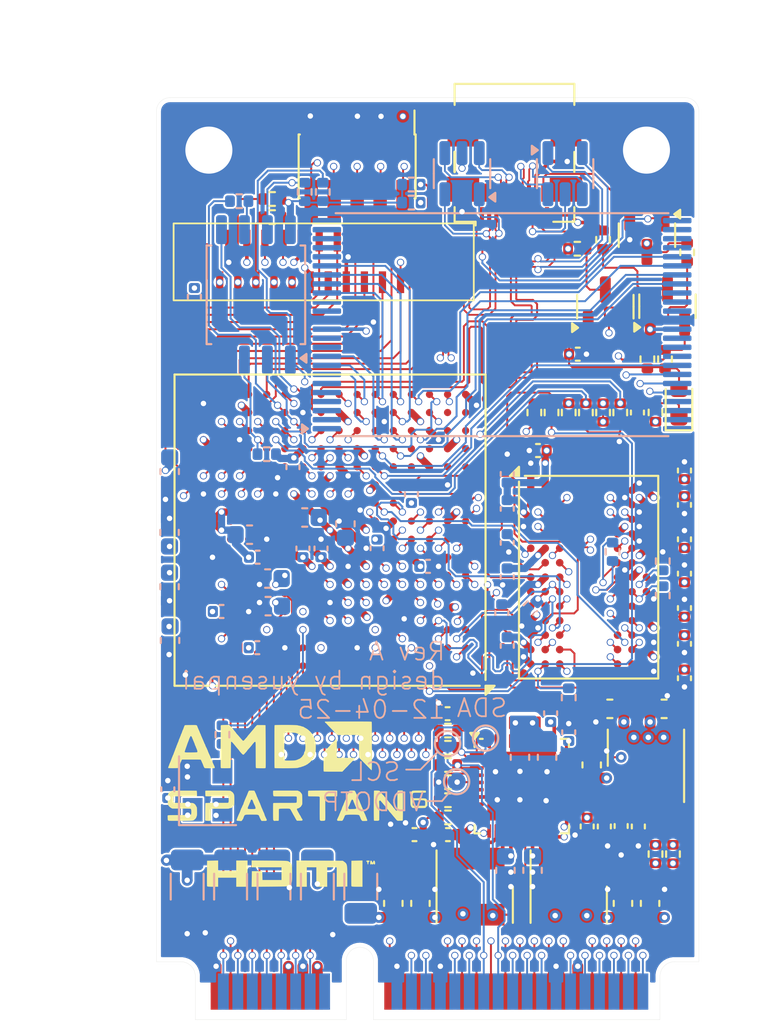
<source format=kicad_pcb>
(kicad_pcb (version 20240108) (generator "pcbnew") (generator_version "8.0")
  (layers (0 "F.Cu" signal) (1 "In1.Cu" signal) (2 "In2.Cu" signal) (3 "In3.Cu" signal) (4 "In4.Cu" signal) (5 "In5.Cu" signal) (6 "In6.Cu" signal) (31 "B.Cu" signal) (34 "B.Paste" user) (35 "F.Paste" user) (36 "B.SilkS" user "B.Silkscreen") (37 "F.SilkS" user "F.Silkscreen") (38 "B.Mask" user) (39 "F.Mask" user) (44 "Edge.Cuts" user))
  (net 0 "")
  (net 1 "VREF_DRAM")
  (net 2 "+3V3")
  (net 3 "+1V2")
  (net 4 "+1V35")
  (net 5 "+2V8")
  (net 6 "/Power/VSNVS")
  (net 7 "/Power/LICELL")
  (net 8 "/Power/VCORE")
  (net 9 "/Power/VDIG")
  (net 10 "/Power/LDO2P7")
  (net 11 "HDMI_DAT2_P")
  (net 12 "HDMI_DAT2_N")
  (net 13 "HDMI_DAT1_P")
  (net 14 "HDMI_DAT1_N")
  (net 15 "HDMI_CLK_P")
  (net 16 "HDMI_CEC")
  (net 17 "HDMI_CLK_N")
  (net 18 "HDMI_DAT0_P")
  (net 19 "HDMI_DAT0_N")
  (net 20 "Net-(D1-K)")
  (net 21 "PMIC_VDDOTP")
  (net 23 "Net-(IC1-SW2LX)")
  (net 24 "Net-(IC1-SW1LX)")
  (net 26 "/Power/WDI")
  (net 28 "FPGA_NRST")
  (net 30 "FPGA_M0")
  (net 31 "Net-(IC1-SW3LX)")
  (net 34 "Net-(IC1-ONKEY)")
  (net 37 "/Power/PWRON")
  (net 40 "JTAG_TCK")
  (net 41 "FPGA_M1")
  (net 42 "JTAG_TDO")
  (net 43 "JTAG_TMS")
  (net 44 "JTAG_TDI")
  (net 45 "HDMI_I2C_SCL_50")
  (net 46 "+5V")
  (net 47 "HDMI_HPD")
  (net 48 "HDMI_I2C_SDA_50")
  (net 49 "CAM_STROBE")
  (net 50 "CAM_HSYNC")
  (net 51 "CAM_D5")
  (net 52 "CAM_PCLK")
  (net 53 "CAM_D9")
  (net 55 "CAM_D7")
  (net 56 "VDD_CAM_CORE")
  (net 57 "CAM_D1")
  (net 58 "CAM_SCL")
  (net 59 "CAM_D6")
  (net 61 "CAM_D0")
  (net 62 "CAM_VSYNC")
  (net 63 "CAM_D2")
  (net 64 "CAM_MCLK")
  (net 65 "CAM_RESET")
  (net 66 "CAM_D8")
  (net 67 "CAM_D3")
  (net 68 "CAM_PWDN")
  (net 69 "CAM_SDA")
  (net 70 "CAM_D4")
  (net 71 "HDMI_I2C_SCL")
  (net 72 "HDMI_I2C_SDA")
  (net 73 "HDMI_HP_DET")
  (net 74 "FPGA_HWSWAPEN")
  (net 75 "FPGA_INIT")
  (net 76 "CLK_50MHz")
  (net 77 "/FPGA Configuration/FPGA_SUSPEND")
  (net 78 "/FPGA Configuration/FPGA_DONE")
  (net 79 "QSPI_CSN")
  (net 80 "QSPI_D2")
  (net 81 "QSPI_D3")
  (net 82 "Net-(U3-CLK)")
  (net 83 "Net-(X1-OUT)")
  (net 84 "QSPI_CLK")
  (net 85 "Net-(U2A-ZQ)")
  (net 86 "DRAM_CKE")
  (net 87 "DRAM_CSN")
  (net 88 "DRAM_RSTN")
  (net 89 "DRAM_CLK_P")
  (net 90 "DRAM_CLK_N")
  (net 91 "DRAM_RASN")
  (net 92 "PCIe_USB_P")
  (net 93 "NAND_IO6")
  (net 95 "PCIe_RFID_IRQ")
  (net 96 "NAND_IO7")
  (net 97 "PCIe_ENC_SW")
  (net 98 "DRAM_WEN")
  (net 100 "NAND_CLE")
  (net 101 "NAND_R{slash}BN")
  (net 102 "GND")
  (net 103 "PCIe_SPI_CS4#")
  (net 104 "DRAM_DQ2")
  (net 105 "DRAM_BA2")
  (net 106 "PCIe_CAN_RX")
  (net 107 "PCIe_ENC_B")
  (net 108 "PCIe_SPI_CS1#")
  (net 109 "PCIe_1WIRE")
  (net 110 "DRAM_A13")
  (net 111 "NAND_REN")
  (net 112 "NAND_ALE")
  (net 113 "PCIe_UART0_RX")
  (net 114 "NAND_WEN")
  (net 115 "PCIe_BUTTON_2")
  (net 116 "NAND_IO5")
  (net 117 "NAND_IO4")
  (net 118 "PCIe_SPI_CS3#")
  (net 119 "NAND_WPN")
  (net 120 "DRAM_DQS_P")
  (net 121 "PCIe_SPI_CS0#")
  (net 122 "DRAM_DQ0")
  (net 124 "PCIe_T_IRQ")
  (net 125 "DRAM_A6")
  (net 127 "PCIe_CAN_INT#")
  (net 128 "PCIe_SPI_CS2#")
  (net 132 "PCIe_BUTTON_3")
  (net 133 "QSPI_D0")
  (net 134 "QSPI_D1")
  (net 135 "PCIe_UART1_RX")
  (net 137 "DRAM_A5")
  (net 138 "PCIe_GPIOEx_0")
  (net 139 "PCIe_SPI_CS7#")
  (net 140 "NAND_IO1")
  (net 141 "DRAM_DQ6")
  (net 143 "DRAM_CASN")
  (net 144 "DRAM_A4")
  (net 145 "PCIe_UART0_TX")
  (net 146 "DRAM_BA1")
  (net 147 "NAND_IO2")
  (net 148 "DRAM_A3")
  (net 149 "PCIe_BUTTON_1")
  (net 150 "DRAM_A2")
  (net 152 "DRAM_A8")
  (net 153 "DRAM_DQ4")
  (net 154 "PCIe_USB_N")
  (net 155 "PCIe_TFT_DC")
  (net 156 "PCIe_SPI_MISO")
  (net 158 "DRAM_DM")
  (net 159 "PCIe_SPI_MOSI")
  (net 160 "DRAM_A1")
  (net 161 "PCIe_BUTTON_0")
  (net 162 "PCIe_ENC_A")
  (net 163 "PCIe_I2C_SDA")
  (net 164 "PCIe_I2C_SCL")
  (net 165 "PCIe_SPI_CS6#")
  (net 166 "DRAM_DQ3")
  (net 167 "PCIe_SPI_CS5#")
  (net 168 "DRAM_DQS_N")
  (net 169 "DRAM_A0")
  (net 171 "DRAM_DQ7")
  (net 173 "DRAM_A11")
  (net 174 "DRAM_ODT")
  (net 175 "DRAM_A9")
  (net 177 "DRAM_BA0")
  (net 179 "PCIe_CAN_TX")
  (net 180 "NAND_IO0")
  (net 181 "PCIe_GPIOEx_2")
  (net 182 "DRAM_DQ1")
  (net 183 "DRAM_DQ5")
  (net 187 "PCIe_GPIOEx_1")
  (net 189 "DRAM_A7")
  (net 190 "DRAM_A14")
  (net 191 "NAND_CEN")
  (net 192 "PCIe_UART1_TX")
  (net 193 "DRAM_A10")
  (net 194 "DRAM_A12")
  (net 195 "PCIe_SPI_CLK")
  (net 196 "NAND_IO3")
  (net 244 "PCIe_BOOT")
  (net 280 "VLDO3")
  (footprint "Capacitor_SMD:C_0402_1005Metric" (layer "F.Cu") (at 73.22 150.93 180)
    (property "Reference" "C56" (hide yes))
    (property "Value" "470n")
  )
  (footprint "Capacitor_SMD:C_0402_1005Metric" (layer "F.Cu") (at 86.3 136.508915 90)
    (property "Reference" "C12" (hide yes))
    (property "Value" "470n")
  )
  (footprint "Capacitor_SMD:C_0603_1608Metric" (layer "F.Cu") (at 71.699476 154.73034 90)
    (property "Reference" "C53" (hide yes))
    (property "Value" "10u")
  )
  (footprint "Capacitor_SMD:C_0402_1005Metric" (layer "F.Cu") (at 78.199476 129.70534 180)
    (property "Reference" "C3" (hide yes))
    (property "Value" "470n")
  )
  (footprint "Resistor_SMD:R_0402_1005Metric" (layer "F.Cu") (at 81.799476 127.60534 90)
    (property "Reference" "R1" (hide yes))
    (property "Value" "4k7")
  )
  (footprint "Resistor_SMD:R_0402_1005Metric" (layer "F.Cu") (at 82.749476 127.60534 -90)
    (property "Reference" "R3" (hide yes))
    (property "Value" "4k7")
  )
  (footprint "Package_TO_SOT_SMD:SOT-23" (layer "F.Cu") (at 81.924476 121.75534 90)
    (property "Reference" "Q1" (hide yes))
    (property "Value" "2N7002")
  )
  (footprint "Resistor_SMD:R_0402_1005Metric" (layer "F.Cu") (at 73.22 146.13)
    (property "Reference" "R25" (hide yes))
    (property "Value" "4k7")
  )
  (footprint "Capacitor_SMD:C_0402_1005Metric" (layer "F.Cu") (at 83.749476 150.48 -90)
    (property "Reference" "C60" (hide yes))
    (property "Value" "470n")
  )
  (footprint "Resistor_SMD:R_0402_1005Metric" (layer "F.Cu") (at 84.7 127.6 -90)
    (property "Reference" "R2" (hide yes))
    (property "Value" "4k7")
  )
  (footprint "Capacitor_SMD:C_0402_1005Metric" (layer "F.Cu") (at 86.3 130.808915 90)
    (property "Reference" "C14" (hide yes))
    (property "Value" "470n")
  )
  (footprint "Resistor_SMD:R_0402_1005Metric" (layer "F.Cu") (at 73.22 148.03 180)
    (property "Reference" "R27" (hide yes))
    (property "Value" "0R")
  )
  (footprint "Capacitor_SMD:C_0402_1005Metric" (layer "F.Cu") (at 86.3 138.408915 90)
    (property "Reference" "C18" (hide yes))
    (property "Value" "470n")
  )
  (footprint "Capacitor_SMD:C_0402_1005Metric" (layer "F.Cu") (at 80.92 150.48 -90)
    (property "Reference" "C54" (hide yes))
    (property "Value" "470n")
  )
  (footprint "Capacitor_SMD:C_0402_1005Metric" (layer "F.Cu") (at 83.699476 127.60534 -90)
    (property "Reference" "C15" (hide yes))
    (property "Value" "470n")
  )
  (footprint "Package_TO_SOT_SMD:SOT-23" (layer "F.Cu") (at 85.361976 121.73034 90)
    (property "Reference" "Q2" (hide yes))
    (property "Value" "2N7002")
  )
  (footprint "Capacitor_SMD:C_0402_1005Metric" (layer "F.Cu") (at 82.799476 150.45534 -90)
    (property "Reference" "C61" (hide yes))
    (property "Value" "470n")
  )
  (footprint "Capacitor_SMD:C_0603_1608Metric" (layer "F.Cu") (at 82.899476 154.73034 90)
    (property "Reference" "C49" (hide yes))
    (property "Value" "10u")
  )
  (footprint "Resistor_SMD:R_0402_1005Metric" (layer "F.Cu") (at 81.799476 118.05534 -90)
    (property "Reference" "R20" (hide yes))
    (property "Value" "4k7")
  )
  (footprint "Connector_FFC-FPC:FPC-24P0.5" (layer "F.Cu") (at 58.049476 118.25534)
    (property "Reference" "J3" (hide yes))
    (property "Value" "Conn_01x24_MountingPin")
  )
  (footprint "Capacitor_SMD:C_0402_1005Metric" (layer "F.Cu") (at 73.2 144.25 180)
    (property "Reference" "C62" (hide yes))
    (property "Value" "470n")
  )
  (footprint "Resistor_SMD:R_0402_1005Metric" (layer "F.Cu") (at 73.22 147.08)
    (property "Reference" "R26" (hide yes))
    (property "Value" "4k7")
  )
  (footprint "Capacitor_SMD:C_0402_1005Metric" (layer "F.Cu") (at 86.3 132.708915 -90)
    (property "Reference" "C10" (hide yes))
    (property "Value" "470n")
  )
  (footprint "Resistor_SMD:R_0402_1005Metric" (layer "F.Cu") (at 63.499476 115.80534 180)
    (property "Reference" "R31" (hide yes))
    (property "Value" "4k7")
  )
  (footprint "Resistor_SMD:R_0402_1005Metric" (layer "F.Cu") (at 79.899476 127.60534 90)
    (property "Reference" "R4" (hide yes))
    (property "Value" "4k7")
  )
  (footprint "Capacitor_SMD:C_0603_1608Metric" (layer "F.Cu") (at 84.399476 154.73034 90)
    (property "Reference" "C50" (hide yes))
    (property "Value" "10u")
  )
  (footprint "Capacitor_SMD:C_0603_1608Metric" (layer "F.Cu") (at 85.174476 143.98)
    (property "Reference" "C43" (hide yes))
    (property "Value" "10u")
  )
  (footprint "LOGO" (layer "F.Cu") (at 64.541165 153.086816)
    (property "Reference" "G***" (hide yes))
    (property "Value" "LOGO" (hide yes))
  )
  (footprint "Connector_PinHeader_1.27mm:PinHeader_2x05_P1.27mm_Vertical_SMD" (layer "F.Cu") (at 68.199476 114.00534 -90)
    (property "Reference" "J1" (hide yes))
    (property "Value" "Conn_ARM_JTAG_SWD_10")
  )
  (footprint "Package_DFN_QFN:QFN-40-1EP_5x5mm_P0.4mm_EP3.8x3.8mm" (layer "F.Cu") (at 77.3 148.25)
    (property "Reference" "IC1" (hide yes))
    (property "Value" "MC32PF1550A0EP")
  )
  (footprint "Resistor_SMD:R_0402_1005Metric" (layer "F.Cu") (at 85.224476 124.65534 90)
    (property "Reference" "R19" (hide yes))
    (property "Value" "4k7")
  )
  (footprint "Resistor_SMD:R_0402_1005Metric" (layer "F.Cu") (at 80.374476 118.55534)
    (property "Reference" "R21" (hide yes))
    (property "Value" "4k7")
  )
  (footprint "Resistor_SMD:R_0402_1005Metric" (layer "F.Cu") (at 84.249476 124.65534 90)
    (property "Reference" "R18" (hide yes))
    (property "Value" "4k7")
  )
  (footprint "Inductor_SMD_Wurth:L_Wurth_WE-LQSH-4020" (layer "F.Cu") (at 84.17 147.13 90)
    (property "Reference" "L1" (hide yes))
    (property "Value" "1u")
  )
  (footprint "Capacitor_SMD:C_0402_1005Metric" (layer "F.Cu") (at 86.3 140.388915 -90)
    (property "Reference" "C13" (hide yes))
    (property "Value" "470n")
  )
  (footprint "Resistor_SMD:R_0402_1005Metric" (layer "F.Cu") (at 85.665 152.00534 -90)
    (property "Reference" "R23" (hide yes))
    (property "Value" "0R")
  )
  (footprint "Inductor_SMD_Wurth:L_Wurth_WE-LQSH-4020" (layer "F.Cu") (at 79.899476 153.80534 -90)
    (property "Reference" "L2" (hide yes))
    (property "Value" "1u")
  )
  (footprint "Package_BGA:BGA-256_17.0x17.0mm_Layout16x16_P1.0mm_Ball0.5mm_Pad0.4mm_NSMD" (layer "F.Cu") (at 66.7 134.10534 180)
    (property "Reference" "U1" (hide yes))
    (property "Value" "XC6SLX16-FTG256")
  )
  (footprint "Resistor_SMD:R_0402_1005Metric" (layer "F.Cu") (at 84.7 152.00534 -90)
    (property "Reference" "R24" (hide yes))
    (property "Value" "0R")
  )
  (footprint "Capacitor_SMD:C_0402_1005Metric" (layer "F.Cu") (at 81.87 150.48 -90)
    (property "Reference" "C55" (hide yes))
    (property "Value" "470n")
  )
  (footprint "Resistor_SMD:R_0402_1005Metric" (layer "F.Cu") (at 73.22 149.03)
    (property "Reference" "R29" (hide yes))
    (property "Value" "100k")
  )
  (footprint "Resistor_SMD:R_0402_1005Metric" (layer "F.Cu") (at 86.449476 118.75534 90)
    (property "Reference" "R22" (hide yes))
    (property "Value" "4k7")
  )
  (footprint "LOGO" (layer "F.Cu") (at 64.861165 147.546816)
    (property "Reference" "G***" (hide yes))
    (property "Value" "LOGO" (hide yes))
  )
  (footprint "Resistor_SMD:R_0402_1005Metric" (layer "F.Cu") (at 73.22 149.98)
    (property "Reference" "R30" (hide yes))
    (property "Value" "100k")
  )
  (footprint "Resistor_SMD:R_0402_1005Metric" (layer "F.Cu") (at 80.849476 127.60534 -90)
    (property "Reference" "R7" (hide yes))
    (property "Value" "4k7")
  )
  (footprint "Capacitor_SMD:C_0603_1608Metric" (layer "F.Cu") (at 70.199476 154.73034 90)
    (property "Reference" "C52" (hide yes))
    (property "Value" "10u")
  )
  (footprint "Resistor_SMD:R_0402_1005Metric" (layer "F.Cu") (at 78.949476 127.60534 90)
    (property "Reference" "R8" (hide yes))
    (property "Value" "4k7")
  )
  (footprint "Inductor_SMD_Wurth:L_Wurth_WE-LQSH-4020" (layer "F.Cu") (at 74.699476 153.80534 -90)
    (property "Reference" "L3" (hide yes))
    (property "Value" "1u")
  )
  (footprint "Resistor_SMD:R_0402_1005Metric" (layer "F.Cu") (at 73.22 145.18)
    (property "Reference" "R28" (hide yes))
    (property "Value" "100k")
  )
  (footprint "Capacitor_SMD:C_0603_1608Metric" (layer "F.Cu") (at 81.17 147.08 90)
    (property "Reference" "C41" (hide yes))
    (property "Value" "10u")
  )
  (footprint "mpcie:mpcie-full-card" (layer "F.Cu") (at 72.099476 161.15534)
    (property "Reference" "C19" (hide yes))
    (property "Value" "mPCIe" (hide yes))
    (fp_line (start -15 -50.2) (end -15 -3.2) (stroke (width 0.01)) (layer "Edge.Cuts"))
    (fp_line (start -13.65 -3.2) (end -15 -3.2) (stroke (width 0.01)) (layer "Edge.Cuts"))
    (fp_line (start -12.85 0) (end -12.85 -2.4) (stroke (width 0.01)) (layer "Edge.Cuts"))
    (fp_line (start -4.5 0) (end -12.85 0) (stroke (width 0.01)) (layer "Edge.Cuts"))
    (fp_line (start -4.5 0) (end -4.5 -3.25) (stroke (width 0.01)) (layer "Edge.Cuts"))
    (fp_line (start -3 0) (end -3 -3.25) (stroke (width 0.01)) (layer "Edge.Cuts"))
    (fp_line (start -3 0) (end 12.85 0) (stroke (width 0.01)) (layer "Edge.Cuts"))
    (fp_line (start 12.85 0) (end 12.85 -2.4) (stroke (width 0.01)) (layer "Edge.Cuts"))
    (fp_line (start 13.65 -3.2) (end 15 -3.2) (stroke (width 0.01)) (layer "Edge.Cuts"))
    (fp_line (start 14.25 -50.95) (end -14.25 -50.95) (stroke (width 0.01)) (layer "Edge.Cuts"))
    (fp_line (start 15 -3.2) (end 15 -50.2) (stroke (width 0.01)) (layer "Edge.Cuts"))
    (fp_arc (start -15 -50.2) (mid -14.78033 -50.73033) (end -14.25 -50.95) (stroke (width 0.01)) (layer "Edge.Cuts"))
    (fp_arc (start -13.65 -3.2) (mid -13.084315 -2.965685) (end -12.85 -2.4) (stroke (width 0.01)) (layer "Edge.Cuts"))
    (fp_arc (start -4.5 -3.25) (mid -3.75 -4) (end -3 -3.25) (stroke (width 0.01)) (layer "Edge.Cuts"))
    (fp_arc (start 12.85 -2.4) (mid 13.084315 -2.965685) (end 13.65 -3.2) (stroke (width 0.01)) (layer "Edge.Cuts"))
    (fp_arc (start 14.25 -50.95) (mid 14.78033 -50.73033) (end 15 -50.2) (stroke (width 0.01)) (layer "Edge.Cuts"))
  )
  (footprint "Capacitor_SMD:C_0603_1608Metric" (layer "F.Cu") (at 82.174476 143.98 180)
    (property "Reference" "C42" (hide yes))
    (property "Value" "10u")
  )
  (footprint "Connector_Video:HDMI_Micro-D_Molex_46765-0x01" (layer "F.Cu") (at 76.899476 111.90534 180)
    (property "Reference" "J2" (hide yes))
    (property "Value" "HDMI_D_1.4")
  )
  (footprint "Package_BGA:FBGA-78_7.5x11mm_Layout2x3x13_P0.8mm" (layer "F.Cu") (at 81 136.70534)
    (property "Reference" "U2" (hide yes))
    (property "Value" "H5TC2G83EFR-xxA")
  )
  (footprint "Resistor_SMD:R_0402_1005Metric" (layer "F.Cu") (at 77.999476 127.60534 -90)
    (property "Reference" "R5" (hide yes))
    (property "Value" "4k7")
  )
  (footprint "Capacitor_SMD:C_0402_1005Metric" (layer "F.Cu") (at 86.3 142.288915 -90)
    (property "Reference" "C9" (hide yes))
    (property "Value" "470n")
  )
  (footprint "Capacitor_SMD:C_0402_1005Metric" (layer "F.Cu") (at 80.399476 124.38034)
    (property "Reference" "C16" (hide yes))
    (property "Value" "470n")
  )
  (footprint "Capacitor_SMD:C_0402_1005Metric" (layer "F.Cu") (at 86.3 134.608915 90)
    (property "Reference" "C11" (hide yes))
    (property "Value" "470n")
  )
  (footprint "LED_SMD:LED_0603_1608Metric" (layer "F.Cu") (at 85.995668 127.0994 90)
    (property "Reference" "D1" (hide yes))
    (property "Value" "DONE")
  )
  (footprint "Resistor_SMD:R_0402_1005Metric" (layer "F.Cu") (at 63.499476 116.80534 180)
    (property "Reference" "R32" (hide yes))
    (property "Value" "4k7")
  )
  (footprint "Capacitor_SMD:C_0402_1005Metric" (layer "F.Cu") (at 71.37 150.93 180)
    (property "Reference" "C59" (hide yes))
    (property "Value" "470n")
  )
  (footprint "Package_TO_SOT_SMD:SOT-23" (layer "F.Cu") (at 84.224476 117.80534 -90)
    (property "Reference" "Q3" (hide yes))
    (property "Value" "2N7002")
  )
  (footprint "Capacitor_SMD:C_0402_1005Metric" (layer "B.Cu") (at 71.2 132.12 90)
    (property "Reference" "C40" (hide yes))
    (property "Value" "470n")
  )
  (footprint "Capacitor_SMD:C_0603_1608Metric" (layer "B.Cu") (at 57.824476 134.23034 90)
    (property "Reference" "C31" (hide yes))
    (property "Value" "4u7")
  )
  (footprint "Package_SO:TSOP-I-48_18.4x12mm_P0.5mm" (layer "B.Cu") (at 76.2125 122.75)
    (property "Reference" "U4" (hide yes))
    (property "Value" "K9F1G08U0E")
  )
  (footprint "Capacitor_SMD:C_1206_3216Metric" (layer "B.Cu") (at 58.799476 153.80534 -90)
    (property "Reference" "C24" (hide yes))
    (property "Value" "100u")
  )
  (footprint "Capacitor_SMD:C_1206_3216Metric" (layer "B.Cu") (at 61.199476 153.80534 -90)
    (property "Reference" "C20" (hide yes))
    (property "Value" "100u")
  )
  (footprint "Capacitor_SMD:C_0402_1005Metric" (layer "B.Cu") (at 59.199476 121.20534 -90)
    (property "Reference" "C2" (hide yes))
    (property "Value" "470n")
  )
  (footprint "Capacitor_SMD:C_0603_1608Metric" (layer "B.Cu") (at 62.249476 134.35534)
    (property "Reference" "C46" (hide yes))
    (property "Value" "4u7")
  )
  (footprint "Capacitor_SMD:C_1206_3216Metric" (layer "B.Cu") (at 65.999476 153.80534 -90)
    (property "Reference" "C38" (hide yes))
    (property "Value" "100u")
  )
  (footprint "Capacitor_SMD:C_0402_1005Metric" (layer "B.Cu") (at 76.499476 136.7 -90)
    (property "Reference" "C7" (hide yes))
    (property "Value" "470n")
  )
  (footprint "Capacitor_SMD:C_0603_1608Metric" (layer "B.Cu") (at 57.832435 130.86642 -90)
    (property "Reference" "C28" (hide yes))
    (property "Value" "4u7")
  )
  (footprint "Resistor_SMD:R_0402_1005Metric" (layer "B.Cu") (at 77.777349 138.419671 -135)
    (property "Reference" "R15" (hide yes))
    (property "Value" "4k7")
  )
  (footprint "Resistor_SMD:R_0402_1005Metric" (layer "B.Cu") (at 85.099476 135.81534 90)
    (property "Reference" "R14" (hide yes))
    (property "Value" "4k7")
  )
  (footprint "Package_SO:SOIC-8_5.23x5.23mm_P1.27mm" (layer "B.Cu") (at 62.6 121.1 90)
    (property "Reference" "U3" (hide yes))
    (property "Value" "W25Q128JVS")
  )
  (footprint "Capacitor_SMD:C_0402_1005Metric" (layer "B.Cu") (at 65.2 135.12 90)
    (property "Reference" "C23" (hide yes))
    (property "Value" "470n")
  )
  (footprint "Capacitor_SMD:C_0402_1005Metric" (layer "B.Cu") (at 79.899476 145.27534 90)
    (property "Reference" "C57" (hide yes))
    (property "Value" "470n")
  )
  (footprint "Resistor_SMD:R_0402_1005Metric" (layer "B.Cu") (at 82.323459 135.300419 -90)
    (property "Reference" "R17" (hide yes))
    (property "Value" "100R")
  )
  (footprint "Capacitor_SMD:C_0402_1005Metric" (layer "B.Cu") (at 57.729816 148.425864 -90)
    (property "Reference" "C1" (hide yes))
    (property "Value" "470n")
  )
  (footprint "Package_TO_SOT_SMD:TSOT-23-6" (layer "B.Cu") (at 73.999476 114.40534 90)
    (property "Reference" "CR1" (hide yes))
    (property "Value" "SMF05C.TCT")
  )
  (footprint "Capacitor_SMD:C_0402_1005Metric" (layer "B.Cu") (at 76.199476 138.684097 -90)
    (property "Reference" "C6" (hide yes))
    (property "Value" "470n")
  )
  (footprint "Capacitor_SMD:C_0402_1005Metric" (layer "B.Cu") (at 76.499476 132.92534 -90)
    (property "Reference" "C4" (hide yes))
    (property "Value" "470n")
  )
  (footprint "Capacitor_SMD:C_0402_1005Metric" (layer "B.Cu") (at 76.499476 131 90)
    (property "Reference" "C8" (hide yes))
    (property "Value" "470n")
  )
  (footprint "Capacitor_SMD:C_0603_1608Metric" (layer "B.Cu") (at 63.249476 136.78034 180)
    (property "Reference" "C21" (hide yes))
    (property "Value" "4u7")
  )
  (footprint "TestPoint:TestPoint_Pad_D1.0mm" (layer "B.Cu") (at 73.7 148 180)
    (property "Reference" "TP1" (hide yes))
    (property "Value" "PMIC_VDDOTP")
  )
  (footprint "Oscillator:Oscillator_SMD_Abracon_ASE-4Pin_3.2x2.5mm" (layer "B.Cu") (at 59.924476 148.50534 90)
    (property "Reference" "X1" (hide yes))
    (property "Value" "ASE-xxxMHz")
  )
  (footprint "Resistor_SMD:R_0402_1005Metric" (layer "B.Cu") (at 79.899476 143.35534 -90)
    (property "Reference" "R16" (hide yes))
    (property "Value" "4k7")
  )
  (footprint "Package_TO_SOT_SMD:TSOT-23-6" (layer "B.Cu") (at 79.699476 114.40534 -90)
    (property "Reference" "CR2" (hide yes))
    (property "Value" "SMF05C.TCT")
  )
  (footprint "Capacitor_SMD:C_0402_1005Metric" (layer "B.Cu") (at 62.699476 135.6)
    (property "Reference" "C48" (hide yes))
    (property "Value" "470n")
  )
  (footprint "Capacitor_SMD:C_0603_1608Metric" (layer "B.Cu") (at 57.824476 137.23034 -90)
    (property "Reference" "C34" (hide yes))
    (property "Value" "4u7")
  )
  (footprint "Capacitor_SMD:C_0603_1608Metric" (layer "B.Cu") (at 63.274476 138.30534 180)
    (property "Reference" "C25" (hide yes))
    (property "Value" "4u7")
  )
  (footprint "Resistor_SMD:R_0402_1005Metric" (layer "B.Cu") (at 61.676132 115.9258 180)
    (property "Reference" "R12" (hide yes))
    (property "Value" "22R")
  )
  (footprint "Capacitor_SMD:C_0603_1608Metric" (layer "B.Cu") (at 67.549476 133.75534 90)
    (property "Reference" "C32" (hide yes))
    (property "Value" "4u7")
  )
  (footprint "Capacitor_SMD:C_0603_1608Metric" (layer "B.Cu") (at 57.852406 140.200527 -90)
    (property "Reference" "C30" (hide yes))
    (property "Value" "4u7")
  )
  (footprint "Capacitor_SMD:C_0402_1005Metric" (layer "B.Cu") (at 72.119476 136.10534)
    (property "Reference" "C39" (hide yes))
    (property "Value" "470n")
  )
  (footprint "Capacitor_SMD:C_0603_1608Metric" (layer "B.Cu") (at 78.702578 146.658915 -90)
    (property "Reference" "C36" (hide yes))
    (property "Value" "22u")
  )
  (footprint "Capacitor_SMD:C_0402_1005Metric" (layer "B.Cu") (at 66.2 135.12 90)
    (property "Reference" "C35" (hide yes))
    (property "Value" "470n")
  )
  (footprint "Capacitor_SMD:C_0402_1005Metric" (layer "B.Cu") (at 76.499476 134.80534 -90)
    (property "Reference" "C17" (hide yes))
    (property "Value" "470n")
  )
  (footprint "Capacitor_SMD:C_0402_1005Metric" (layer "B.Cu") (at 60.7 138.6)
    (property "Reference" "C47" (hide yes))
    (property "Value" "470n")
  )
  (footprint "Capacitor_SMD:C_1206_3216Metric" (layer "B.Cu") (at 68.399476 153.80534 90)
    (property "Reference" "C45" (hide yes))
    (property "Value" "100u")
  )
  (footprint "Capacitor_SMD:C_0402_1005Metric" (layer "B.Cu") (at 69.299476 135.10534 -90)
    (property "Reference" "C22" (hide yes))
    (property "Value" "470n")
  )
  (footprint "Capacitor_SMD:C_0603_1608Metric" (layer "B.Cu") (at 77.202578 146.658915 -90)
    (property "Reference" "C37" (hide yes))
    (property "Value" "22u")
  )
  (footprint "Capacitor_SMD:C_1206_3216Metric" (layer "B.Cu") (at 63.599476 153.80534 -90)
    (property "Reference" "C27" (hide yes))
    (property "Value" "100u")
  )
  (footprint "Capacitor_SMD:C_0603_1608Metric" (layer "B.Cu") (at 77.899476 152.90534 -90)
    (property "Reference" "C51" (hide yes))
    (property "Value" "10u")
  )
  (footprint "Capacitor_SMD:C_0603_1608Metric" (layer "B.Cu") (at 65.299476 133.40534 180)
    (property "Reference" "C33" (hide yes))
    (property "Value" "4u7")
  )
  (footprint "Capacitor_SMD:C_0402_1005Metric" (layer "B.Cu") (at 62.68 140.6)
    (property "Reference" "C29" (hide yes))
    (property "Value" "470n")
  )
  (footprint "Resistor_SMD:R_0402_1005Metric" (layer "B.Cu") (at 71.199476 115.00534)
    (property "Reference" "R34" (hide yes))
    (property "Value" "4k7")
  )
  (footprint "Resistor_SMD:R_0402_1005Metric" (layer "B.Cu") (at 71.199476 116.00534)
    (property "Reference" "R33" (hide yes))
    (property "Value" "4k7")
  )
  (footprint "Resistor_SMD:R_0402_1005Metric" (layer "B.Cu") (at 85.099476 137.71534 -90)
    (property "Reference" "R13" (hide yes))
    (property "Value" "240R")
  )
  (footprint "Resistor_SMD:R_0402_1005Metric" (layer "B.Cu") (at 60.749476 145.40534 -90)
    (property "Reference" "R6" (hide yes))
    (property "Value" "22R")
  )
  (footprint "Capacitor_SMD:C_0603_1608Metric" (layer "B.Cu") (at 76.399476 152.90534 -90)
    (property "Reference" "C44" (hide yes))
    (property "Value" "10u")
  )
  (footprint "Resistor_SMD:R_0402_1005Metric" (layer "B.Cu") (at 65.299476 115.41534 90)
    (property "Reference" "R11" (hide yes))
    (property "Value" "4k7")
  )
  (footprint "Capacitor_SMD:C_0402_1005Metric" (layer "B.Cu") (at 64.649476 130.62534 -90)
    (property "Reference" "C26" (hide yes))
    (property "Value" "470n")
  )
  (footprint "Capacitor_SMD:C_0402_1005Metric" (layer "B.Cu") (at 78.899476 144.22534 90)
    (property "Reference" "C58" (hide yes))
    (property "Value" "470n")
  )
  (footprint "TestPoint:TestPoint_Pad_D1.0mm" (layer "B.Cu") (at 75.3 145.6 180)
    (property "Reference" "TP2" (hide yes))
    (property "Value" "PMIC_I2C_SDA")
  )
  (footprint "Resistor_SMD:R_0402_1005Metric" (layer "B.Cu") (at 63.199476 129.90534 180)
    (property "Reference" "R10" (hide yes))
    (property "Value" "4k7")
  )
  (footprint "TestPoint:TestPoint_Pad_D1.0mm" (layer "B.Cu") (at 73.2 145.9 180)
    (property "Reference" "TP3" (hide yes))
    (property "Value" "PMIC_I2C_SCL")
  )
  (footprint "Resistor_SMD:R_0402_1005Metric" (layer "B.Cu") (at 66.299476 115.41534 90)
    (property "Reference" "R9" (hide yes))
    (property "Value" "4k7")
  )
  (footprint "Capacitor_SMD:C_0402_1005Metric" (layer "B.Cu") (at 76.499476 140.5 -90)
    (property "Reference" "C5" (hide yes))
    (property "Value" "470n")
  )
  (gr_circle (center 84.502876 131.015074) (end 84.502877 131.015074) (stroke (width 0.3)) (fill none) (layer "F.Cu"))
  (gr_circle (center 58.011165 142.386816) (end 58.011166 142.386816) (stroke (width 0.3)) (fill none) (layer "F.Cu"))
  (gr_circle (center 84.93699 131.327636) (end 84.936991 131.327636) (stroke (width 0.3)) (fill none) (layer "F.Cu"))
  (gr_circle (center 75.391165 126.846816) (end 75.391166 126.846816) (stroke (width 0.3)) (fill none) (layer "F.Cu"))
  (gr_circle (center 58.381165 142.796816) (end 58.381166 142.796816) (stroke (width 0.3)) (fill none) (layer "F.Cu"))
  (gr_circle (center 77.371165 142.086816) (end 77.371166 142.086816) (stroke (width 0.3)) (fill none) (layer "F.Cu"))
  (gr_circle (center 73.251165 125.416816) (end 73.251166 125.416816) (stroke (width 0.3)) (fill none) (layer "F.Cu"))
  (gr_line (start 72.891165 149.076816) (end 73.311165 148.576816) (stroke (width 0.1)) (layer "B.SilkS"))
  (gr_line (start 72.651165 146.366816) (end 71.701165 147.336816) (stroke (width 0.1)) (layer "B.SilkS"))
  (gr_line (start 72.081165 149.076816) (end 72.891165 149.076816) (stroke (width 0.1)) (layer "B.SilkS"))
  (gr_line (start 71.701165 147.336816) (end 70.911165 147.336816) (stroke (width 0.1)) (layer "B.SilkS"))
  (gr_text "SDA" (at 76.571165 144.516816 0) (layer "B.SilkS") (effects (font (size 1 1) (thickness 0.1)) (justify left bottom mirror)))
  (gr_text "Rev A\ndesign by yusenpai\n12-04-25" (at 73.141165 144.606816 -0) (layer "B.SilkS") (effects (font (size 1 1) (thickness 0.1)) (justify left bottom mirror)))
  (gr_text "SCL" (at 70.661165 148.046816 0) (layer "B.SilkS") (effects (font (size 1 1) (thickness 0.1)) (justify left bottom mirror)))
  (gr_text "VDDOTP" (at 71.971165 149.716816 0) (layer "B.SilkS") (effects (font (size 1 1) (thickness 0.1)) (justify left bottom mirror)))
  (segment (start 79.649476 150.50534) (end 79.7875 150.367316) (width 0.2) (layer "F.Cu") (net 1))
  (segment (start 71.699476 130.00534) (end 71.699476 130.104816) (width 0.4) (layer "F.Cu") (net 1))
  (segment (start 71.699476 130.104816) (end 72.2 130.60534) (width 0.4) (layer "F.Cu") (net 1))
  (segment (start 81.87 150) (end 81.39 150.48) (width 0.2) (layer "F.Cu") (net 1))
  (segment (start 81.39 150.48) (end 80.605286 150.48) (width 0.2) (layer "F.Cu") (net 1))
  (segment (start 85.099476 138.70534) (end 85.283051 138.888915) (width 0.1077) (layer "F.Cu") (net 1))
  (segment (start 80.175286 150.05) (end 79.7875 150.05) (width 0.2) (layer "F.Cu") (net 1))
  (segment (start 85.283051 138.888915) (end 86.3 138.888915) (width 0.1077) (layer "F.Cu") (net 1))
  (segment (start 83.8 138.70534) (end 85.099476 138.70534) (width 0.1077) (layer "F.Cu") (net 1))
  (segment (start 83.4 138.30534) (end 83.8 138.70534) (width 0.1077) (layer "F.Cu") (net 1))
  (segment (start 80.605286 150.48) (end 80.175286 150.05) (width 0.2) (layer "F.Cu") (net 1))
  (segment (start 77.483867 135.441974) (end 77.483867 135.421473) (width 0.1077) (layer "F.Cu") (net 1))
  (segment (start 79.7875 150.367316) (end 79.7875 150.05) (width 0.2) (layer "F.Cu") (net 1))
  (segment (start 77.483867 135.421473) (end 77.8 135.10534) (width 0.1077) (layer "F.Cu") (net 1))
  (via (at 72.2 141.60534) (size 0.4) (drill 0.3) (layers "F.Cu" "B.Cu") (net 1))
  (via (at 79.649476 150.50534) (size 0.4) (drill 0.3) (layers "F.Cu" "B.Cu") (net 1))
  (via (at 71.699476 130.00534) (size 0.4) (drill 0.3) (layers "F.Cu" "B.Cu") (net 1))
  (via (at 77.483867 135.441974) (size 0.4) (drill 0.3) (layers "F.Cu" "B.Cu") (net 1))
  (via (at 86.3 138.888915) (size 0.4) (drill 0.3) (layers "F.Cu" "B.Cu") (net 1))
  (segment (start 77.483867 135.309731) (end 76.499476 134.32534) (width 0.2) (layer "B.Cu") (net 1))
  (segment (start 77.483867 135.441974) (end 77.483867 135.309731) (width 0.2) (layer "B.Cu") (net 1))
  (segment (start 79.919476 124.92534) (end 80.095286 125.10115) (width 0.1077) (layer "F.Cu") (net 2))
  (segment (start 82.590612 121.80534) (end 82.594462 121.80149) (width 0.1077) (layer "F.Cu") (net 2))
  (segment (start 67.7 128.10534) (end 67.699476 128.104816) (width 0.4) (layer "F.Cu") (net 2))
  (segment (start 66 159.6025) (end 66 158.205864) (width 0.6) (layer "F.Cu") (net 2))
  (segment (start 86.328326 121.77649) (end 86.449476 121.65534) (width 0.1077) (layer "F.Cu") (net 2))
  (segment (start 64.7 135.355864) (end 64.7 133.804816) (width 0.4) (layer "F.Cu") (net 2))
  (segment (start 68.599476 130.00534) (end 68.599476 130.004816) (width 0.4) (layer "F.Cu") (net 2))
  (segment (start 65.2 135.60534) (end 65.699476 136.104816) (width 0.4) (layer "F.Cu") (net 2))
  (segment (start 72.71 147.08) (end 73.13385 147.50385) (width 0.1077) (layer "F.Cu") (net 2))
  (segment (start 80.51615 146.90885) (end 80.175 147.25) (width 0.1077) (layer "F.Cu") (net 2))
  (segment (start 83.761976 122.66784) (end 84.411976 122.66784) (width 0.1077) (layer "F.Cu") (net 2))
  (segment (start 66.699476 131.10534) (end 66.7 131.10534) (width 0.4) (layer "F.Cu") (net 2))
  (segment (start 64.949476 135.60534) (end 64.7 135.355864) (width 0.4) (layer "F.Cu") (net 2))
  (segment (start 71.699476 128.10534) (end 71.7 128.10534) (width 0.4) (layer "F.Cu") (net 2))
  (segment (start 65.699476 136.104816) (end 65.699476 136.10534) (width 0.4) (layer "F.Cu") (net 2))
  (segment (start 80.974476 122.69284) (end 80.111976 122.69284) (width 0.1077) (layer "F.Cu") (net 2))
  (segment (start 71.7 128.10534) (end 71.699476 128.104816) (width 0.4) (layer "F.Cu") (net 2))
  (segment (start 77.999476 127.50534) (end 78.099476 127.60534) (width 0.1077) (layer "F.Cu") (net 2))
  (segment (start 66.7 131.10534) (end 66.699476 131.105864) (width 0.4) (layer "F.Cu") (net 2))
  (segment (start 81.999476 147.80534) (end 81.21966 147.80534) (width 0.6) (layer "F.Cu") (net 2))
  (segment (start 68.744588 138.923575) (end 68.426353 138.60534) (width 0.4) (layer "F.Cu") (net 2))
  (segment (start 83.699476 122.60534) (end 83.761976 122.66784) (width 0.1077) (layer "F.Cu") (net 2))
  (segment (start 71.699476 128.104816) (end 71.699476 128.10534) (width 0.4) (layer "F.Cu") (net 2))
  (segment (start 76.7 152.104816) (end 76.699476 152.10534) (width 0.2) (layer "F.Cu") (net 2))
  (segment (start 83.595626 121.80149) (end 83.699476 121.90534) (width 0.1077) (layer "F.Cu") (net 2))
  (segment (start 85.859476 125.16534) (end 86 125.305864) (width 0.1077) (layer "F.Cu") (net 2))
  (segment (start 73.13385 148.60615) (end 72.71 149.03) (width 0.1077) (layer "F.Cu") (net 2))
  (segment (start 71.849476 150.25534) (end 72.099476 150.00534) (width 0.1077) (layer "F.Cu") (net 2))
  (segment (start 65.2 135.60534) (end 64.949476 135.60534) (width 0.4) (layer "F.Cu") (net 2))
  (segment (start 80.095286 125.10115) (end 85.160286 125.10115) (width 0.1077) (layer "F.Cu") (net 2))
  (segment (start 64.699476 130.10534) (end 64.699476 130.105864) (width 0.4) (layer "F.Cu") (net 2))
  (segment (start 64.7 133.804816) (end 64.899476 133.60534) (width 0.4) (layer "F.Cu") (net 2))
  (segment (start 73.13385 147.50385) (end 73.13385 148.60615) (width 0.1077) (layer "F.Cu") (net 2))
  (segment (start 85.399476 122.50534) (end 85.399476 121.90534) (width 0.1077) (layer "F.Cu") (net 2))
  (segment (start 85.236976 122.66784) (end 85.399476 122.50534) (width 0.1077) (layer "F.Cu") (net 2))
  (segment (start 67.7 137.10534) (end 67.699476 137.104816) (width 0.1077) (layer "F.Cu") (net 2))
  (segment (start 82.594462 121.80149) (end 83.595626 121.80149) (width 0.1077) (layer "F.Cu") (net 2))
  (segment (start 76.7 150.7375) (end 76.7 152.104816) (width 0.2) (layer "F.Cu") (net 2))
  (segment (start 83.599476 127.60534) (end 83.699476 127.50534) (width 0.1077) (layer "F.Cu") (net 2))
  (segment (start 71.85 150.255864) (end 71.85 150.93) (width 0.4) (layer "F.Cu") (net 2))
  (segment (start 82.145966 146.90885) (end 80.51615 146.90885) (width 0.1077) (layer "F.Cu") (net 2))
  (segment (start 65.2 129.60534) (end 64.7 130.10534) (width 0.4) (layer "F.Cu") (net 2))
  (segment (start 68.9 131.90534) (end 69.2 131.60534) (width 0.4) (layer "F.Cu") (net 2))
  (segment (start 78.099476 127.60534) (end 79.899476 127.60534) (width 0.1077) (layer "F.Cu") (net 2))
  (segment (start 81.899476 122.50534) (end 81.899476 121.90534) (width 0.1077) (layer "F.Cu") (net 2))
  (segment (start 77.9 150.7375) (end 77.9 152.104816) (width 0.2) (layer "F.Cu") (net 2))
  (segment (start 79.919476 124.38034) (end 79.919476 124.92534) (width 0.1077) (layer "F.Cu") (net 2))
  (segment (start 79.919476 122.88534) (end 79.919476 124.38034) (width 0.1077) (layer "F.Cu") (net 2))
  (segment (start 79.899476 127.60534) (end 81.799476 127.60534) (width 0.1077) (layer "F.Cu") (net 2))
  (segment (start 66.2 131.60534) (end 66.699476 131.105864) (width 0.4) (layer "F.Cu") (net 2))
  (segment (start 74.305626 147.55615) (end 73.18615 147.55615) (width 0.1077) (layer "F.Cu") (net 2))
  (segment (start 81.711976 122.69284) (end 81.899476 122.50534) (width 0.1077) (layer "F.Cu") (net 2))
  (segment (start 81.899476 121.90534) (end 81.999476 121.80534) (width 0.1077) (layer "F.Cu") (net 2))
  (segment (start 64.899476 133.60534) (end 65.2 133.60534) (width 0.4) (layer "F.Cu") (net 2))
  (segment (start 65.599476 119.90534) (end 65.299476 119.60534) (width 0.2) (layer "F.Cu") (net 2))
  (segment (start 64.199476 115.80534) (end 64.399476 116.00534) (width 0.1077) (layer "F.Cu") (net 2))
  (segment (start 77.9 152.104816) (end 77.899476 152.10534) (width 0.2) (layer "F.Cu") (net 2))
  (segment (start 71.849476 150.25534) (end 71.85 150.255864) (width 0.4) (layer "F.Cu") (net 2))
  (segment (start 67.2 127.60534) (end 67.699476 128.104816) (width 0.4) (layer "F.Cu") (net 2))
  (segment (start 77.999476 127.09534) (end 77.999476 127.50534) (width 0.1077) (layer "F.Cu") (net 2))
  (segment (start 81.999476 121.80534) (end 82.590612 121.80534) (width 0.1077) (layer "F.Cu") (net 2))
  (segment (start 73.18615 147.55615) (end 73.13385 147.50385) (width 0.1077) (layer "F.Cu") (net 2))
  (segment (start 79.899476 128.11534) (end 79.899476 127.60534) (width 0.1077) (layer "F.Cu") (net 2))
  (segment (start 66.699476 131.105864) (end 66.699476 131.10534) (width 0.4) (layer "F.Cu") (net 2))
  (segment (start 86.449476 121.65534) (end 86.449476 119.26534) (width 0.1077) (layer "F.Cu") (net 2))
  (segment (start 72.71 145.18) (end 72.71 147.08) (width 0.1077) (layer "F.Cu") (net 2))
  (segment (start 68.599476 130.004816) (end 68.2 129.60534) (width 0.4) (layer "F.Cu") (net 2))
  (segment (start 71.2 127.60534) (end 71.699476 128.104816) (width 0.4) (layer "F.Cu") (net 2))
  (segment (start 67.2 136.60534) (end 67.2 136.605864) (width 0.4) (layer "F.Cu") (net 2))
  (segment (start 79.1 151.05534) (end 79.649476 151.05534) (width 0.2) (layer "F.Cu") (net 2))
  (segment (start 68.426353 138.60534) (end 68.2 138.60534) (width 0.4) (layer "F.Cu") (net 2))
  (segment (start 64.699476 130.105864) (end 64.7 130.10534) (width 0.4) (layer "F.Cu") (net 2))
  (segment (start 81.799476 127.60534) (end 83.599476 127.60534) (width 0.1077) (layer "F.Cu") (net 2))
  (segment (start 69.799738 138.005602) (end 70.2 137.60534) (width 0.4) (layer "F.Cu") (net 2))
  (segment (start 84.411976 122.66784) (end 85.236976 122.66784) (width 0.1077) (layer "F.Cu") (net 2))
  (segment (start 62.099476 119.30534) (end 62.099476 118.10534) (width 0.2) (layer "F.Cu") (net 2))
  (segment (start 75.38216 150.85534) (end 75.5 150.7375) (width 0.2) (layer "F.Cu") (net 2))
  (segment (start 85.528326 121.77649) (end 86.328326 121.77649) (width 0.1077) (layer "F.Cu") (net 2))
  (segment (start 83.699476 121.90534) (end 83.699476 122.60534) (width 0.1077) (layer "F.Cu") (net 2))
  (segment (start 72.71 149.98) (end 72.71 149.03) (width 0.1077) (layer "F.Cu") (net 2))
  (segment (start 86 125.305864) (end 86 126.2125) (width 0.1077) (layer "F.Cu") (net 2))
  (segment (start 85.399476 121.90534) (end 85.528326 121.77649) (width 0.1077) (layer "F.Cu") (net 2))
  (segment (start 80.111976 122.69284) (end 79.919476 122.88534) (width 0.1077) (layer "F.Cu") (net 2))
  (segment (start 74.399476 147.65) (end 74.305626 147.55615) (width 0.1077) (layer "F.Cu") (net 2))
  (segment (start 68.899476 131.90534) (end 68.9 131.90534) (width 0.4) (layer "F.Cu") (net 2))
  (segment (start 67.699476 137.104816) (end 67.699476 137.10534) (width 0.1077) (layer "F.Cu") (net 2))
  (segment (start 82.399476 146.65534) (end 82.145966 146.90885) (width 0.1077) (layer "F.Cu") (net 2))
  (segment (start 64.7 130.10534) (end 64.699476 130.10534) (width 0.4) (layer "F.Cu") (net 2))
  (segment (start 74.399476 147.65) (end 74.8125 147.65) (width 0.1077) (layer "F.Cu") (net 2))
  (segment (start 85.224476 125.16534) (end 85.859476 125.16534) (width 0.1077) (layer "F.Cu") (net 2))
  (segment (start 67.699476 128.10534) (end 67.7 128.10534) (width 0.4) (layer "F.Cu") (net 2))
  (segment (start 67.699476 128.104816) (end 67.699476 128.10534) (width 0.4) (layer "F.Cu") (net 2))
  (segment (start 80.974476 122.69284) (end 81.711976 122.69284) (width 0.1077) (layer "F.Cu") (net 2))
  (segment (start 67.2 136.605864) (end 67.699476 137.10534) (width 0.4) (layer "F.Cu") (net 2))
  (segment (start 72.099476 150.00534) (end 72.68466 150.00534) (width 0.1077) (layer "F.Cu") (net 2))
  (segment (start 67.699476 137.10534) (end 67.7 137.10534) (width 0.1077) (layer "F.Cu") (net 2))
  (segment (start 83.699476 127.50534) (end 83.699476 127.12534) (width 0.1077) (layer "F.Cu") (net 2))
  (segment (start 75.199476 150.85534) (end 75.38216 150.85534) (width 0.2) (layer "F.Cu") (net 2))
  (segment (start 79.7875 148.05) (end 80.975 148.05) (width 0.2) (layer "F.Cu") (net 2))
  (segment (start 79.1 150.7375) (end 79.1 151.05534) (width 0.2) (layer "F.Cu") (net 2))
  (segment (start 64.009476 116.80534) (end 64.009476 115.80534) (width 0.1077) (layer "F.Cu") (net 2))
  (segment (start 81.799476 128.11534) (end 81.799476 127.60534) (width 0.1077) (layer "F.Cu") (net 2))
  (segment (start 80.175 147.25) (end 79.7875 147.25) (width 0.1077) (layer "F.Cu") (net 2))
  (segment (start 82.799476 146.65534) (end 82.399476 146.65534) (width 0.1077) (layer "F.Cu") (net 2))
  (via (at 70.728083 111.237961) (size 0.4) (drill 0.3) (layers "F.Cu" "B.Cu") (net 2))
  (via (at 62.2 140.60534) (size 0.4) (drill 0.3) (layers "F.Cu" "B.Cu") (net 2))
  (via (at 79.919476 124.38034) (size 0.4) (drill 0.3) (layers "F.Cu" "B.Cu") (net 2))
  (via (at 58.826488 149.855816) (size 0.4) (drill 0.3) (layers "F.Cu" "B.Cu") (net 2))
  (via (at 66 158.205864) (size 0.4) (drill 0.3) (layers "F.Cu" "B.Cu") (net 2))
  (via (at 68.699476 123.10534) (size 0.4) (drill 0.3) (layers "F.Cu" "B.Cu") (net 2))
  (via (at 62.099476 119.30534) (size 0.4) (drill 0.3) (layers "F.Cu" "B.Cu") (net 2))
  (via (at 73.999476 114.10534) (size 0.4) (drill 0.3) (layers "F.Cu" "B.Cu") (net 2))
  (via (at 82.799476 146.65534) (size 0.6) (drill 0.3) (layers "F.Cu" "B.Cu") (net 2))
  (via (at 67.699476 137.10534) (size 0.4) (drill 0.3) (layers "F.Cu" "B.Cu") (net 2))
  (via (at 77.899476 152.10534) (size 0.4) (drill 0.3) (layers "F.Cu" "B.Cu") (net 2))
  (via (at 79.649476 151.05534) (size 0.4) (drill 0.3) (layers "F.Cu" "B.Cu") (net 2))
  (via (at 81.799476 128.11534) (size 0.4) (drill 0.3) (layers "F.Cu" "B.Cu") (net 2))
  (via (at 64.699476 130.10534) (size 0.4) (drill 0.3) (layers "F.Cu" "B.Cu") (net 2))
  (via (at 60.396074 149.253945) (size 0.4) (drill 0.3) (layers "F.Cu" "B.Cu") (net 2))
  (via (at 66.2 140.60534) (size 0.4) (drill 0.3) (layers "F.Cu" "B.Cu") (net 2))
  (via (at 71.2 140.60534) (size 0.4) (drill 0.3) (layers "F.Cu" "B.Cu") (net 2))
  (via (at 77.899476 144.75534) (size 0.6) (drill 0.3) (layers "F.Cu" "B.Cu") (net 2))
  (via (at 65.299476 119.60534) (size 0.4) (drill 0.3) (layers "F.Cu" "B.Cu") (net 2))
  (via (at 75.199476 150.85534) (size 0.4) (drill 0.3) (layers "F.Cu" "B.Cu") (net 2))
  (via (at 69.799738 138.005602) (size 0.4) (drill 0.3) (layers "F.Cu" "B.Cu") (net 2))
  (via (at 65.2 138.60534) (size 0.4) (drill 0.3) (layers "F.Cu" "B.Cu") (net 2))
  (via (at 63.699476 137.10534) (size 0.4) (drill 0.3) (layers "F.Cu" "B.Cu") (net 2))
  (via (at 57.599476 130.80534) (size 0.4) (drill 0.3) (layers "F.Cu" "B.Cu") (net 2))
  (via (at 68.599476 130.00534) (size 0.4) (drill 0.3) (layers "F.Cu" "B.Cu") (net 2))
  (via (at 58.799476 153.45534) (size 0.6) (drill 0.3) (layers "F.Cu" "B.Cu") (net 2))
  (via (at 59.199476 120.72534) (size 0.4) (drill 0.3) (layers "F.Cu" "B.Cu") (net 2))
  (via (at 81.999476 147.80534) (size 0.6) (drill 0.3) (layers "F.Cu" "B.Cu") (net 2))
  (via (at 57.729816 148.905864) (size 0.4) (drill 0.3) (layers "F.Cu" "B.Cu") (net 2))
  (via (at 64.2 136.60534) (size 0.4) (drill 0.3) (layers "F.Cu" "B.Cu") (net 2))
  (via (at 84.399476 123.00534) (size 0.4) (drill 0.3) (layers "F.Cu" "B.Cu") (net 2))
  (via (at 58.838289 149.253945) (size 0.4) (drill 0.3) (layers "F.Cu" "B.Cu") (net 2))
  (via (at 71.849476 150.25534) (size 0.6) (drill 0.3) (layers "F.Cu" "B.Cu") (net 2))
  (via (at 68.744588 138.923575) (size 0.4) (drill 0.3) (layers "F.Cu" "B.Cu") (net 2))
  (via (at 67.699476 128.10534) (size 0.4) (drill 0.3) (layers "F.Cu" "B.Cu") (net 2))
  (via (at 60.396074 149.867618) (size 0.4) (drill 0.3) (layers "F.Cu" "B.Cu") (net 2))
  (via (at 66.699476 131.10534) (size 0.4) (drill 0.3) (layers "F.Cu" "B.Cu") (net 2))
  (via (at 65.2 135.60534) (size 0.4) (drill 0.3) (layers "F.Cu" "B.Cu") (net 2))
  (via (at 63.699476 138.10534) (size 0.4) (drill 0.3) (layers "F.Cu" "B.Cu") (net 2))
  (via (at 76.949476 144.75534) (size 0.6) (drill 0.3) (layers "F.Cu" "B.Cu") (net 2))
  (via (at 76.699476 152.10534) (size 0.4) (drill 0.3) (layers "F.Cu" "B.Cu") (net 2))
  (via (at 64.399476 116.00534) (size 0.4) (drill 0.3) (layers "F.Cu" "B.Cu") (net 2))
  (via (at 57.649476 152.35534) (size 0.6) (drill 0.3) (layers "F.Cu" "B.Cu") (net 2))
  (via (at 68.899476 131.90534) (size 0.4) (drill 0.3) (layers "F.Cu" "B.Cu") (net 2))
  (via (at 69.199476 134.60534) (size 0.4) (drill 0.3) (layers "F.Cu" "B.Cu") (net 2))
  (via (at 71.699476 128.10534) (size 0.4) (drill 0.3) (layers "F.Cu" "B.Cu") (net 2))
  (via (at 65.699476 136.10534) (size 0.4) (drill 0.3) (layers "F.Cu" "B.Cu") (net 2))
  (segment (start 70.689476 116.00534) (end 70.689476 115.00534) (width 0.1077) (layer "B.Cu") (net 2))
  (segment (start 70.689476 116.00534) (end 65.379476 116.00534) (width 0.1077) (layer "B.Cu") (net 2))
  (segment (start 57.832435 130.09142) (end 57.832435 130.572381) (width 0.4) (layer "B.Cu") (net 2))
  (segment (start 66.525 123) (end 68.594136 123) (width 0.2) (layer "B.Cu") (net 2))
  (segment (start 64.649476 130.14534) (end 63.949476 130.14534) (width 0.4) (layer "B.Cu") (net 2))
  (segment (start 64.479476 115.92534) (end 64.399476 116.00534) (width 0.1077) (layer "B.Cu") (net 2))
  (segment (start 57.674476 152.33034) (end 57.649476 152.35534) (width 0.6) (layer "B.Cu") (net 2))
  (segment (start 63.599476 152.33034) (end 58.799476 152.33034) (width 0.6) (layer "B.Cu") (net 2))
  (segment (start 63.949476 130.14534) (end 63.709476 129.90534) (width 0.4) (layer "B.Cu") (net 2))
  (segment (start 65.299476 115.92534) (end 64.479476 115.92534) (width 0.1077) (layer "B.Cu") (net 2))
  (segment (start 73.999476 113.26784) (end 73.999476 114.10534) (width 0.1077) (layer "B.Cu") (net 2))
  (segment (start 64.505 116.110864) (end 64.399476 116.00534) (width 0.4) (layer "B.Cu") (net 2))
  (segment (start 58.799476 152.33034) (end 57.674476 152.33034) (width 0.6) (layer "B.Cu") (net 2))
  (segment (start 57.832435 130.572381) (end 57.599476 130.80534) (width 0.4) (layer "B.Cu") (net 2))
  (segment (start 64.505 117.5) (end 64.505 116.110864) (width 0.4) (layer "B.Cu") (net 2))
  (segment (start 68.594136 123) (end 68.699476 123.10534) (width 0.2) (layer "B.Cu") (net 2))
  (segment (start 85.9 123) (end 84.399476 123.00534) (width 0.2) (layer "B.Cu") (net 2))
  (segment (start 58.799476 152.33034) (end 58.799476 153.45534) (width 0.6) (layer "B.Cu") (net 2))
  (segment (start 68.2 135.60534) (end 68.699476 136.104816) (width 0.4) (layer "F.Cu") (net 3))
  (segment (start 68.7 136.10534) (end 68.699476 136.104816) (width 0.4) (layer "F.Cu") (net 3))
  (segment (start 67.2 134.60534) (end 67.699476 135.104816) (width 0.4) (layer "F.Cu") (net 3))
  (segment (start 68.699476 134.104816) (end 68.699476 134.10534) (width 0.4) (layer "F.Cu") (net 3))
  (segment (start 66.699476 134.104816) (end 67.2 134.60534) (width 0.4) (layer "F.Cu") (net 3))
  (segment (start 79.7875 147.65) (end 80.215225 147.65) (width 0.1077) (layer "F.Cu") (net 3))
  (segment (start 68.699476 136.10534) (end 68.7 136.10534) (width 0.4) (layer "F.Cu") (net 3))
  (segment (start 67.7 135.10534) (end 67.699476 135.104816) (width 0.4) (layer "F.Cu") (net 3))
  (segment (start 66.2 133.60534) (end 66.699476 134.104816) (width 0.4) (layer "F.Cu") (net 3))
  (segment (start 68.199476 135.60534) (end 67.699476 135.10534) (width 0.4) (layer "F.Cu") (net 3))
  (segment (start 82.949476 144.70534) (end 82.949476 145.20534) (width 0.6) (layer "F.Cu") (net 3))
  (segment (start 84.17 146.934816) (end 84.17 145.58) (width 0.1077) (layer "F.Cu") (net 3))
  (segment (start 68.2 135.60534) (end 68.199476 135.60534) (width 0.4) (layer "F.Cu") (net 3))
  (segment (start 67.699476 135.10534) (end 67.7 135.10534) (width 0.4) (layer "F.Cu") (net 3))
  (segment (start 67.699476 135.104816) (end 67.699476 135.10534) (width 0.4) (layer "F.Cu") (net 3))
  (segment (start 68.699476 136.104816) (end 68.699476 136.10534) (width 0.4) (layer "F.Cu") (net 3))
  (segment (start 65.2 132.60534) (end 66.149738 133.555078) (width 0.4) (layer "F.Cu") (net 3))
  (segment (start 68.2 133.60534) (end 68.699476 134.104816) (width 0.4) (layer "F.Cu") (net 3))
  (segment (start 64.7 132.10534) (end 64.699476 132.10534) (width 0.4) (layer "F.Cu") (net 3))
  (segment (start 84.399476 145.20534) (end 84.449476 145.25534) (width 0.6) (layer "F.Cu") (net 3))
  (segment (start 84.399476 144.70534) (end 84.399476 145.20534) (width 0.6) (layer "F.Cu") (net 3))
  (segment (start 66.2 135.60534) (end 65.2 134.60534) (width 0.4) (layer "F.Cu") (net 3))
  (segment (start 66.149738 133.555078) (end 66.2 133.60534) (width 0.4) (layer "F.Cu") (net 3))
  (segment (start 80.215225 147.65) (end 80.659885 147.20534) (width 0.1077) (layer "F.Cu") (net 3))
  (segment (start 83.899476 147.20534) (end 84.17 146.934816) (width 0.1077) (layer "F.Cu") (net 3))
  (segment (start 66.699476 136.104816) (end 66.699476 136.10534) (width 0.4) (layer "F.Cu") (net 3))
  (segment (start 82.949476 143.98) (end 82.949476 144.70534) (width 0.6) (layer "F.Cu") (net 3))
  (segment (start 84.399476 143.98) (end 84.399476 144.70534) (width 0.6) (layer "F.Cu") (net 3))
  (segment (start 65.2 132.60534) (end 64.7 132.10534) (width 0.4) (layer "F.Cu") (net 3))
  (segment (start 64.699476 132.104816) (end 64.7 132.10534) (width 0.4) (layer "F.Cu") (net 3))
  (segment (start 80.659885 147.20534) (end 83.899476 147.20534) (width 0.1077) (layer "F.Cu") (net 3))
  (segment (start 64.699476 132.10534) (end 64.699476 132.104816) (width 0.4) (layer "F.Cu") (net 3))
  (segment (start 66.2 135.60534) (end 66.699476 136.104816) (width 0.4) (layer "F.Cu") (net 3))
  (segment (start 67.2 132.60534) (end 68.2 133.60534) (width 0.4) (layer "F.Cu") (net 3))
  (via (at 66.699476 134.104816) (size 0.4) (drill 0.3) (layers "F.Cu" "B.Cu") (net 3))
  (via (at 67.699476 135.10534) (size 0.4) (drill 0.3) (layers "F.Cu" "B.Cu") (net 3))
  (via (at 66.699476 136.10534) (size 0.4) (drill 0.3) (layers "F.Cu" "B.Cu") (net 3))
  (via (at 68.699476 134.10534) (size 0.4) (drill 0.3) (layers "F.Cu" "B.Cu") (net 3))
  (via (at 64.699476 132.10534) (size 0.4) (drill 0.3) (layers "F.Cu" "B.Cu") (net 3))
  (via (at 57.799476 139.43034) (size 0.4) (drill 0.3) (layers "F.Cu" "B.Cu") (net 3))
  (via (at 68.699476 136.10534) (size 0.4) (drill 0.3) (layers "F.Cu" "B.Cu") (net 3))
  (via (at 57.824476 135.00534) (size 0.4) (drill 0.3) (layers "F.Cu" "B.Cu") (net 3))
  (via (at 84.399476 144.70534) (size 0.6) (drill 0.3) (layers "F.Cu" "B.Cu") (net 3))
  (via (at 82.949476 144.70534) (size 0.6) (drill 0.3) (layers "F.Cu" "B.Cu") (net 3))
  (via (at 57.824476 136.45534) (size 0.4) (drill 0.3) (layers "F.Cu" "B.Cu") (net 3))
  (via (at 84.299476 145.55534) (size 0.6) (drill 0.3) (layers "F.Cu" "B.Cu") (net 3))
  (via (at 84.7 151.49534) (size 0.4) (drill 0.3) (layers "F.Cu" "B.Cu") (net 3))
  (via (at 83.499476 145.55534) (size 0.6) (drill 0.3) (layers "F.Cu" "B.Cu") (net 3))
  (via (at 85.149476 145.55534) (size 0.6) (drill 0.3) (layers "F.Cu" "B.Cu") (net 3))
  (via (at 66.149738 133.555078) (size 0.4) (drill 0.3) (layers "F.Cu" "B.Cu") (net 3))
  (via (at 66.2 135.60534) (size 0.4) (drill 0.3) (layers "F.Cu" "B.Cu") (net 3))
  (segment (start 83.8 136.30534) (end 83.799476 136.305864) (width 0.1077) (layer "F.Cu") (net 4))
  (segment (start 83.799476 136.305864) (end 83.799476 136.30534) (width 0.1077) (layer "F.Cu") (net 4))
  (segment (start 78.599476 136.70534) (end 78.199476 137.10534) (width 0.4) (layer "F.Cu") (net 4))
  (segment (start 80.57 149.65) (end 80.912408 149.992408) (width 0.2) (layer "F.Cu") (net 4))
  (segment (start 78.199476 138.705864) (end 78.199476 138.70534) (width 0.1077) (layer "F.Cu") (net 4))
  (segment (start 82.999476 133.90534) (end 83 133.90534) (width 0.1077) (layer "F.Cu") (net 4))
  (segment (start 82.049476 155.50534) (end 80.999476 155.50534) (width 0.6) (layer "F.Cu") (net 4))
  (segment (start 82.899476 155.50534) (end 82.049476 155.50534) (width 0.6) (layer "F.Cu") (net 4))
  (segment (start 78.6 131.90534) (end 78.599476 130.40534) (width 0.4) (layer "F.Cu") (net 4))
  (segment (start 83 133.90534) (end 82.999476 133.905864) (width 0.1077) (layer "F.Cu") (net 4))
  (segment (start 84.599476 139.504816) (end 84.599476 139.50534) (width 0.1077) (layer "F.Cu") (net 4))
  (segment (start 84.399476 155.50534) (end 82.899476 155.50534) (width 0.6) (layer "F.Cu") (net 4))
  (segment (start 83.799476 132.304816) (end 83.8 132.30534) (width 0.1077) (layer "F.Cu") (net 4))
  (segment (start 84.2 140.705864) (end 84.599476 141.10534) (width 0.4) (layer "F.Cu") (net 4))
  (segment (start 78.131508 138.773832) (end 78.199476 138.705864) (width 0.1077) (layer "F.Cu") (net 4))
  (segment (start 73.459199 138.346141) (end 73.2 138.60534) (width 0.4) (layer "F.Cu") (net 4))
  (segment (start 77.799476 140.70534) (end 77.399476 140.30534) (width 0.4) (layer "F.Cu") (net 4))
  (segment (start 78.122883 138.782457) (end 77.8 139.10534) (width 0.4) (layer "F.Cu") (net 4))
  (segment (start 83.799476 132.30534) (end 83.799476 132.304816) (width 0.1077) (layer "F.Cu") (net 4))
  (segment (start 82.999476 133.905864) (end 82.999476 133.90534) (width 0.1077) (layer "F.Cu") (net 4))
  (segment (start 78.131508 138.782457) (end 78.122883 138.782457) (width 0.4) (layer "F.Cu") (net 4))
  (segment (start 78.599476 130.40534) (end 78.599476 129.78534) (width 0.4) (layer "F.Cu") (net 4))
  (segment (start 78.131508 138.782457) (end 78.131508 138.773832) (width 0.1077) (layer "F.Cu") (net 4))
  (segment (start 77.4 133.10534) (end 77.399476 133.10534) (width 0.4) (layer "F.Cu") (net 4))
  (segment (start 78.199476 137.10534) (end 78.199476 137.105864) (width 0.1077) (layer "F.Cu") (net 4))
  (segment (start 73.62779 138.346141) (end 73.459199 138.346141) (width 0.4) (layer "F.Cu") (net 4))
  (segment (start 77.5 150.7375) (end 77.5 155.305864) (width 0.1077) (layer "F.Cu") (net 4))
  (segment (start 84.2 135.10534) (end 83.8 135.50534) (width 0.4) (layer "F.Cu") (net 4))
  (segment (start 78.599476 135.10534) (end 78.199476 135.50534) (width 0.4) (layer "F.Cu") (net 4))
  (segment (start 83.4 136.70534) (end 83.799476 136.305864) (width 0.4) (layer "F.Cu") (net 4))
  (segment (start 83.799476 136.30534) (end 83.8 136.30534) (width 0.1077) (layer "F.Cu") (net 4))
  (segment (start 71.2 135.60534) (end 71.699476 136.104816) (width 0.4) (layer "F.Cu") (net 4))
  (segment (start 78.2 135.50534) (end 78.199476 135.50534) (width 0.1077) (layer "F.Cu") (net 4))
  (segment (start 84.599476 132.304816) (end 84.599476 132.30534) (width 0.1077) (layer "F.Cu") (net 4))
  (segment (start 73.699476 133.105864) (end 73.699476 133.10534) (width 0.4) (layer "F.Cu") (net 4))
  (segment (start 78.199476 135.50534) (end 78.199476 135.505864) (width 0.1077) (layer "F.Cu") (net 4))
  (segment (start 79.7875 149.65) (end 80.57 149.65) (width 0.2) (layer "F.Cu") (net 4))
  (segment (start 73.699476 129.105864) (end 73.699476 129.10534) (width 0.4) (layer "F.Cu") (net 4))
  (segment (start 84.2 139.10534) (end 84.599476 139.504816) (width 0.4) (layer "F.Cu") (net 4))
  (segment (start 84.399476 155.50534) (end 85.199476 155.50534) (width 0.6) (layer "F.Cu") (net 4))
  (segment (start 78.131508 138.773832) (end 78.2 138.70534) (width 0.1077) (layer "F.Cu") (net 4))
  (segment (start 78.199476 137.105864) (end 78.2 137.10534) (width 0.1077) (layer "F.Cu") (net 4))
  (segment (start 73.2 133.60534) (end 73.699476 133.105864) (width 0.4) (layer "F.Cu") (net 4))
  (segment (start 82.6 134.30534) (end 82.999476 133.905864) (width 0.4) (layer "F.Cu") (net 4))
  (segment (start 84.2 131.90534) (end 84.599476 132.304816) (width 0.4) (layer "F.Cu") (net 4))
  (segment (start 78.2 137.10534) (end 78.199476 137.10534) (width 0.1077) (layer "F.Cu") (net 4))
  (segment (start 73.2 129.60534) (end 73.699476 129.105864) (width 0.4) (layer "F.Cu") (net 4))
  (segment (start 84.2 132.70534) (end 83.8 132.30534) (width 0.4) (layer "F.Cu") (net 4))
  (segment (start 77.8 133.50534) (end 77.4 133.10534) (width 0.4) (layer "F.Cu") (net 4))
  (segment (start 78.2 138.70534) (end 78.199476 138.70534) (width 0.1077) (layer "F.Cu") (net 4))
  (segment (start 83.8 132.30534) (end 83.799476 132.30534) (width 0.1077) (layer "F.Cu") (net 4))
  (segment (start 77.5 155.305864) (end 77.599476 155.40534) (width 0.1077) (layer "F.Cu") (net 4))
  (segment (start 77.599476 155.40534) (end 79.149476 155.40534) (width 0.1077) (layer "F.Cu") (net 4))
  (segment (start 78.199476 135.505864) (end 78.2 135.50534) (width 0.1077) (layer "F.Cu") (net 4))
  (via (at 71.699476 136.104816) (size 0.4) (drill 0.3) (layers "F.Cu" "B.Cu") (net 4))
  (via (at 78.199476 137.10534) (size 0.4) (drill 0.3) (layers "F.Cu" "B.Cu") (net 4))
  (via (at 86.3 135.088915) (size 0.4) (drill 0.3) (layers "F.Cu" "B.Cu") (net 4))
  (via (at 79.149476 155.40534) (size 0.6) (drill 0.3) (layers "F.Cu" "B.Cu") (net 4))
  (via (at 78.131508 138.782457) (size 0.4) (drill 0.3) (layers "F.Cu" "B.Cu") (net 4))
  (via (at 84.599476 132.30534) (size 0.4) (drill 0.3) (layers "F.Cu" "B.Cu") (net 4))
  (via (at 86.3 139.908915) (size 0.4) (drill 0.3) (layers "F.Cu" "B.Cu") (net 4))
  (via (at 86.3 141.808915) (size 0.4) (drill 0.3) (layers "F.Cu" "B.Cu") (net 4))
  (via (at 73.62779 138.346141) (size 0.4) (drill 0.3) (layers "F.Cu" "B.Cu") (net 4))
  (via (at 84.599476 139.50534) (size 0.4) (drill 0.3) (layers "F.Cu" "B.Cu") (net 4))
  (via (at 78.199476 135.50534) (size 0.4) (drill 0.3) (layers "F.Cu" "B.Cu") (net 4))
  (via (at 78.599476 130.40534) (size 0.4) (drill 0.3) (layers "F.Cu" "B.Cu") (net 4))
  (via (at 71.2 132.60534) (size 0.4) (drill 0.3) (layers "F.Cu" "B.Cu") (net 4))
  (via (at 82.049476 155.50534) (size 0.6) (drill 0.3) (layers "F.Cu" "B.Cu") (net 4))
  (via (at 80.912408 149.992408) (size 0.4) (drill 0.3) (layers "F.Cu" "B.Cu") (net 4))
  (via (at 77.399476 133.10534) (size 0.4) (drill 0.3) (layers "F.Cu" "B.Cu") (net 4))
  (via (at 78.679476 129.70534) (size 0.4) (drill 0.3) (layers "F.Cu" "B.Cu") (net 4))
  (via (at 83.8 135.50534) (size 0.4) (drill 0.3) (layers "F.Cu" "B.Cu") (net 4))
  (via (at 83.799476 132.30534) (size 0.4) (drill 0.3) (layers "F.Cu" "B.Cu") (net 4))
  (via (at 82.999476 133.90534) (size 0.4) (drill 0.3) (layers "F.Cu" "B.Cu") (net 4))
  (via (at 86.3 136.988915) (size 0.4) (drill 0.3) (layers "F.Cu" "B.Cu") (net 4))
  (via (at 80.899476 155.40534) (size 0.6) (drill 0.3) (layers "F.Cu" "B.Cu") (net 4))
  (via (at 84.599476 141.10534) (size 0.4) (drill 0.3) (layers "F.Cu" "B.Cu") (net 4))
  (via (at 77.399476 140.30534) (size 0.4) (drill 0.3) (layers "F.Cu" "B.Cu") (net 4))
  (via (at 85.199476 155.50534) (size 0.6) (drill 0.3) (layers "F.Cu" "B.Cu") (net 4))
  (via (at 73.699476 133.10534) (size 0.4) (drill 0.3) (layers "F.Cu" "B.Cu") (net 4))
  (via (at 86.3 131.288915) (size 0.4) (drill 0.3) (layers "F.Cu" "B.Cu") (net 4))
  (via (at 73.699476 129.10534) (size 0.4) (drill 0.3) (layers "F.Cu" "B.Cu") (net 4))
  (via (at 65.999476 153.65534) (size 0.6) (drill 0.3) (layers "F.Cu" "B.Cu") (net 4))
  (via (at 86.3 132.228915) (size 0.4) (drill 0.3) (layers "F.Cu" "B.Cu") (net 4))
  (via (at 83.799476 136.30534) (size 0.4) (drill 0.3) (layers "F.Cu" "B.Cu") (net 4))
  (segment (start 78.324816 131.48) (end 78.599476 131.20534) (width 0.4) (layer "B.Cu") (net 4))
  (segment (start 77.484816 136.22) (end 78.199476 135.50534) (width 0.4) (layer "B.Cu") (net 4))
  (segment (start 77.039476 132.44534) (end 77.399476 132.80534) (width 0.4) (layer "B.Cu") (net 4))
  (segment (start 76.499476 131.48) (end 78.324816 131.48) (width 0.4) (layer "B.Cu") (net 4))
  (segment (start 77.683667 137.10534) (end 78.199476 137.10534) (width 0.4) (layer "B.Cu") (net 4))
  (segment (start 76.499476 132.44534) (end 77.039476 132.44534) (width 0.4) (layer "B.Cu") (net 4))
  (segment (start 77.114136 140.02) (end 77.399476 140.30534) (width 0.4) (layer "B.Cu") (net 4))
  (segment (start 77.399476 132.80534) (end 77.399476 133.10534) (width 0.4) (layer "B.Cu") (net 4))
  (segment (start 76.58491 138.204097) (end 77.683667 137.10534) (width 0.4) (layer "B.Cu") (net 4))
  (segment (start 76.499476 132.44534) (end 76.499476 131.48) (width 0.4) (layer "B.Cu") (net 4))
  (segment (start 76.499476 136.22) (end 77.484816 136.22) (width 0.4) (layer "B.Cu") (net 4))
  (segment (start 76.499476 140.02) (end 77.114136 140.02) (width 0.4) (layer "B.Cu") (net 4))
  (segment (start 76.356413 138.204097) (end 76.58491 138.204097) (width 0.4) (layer "B.Cu") (net 4))
  (segment (start 65.999476 152.33034) (end 65.999476 153.65534) (width 0.6) (layer "B.Cu") (net 4))
  (segment (start 78.599476 131.20534) (end 78.599476 130.40534) (width 0.4) (layer "B.Cu") (net 4))
  (segment (start 71.699476 155.50534) (end 72.499476 155.50534) (width 0.6) (layer "F.Cu") (net 5))
  (segment (start 61.799476 127.20534) (end 61.799476 127.204816) (width 0.4) (layer "F.Cu") (net 5))
  (segment (start 61.799476 127.204816) (end 61.8 127.20534) (width 0.4) (layer "F.Cu") (net 5))
  (segment (start 70.199476 155.50534) (end 69.399476 155.50534) (width 0.6) (layer "F.Cu") (net 5))
  (segment (start 61.7 133.10534) (end 60.699476 133.10534) (width 0.4) (layer "F.Cu") (net 5))
  (segment (start 60.2 129.60534) (end 60.199476 129.60534) (width 0.4) (layer "F.Cu") (net 5))
  (segment (start 77.103676 155.20114) (end 76.949476 155.35534) (width 0.1184) (layer "F.Cu") (net 5))
  (segment (start 77.103676 150.741176) (end 77.103676 155.20114) (width 0.1184) (layer "F.Cu") (net 5))
  (segment (start 62.2 132.60534) (end 61.7 133.10534) (width 0.4) (layer "F.Cu") (net 5))
  (segment (start 62.2 127.60534) (end 61.8 127.20534) (width 0.4) (layer "F.Cu") (net 5))
  (segment (start 76.949476 155.35534) (end 74.699476 155.35534) (width 0.1184) (layer "F.Cu") (net 5))
  (segment (start 61.8 127.20534) (end 61.799476 127.20534) (width 0.4) (layer "F.Cu") (net 5))
  (segment (start 60.199476 129.60534) (end 59.699476 129.10534) (width 0.4) (layer "F.Cu") (net 5))
  (segment (start 60.699476 134.104816) (end 60.699476 134.10534) (width 0.4) (layer "F.Cu") (net 5))
  (segment (start 72.499476 155.50534) (end 74.549476 155.50534) (width 0.6) (layer "F.Cu") (net 5))
  (segment (start 60.2 133.60534) (end 60.699476 133.105864) (width 0.4) (layer "F.Cu") (net 5))
  (segment (start 60.699476 133.105864) (end 60.699476 133.10534) (width 0.4) (layer "F.Cu") (net 5))
  (segment (start 60.2 133.60534) (end 60.699476 134.104816) (width 0.4) (layer "F.Cu") (net 5))
  (segment (start 70.199476 155.50534) (end 71.699476 155.50534) (width 0.6) (layer "F.Cu") (net 5))
  (via (at 72.499476 155.50534) (size 0.6) (drill 0.3) (layers "F.Cu" "B.Cu") (net 5))
  (via (at 60.699476 133.10534) (size 0.4) (drill 0.3) (layers "F.Cu" "B.Cu") (net 5))
  (via (at 75.699476 155.40534) (size 0.6) (drill 0.3) (layers "F.Cu" "B.Cu") (net 5))
  (via (at 60.699476 134.10534) (size 0.4) (drill 0.3) (layers "F.Cu" "B.Cu") (net 5))
  (via (at 60.2 138.60534) (size 0.4) (drill 0.3) (layers "F.Cu" "B.Cu") (net 5))
  (via (at 61.799476 127.20534) (size 0.4) (drill 0.3) (layers "F.Cu" "B.Cu") (net 5))
  (via (at 62.2 135.60534) (size 0.4) (drill 0.3) (layers "F.Cu" "B.Cu") (net 5))
  (via (at 69.399476 155.50534) (size 0.6) (drill 0.3) (layers "F.Cu" "B.Cu") (net 5))
  (via (at 59.699476 129.10534) (size 0.4) (drill 0.3) (layers "F.Cu" "B.Cu") (net 5))
  (via (at 74.049476 155.30534) (size 0.6) (drill 0.3) (layers "F.Cu" "B.Cu") (net 5))
  (segment (start 61.224476 134.10534) (end 61.474476 134.35534) (width 0.4) (layer "B.Cu") (net 5))
  (segment (start 61.474476 134.855) (end 62.219476 135.6) (width 0.4) (layer "B.Cu") (net 5))
  (segment (start 60.699476 133.10534) (end 60.699476 134.10534) (width 0.4) (layer "B.Cu") (net 5))
  (segment (start 60.699476 134.10534) (end 61.224476 134.10534) (width 0.4) (layer "B.Cu") (net 5))
  (segment (start 61.474476 134.35534) (end 61.474476 134.855) (width 0.4) (layer "B.Cu") (net 5))
  (segment (start 79.7875 146.45) (end 79.7875 145.867316) (width 0.2) (layer "F.Cu") (net 6))
  (segment (start 79.7875 145.867316) (end 79.899476 145.75534) (width 0.2) (layer "F.Cu") (net 6))
  (via (at 79.899476 145.75534) (size 0.4) (drill 0.3) (layers "F.Cu" "B.Cu") (net 6))
  (segment (start 79.1 144.905864) (end 79.1 145.7625) (width 0.2) (layer "F.Cu") (net 7))
  (segment (start 78.899476 144.70534) (end 79.1 144.905864) (width 0.2) (layer "F.Cu") (net 7))
  (via (at 78.899476 144.70534) (size 0.4) (drill 0.3) (layers "F.Cu" "B.Cu") (net 7))
  (segment (start 81.794136 148.85) (end 82.449476 149.50534) (width 0.1077) (layer "F.Cu") (net 8))
  (segment (start 82.449476 149.50534) (end 83.599476 149.50534) (width 0.1077) (layer "F.Cu") (net 8))
  (segment (start 79.7875 148.85) (end 81.794136 148.85) (width 0.1077) (layer "F.Cu") (net 8))
  (segment (start 83.749476 149.65534) (end 83.749476 150) (width 0.1077) (layer "F.Cu") (net 8))
  (segment (start 83.599476 149.50534) (end 83.749476 149.65534) (width 0.1077) (layer "F.Cu") (net 8))
  (segment (start 82.33385 149.734404) (end 82.33385 149.879603) (width 0.1077) (layer "F.Cu") (net 9))
  (segment (start 82.33385 149.879603) (end 82.429587 149.97534) (width 0.1077) (layer "F.Cu") (net 9))
  (segment (start 79.7875 149.25) (end 81.849446 149.25) (width 0.1077) (layer "F.Cu") (net 9))
  (segment (start 82.429587 149.97534) (end 82.589698 149.97534) (width 0.1077) (layer "F.Cu") (net 9))
  (segment (start 81.849446 149.25) (end 82.33385 149.734404) (width 0.1077) (layer "F.Cu") (net 9))
  (segment (start 76.144136 144.25) (end 76.3 144.405864) (width 0.1077) (layer "F.Cu") (net 10))
  (segment (start 76.3 144.405864) (end 76.3 145.7625) (width 0.1077) (layer "F.Cu") (net 10))
  (segment (start 73.68 144.25) (end 76.144136 144.25) (width 0.1077) (layer "F.Cu") (net 10))
  (segment (start 75.549475 118.005339) (end 75.549476 118.00534) (width 0.1) (layer "F.Cu") (net 11))
  (segment (start 74.499476 121.90534) (end 74.399476 121.80534) (width 0.1) (layer "F.Cu") (net 11))
  (segment (start 72.949475 121.143207) (end 72.949475 124.434862) (width 0.1) (layer "F.Cu") (net 11))
  (segment (start 75.549476 117.51599) (end 75.342489 117.722977) (width 0.1) (layer "F.Cu") (net 11))
  (segment (start 75.549475 117.929963) (end 75.549475 118.005339) (width 0.1) (layer "F.Cu") (net 11))
  (segment (start 75.499476 116.68034) (end 75.499476 117.317841) (width 0.1) (layer "F.Cu") (net 11))
  (segment (start 65.7 130.10534) (end 65.699476 130.10534) (width 0.1077) (layer "F.Cu") (net 11))
  (segment (start 65.699476 130.10534) (end 65.699476 130.105864) (width 0.1077) (layer "F.Cu") (net 11))
  (segment (start 75.342489 117.722977) (end 75.549475 117.929963) (width 0.1) (layer "F.Cu") (net 11))
  (segment (start 73.299222 120.79346) (end 72.949475 121.143207) (width 0.1) (layer "F.Cu") (net 11))
  (segment (start 72.949475 124.434862) (end 72.799476 124.584861) (width 0.1) (layer "F.Cu") (net 11))
  (segment (start 74.399476 121.20534) (end 73.987596 120.79346) (width 0.1) (layer "F.Cu") (net 11))
  (segment (start 65.699476 130.105864) (end 65.7 130.10534) (width 0.1077) (layer "F.Cu") (net 11))
  (segment (start 75.499476 117.317841) (end 75.549476 117.367841) (width 0.1) (layer "F.Cu") (net 11))
  (segment (start 75.549476 121.75534) (end 75.399476 121.90534) (width 0.1) (layer "F.Cu") (net 11))
  (segment (start 75.549476 118.00534) (end 75.549476 121.75534) (width 0.1) (layer "F.Cu") (net 11))
  (segment (start 73.987596 120.79346) (end 73.299222 120.79346) (width 0.1) (layer "F.Cu") (net 11))
  (segment (start 75.549476 117.367841) (end 75.549476 117.51599) (width 0.1) (layer "F.Cu") (net 11))
  (segment (start 66.2 129.60534) (end 65.7 130.10534) (width 0.1077) (layer "F.Cu") (net 11))
  (segment (start 74.399476 121.80534) (end 74.399476 121.20534) (width 0.1) (layer "F.Cu") (net 11))
  (segment (start 75.399476 121.90534) (end 74.499476 121.90534) (width 0.1) (layer "F.Cu") (net 11))
  (via (at 65.699476 130.10534) (size 0.4) (drill 0.3) (layers "F.Cu" "B.Cu") (net 11))
  (via (at 75.342489 117.722977) (size 0.4) (drill 0.3) (layers "F.Cu" "B.Cu") (net 11))
  (via (at 72.799476 124.584861) (size 0.4) (drill 0.3) (layers "F.Cu" "B.Cu") (net 11))
  (segment (start 73.517113 117.722977) (end 75.342489 117.722977) (width 0.1) (layer "B.Cu") (net 11))
  (segment (start 73.049476 115.54284) (end 73.049476 117.25534) (width 0.1) (layer "B.Cu") (net 11))
  (segment (start 73.049476 117.25534) (end 73.517113 117.722977) (width 0.1) (layer "B.Cu") (net 11))
  (segment (start 73.249477 121.267473) (end 73.249477 124.434862) (width 0.1) (layer "F.Cu") (net 12))
  (segment (start 76.038572 117.703906) (end 75.849477 117.893001) (width 0.1) (layer "F.Cu") (net 12))
  (segment (start 75.899476 116.68034) (end 75.899476 117.317841) (width 0.1) (layer "F.Cu") (net 12))
  (segment (start 74.099476 121.929311) (end 74.099476 121.317474) (width 0.1) (layer "F.Cu") (net 12))
  (segment (start 73.249477 124.434862) (end 73.399476 124.584861) (width 0.1) (layer "F.Cu") (net 12))
  (segment (start 75.849477 117.893001) (end 75.849477 118.005339) (width 0.1) (layer "F.Cu") (net 12))
  (segment (start 74.099476 121.317474) (end 73.875462 121.09346) (width 0.1) (layer "F.Cu") (net 12))
  (segment (start 74.375505 122.20534) (end 74.099476 121.929311) (width 0.1) (layer "F.Cu") (net 12))
  (segment (start 73.42349 121.09346) (end 73.249477 121.267473) (width 0.1) (layer "F.Cu") (net 12))
  (segment (start 75.849476 121.85534) (end 75.499476 122.20534) (width 0.1) (layer "F.Cu") (net 12))
  (segment (start 75.849477 118.005339) (end 75.849476 118.00534) (width 0.1) (layer "F.Cu") (net 12))
  (segment (start 75.499476 122.20534) (end 74.375505 122.20534) (width 0.1) (layer "F.Cu") (net 12))
  (segment (start 75.849476 117.367841) (end 75.849476 117.51481) (width 0.1) (layer "F.Cu") (net 12))
  (segment (start 73.875462 121.09346) (end 73.42349 121.09346) (width 0.1) (layer "F.Cu") (net 12))
  (segment (start 75.849476 117.51481) (end 76.038572 117.703906) (width 0.1) (layer "F.Cu") (net 12))
  (segment (start 75.899476 117.317841) (end 75.849476 117.367841) (width 0.1) (layer "F.Cu") (net 12))
  (segment (start 75.849476 118.00534) (end 75.849476 121.85534) (width 0.1) (layer "F.Cu") (net 12))
  (segment (start 66.2 128.60534) (end 65.7 129.10534) (width 0.1077) (layer "F.Cu") (net 12))
  (via (at 73.399476 124.584861) (size 0.4) (drill 0.3) (layers "F.Cu" "B.Cu") (net 12))
  (via (at 76.038572 117.703906) (size 0.4) (drill 0.3) (layers "F.Cu" "B.Cu") (net 12))
  (via (at 65.7 129.10534) (size 0.4) (drill 0.3) (layers "F.Cu" "B.Cu") (net 12))
  (segment (start 75.140006 116.80534) (end 75.899476 116.80534) (width 0.1) (layer "B.Cu") (net 12))
  (segment (start 76.038572 116.944436) (end 76.038572 117.703906) (width 0.1) (layer "B.Cu") (net 12))
  (segment (start 74.949476 116.61481) (end 75.140006 116.80534) (width 0.1) (layer "B.Cu") (net 12))
  (segment (start 74.949476 115.54284) (end 74.949476 116.61481) (width 0.1) (layer "B.Cu") (net 12))
  (segment (start 75.899476 116.80534) (end 76.038572 116.944436) (width 0.1) (layer "B.Cu") (net 12))
  (segment (start 65.2 131.60534) (end 65.699476 132.104816) (width 0.1077) (layer "F.Cu") (net 13))
  (segment (start 76.149476 114.75534) (end 76.149476 115.02034) (width 0.1) (layer "F.Cu") (net 13))
  (segment (start 65.699476 132.104816) (end 65.699476 132.10534) (width 0.1077) (layer "F.Cu") (net 13))
  (segment (start 75.999476 114.60534) (end 76.149476 114.75534) (width 0.1) (layer "F.Cu") (net 13))
  (via (at 75.999476 114.60534) (size 0.4) (drill 0.3) (layers "F.Cu" "B.Cu") (net 13))
  (via (at 65.699476 132.10534) (size 0.4) (drill 0.3) (layers "F.Cu" "B.Cu") (net 13))
  (segment (start 73.049476 114.25534) (end 73.049476 113.26784) (width 0.1) (layer "B.Cu") (net 13))
  (segment (start 75.999476 114.60534) (end 73.399476 114.60534) (width 0.1) (layer "B.Cu") (net 13))
  (segment (start 73.399476 114.60534) (end 73.049476 114.25534) (width 0.1) (layer "B.Cu") (net 13))
  (segment (start 76.599476 114.60534) (end 76.449476 114.75534) (width 0.1) (layer "F.Cu") (net 14))
  (segment (start 65.699476 131.104816) (end 65.699476 131.10534) (width 0.1077) (layer "F.Cu") (net 14))
  (segment (start 76.449476 114.75534) (end 76.449476 115.02034) (width 0.1) (layer "F.Cu") (net 14))
  (segment (start 65.2 130.60534) (end 65.699476 131.104816) (width 0.1077) (layer "F.Cu") (net 14))
  (via (at 65.699476 131.10534) (size 0.4) (drill 0.3) (layers "F.Cu" "B.Cu") (net 14))
  (via (at 76.599476 114.60534) (size 0.4) (drill 0.3) (layers "F.Cu" "B.Cu") (net 14))
  (segment (start 75.104476 114.21034) (end 76.204476 114.21034) (width 0.1) (layer "B.Cu") (net 14))
  (segment (start 76.204476 114.21034) (end 76.599476 114.60534) (width 0.1) (layer "B.Cu") (net 14))
  (segment (start 74.949476 114.05534) (end 75.104476 114.21034) (width 0.1) (layer "B.Cu") (net 14))
  (segment (start 74.949476 113.26784) (end 74.949476 114.05534) (width 0.1) (layer "B.Cu") (net 14))
  (segment (start 66.699476 130.105864) (end 66.699476 130.10534) (width 0.1077) (layer "F.Cu") (net 15))
  (segment (start 77.416397 114.638419) (end 77.416397 114.172261) (width 0.1) (layer "F.Cu") (net 15))
  (segment (start 77.416397 114.172261) (end 77.249476 114.00534) (width 0.1) (layer "F.Cu") (net 15))
  (segment (start 77.349476 114.70534) (end 77.349476 115.02034) (width 0.1) (layer "F.Cu") (net 15))
  (segment (start 66.7 130.10534) (end 66.699476 130.105864) (width 0.1077) (layer "F.Cu") (net 15))
  (segment (start 66.699476 130.10534) (end 66.7 130.10534) (width 0.1077) (layer "F.Cu") (net 15))
  (segment (start 66.2 130.60534) (end 66.699476 130.105864) (width 0.1077) (layer "F.Cu") (net 15))
  (segment (start 77.349476 114.70534) (end 77.416397 114.638419) (width 0.1) (layer "F.Cu") (net 15))
  (via (at 77.249476 114.00534) (size 0.4) (drill 0.3) (layers "F.Cu" "B.Cu") (net 15))
  (via (at 66.699476 130.10534) (size 0.4) (drill 0.3) (layers "F.Cu" "B.Cu") (net 15))
  (segment (start 78.749476 115.25534) (end 78.499476 115.00534) (width 0.1) (layer "B.Cu") (net 15))
  (segment (start 77.249476 114.663955) (end 77.249476 114.00534) (width 0.1) (layer "B.Cu") (net 15))
  (segment (start 77.590861 115.00534) (end 77.249476 114.663955) (width 0.1) (layer "B.Cu") (net 15))
  (segment (start 78.499476 115.00534) (end 77.590861 115.00534) (width 0.1) (layer "B.Cu") (net 15))
  (segment (start 64.699476 129.104816) (end 64.699476 129.10534) (width 0.1077) (layer "F.Cu") (net 16))
  (segment (start 64.2 128.60534) (end 64.699476 129.104816) (width 0.1077) (layer "F.Cu") (net 16))
  (segment (start 64.7 129.10534) (end 64.699476 129.104816) (width 0.1077) (layer "F.Cu") (net 16))
  (segment (start 77.899476 117.60534) (end 77.899476 116.68034) (width 0.1077) (layer "F.Cu") (net 16))
  (segment (start 64.699476 129.10534) (end 64.7 129.10534) (width 0.1077) (layer "F.Cu") (net 16))
  (via (at 64.699476 129.10534) (size 0.4) (drill 0.3) (layers "F.Cu" "B.Cu") (net 16))
  (via (at 77.899476 117.60534) (size 0.4) (drill 0.3) (layers "F.Cu" "B.Cu") (net 16))
  (segment (start 79.699476 117.40534) (end 79.499476 117.60534) (width 0.1077) (layer "B.Cu") (net 16))
  (segment (start 79.699476 115.54284) (end 79.699476 117.40534) (width 0.1077) (layer "B.Cu") (net 16))
  (segment (start 79.499476 117.60534) (end 77.899476 117.60534) (width 0.1077) (layer "B.Cu") (net 16))
  (segment (start 67.2 129.60534) (end 67.699476 130.104816) (width 0.1077) (layer "F.Cu") (net 17))
  (segment (start 77.716399 114.172261) (end 77.903431 113.985229) (width 0.1) (layer "F.Cu") (net 17))
  (segment (start 77.649476 114.839184) (end 77.649476 115.02034) (width 0.1) (layer "F.Cu") (net 17))
  (segment (start 67.699476 130.104816) (end 67.699476 130.10534) (width 0.1077) (layer "F.Cu") (net 17))
  (segment (start 77.649476 114.839184) (end 77.716399 114.772261) (width 0.1) (layer "F.Cu") (net 17))
  (segment (start 77.716399 114.772261) (end 77.716399 114.172261) (width 0.1) (layer "F.Cu") (net 17))
  (via (at 67.699476 130.10534) (size 0.4) (drill 0.3) (layers "F.Cu" "B.Cu") (net 17))
  (via (at 77.903431 113.985229) (size 0.4) (drill 0.3) (layers "F.Cu" "B.Cu") (net 17))
  (segment (start 77.919587 114.585229) (end 80.354364 114.585229) (width 0.1) (layer "B.Cu") (net 17))
  (segment (start 77.919587 114.585229) (end 77.919587 114.001385) (width 0.1) (layer "B.Cu") (net 17))
  (segment (start 80.354364 114.585229) (end 80.649476 114.880341) (width 0.1) (layer "B.Cu") (net 17))
  (segment (start 80.649476 114.880341) (end 80.649476 115.54284) (width 0.1) (layer "B.Cu") (net 17))
  (segment (start 77.919587 114.001385) (end 77.903431 113.985229) (width 0.1) (layer "B.Cu") (net 17))
  (segment (start 77.849476 123.733442) (end 77.849476 123.333442) (width 0.1077) (layer "F.Cu") (net 18))
  (segment (start 77.125449 119.25534) (end 77.999476 119.25534) (width 0.1) (layer "F.Cu") (net 18))
  (segment (start 76.699476 125.80534) (end 76.699476 125.733442) (width 0.1077) (layer "F.Cu") (net 18))
  (segment (start 77.237342 118.35534) (end 76.749476 117.867474) (width 0.1) (layer "F.Cu") (net 18))
  (segment (start 76.599476 125.90534) (end 76.699476 125.80534) (width 0.1077) (layer "F.Cu") (net 18))
  (segment (start 76.099476 125.90534) (end 76.599476 125.90534) (width 0.1077) (layer "F.Cu") (net 18))
  (segment (start 76.749476 117.367841) (end 76.699476 117.317841) (width 0.1) (layer "F.Cu") (net 18))
  (segment (start 76.925211 121.683442) (end 76.699476 121.457706) (width 0.1077) (layer "F.Cu") (net 18))
  (segment (start 76.925211 123.783442) (end 77.799476 123.783442) (width 0.1077) (layer "F.Cu") (net 18))
  (segment (start 75.399476 122.841076) (end 75.399476 125.80534) (width 0.1077) (layer "F.Cu") (net 18))
  (segment (start 77.799476 125.383442) (end 77.849476 125.333442) (width 0.1077) (layer "F.Cu") (net 18))
  (segment (start 77.799476 124.883442) (end 76.925211 124.883442) (width 0.1077) (layer "F.Cu") (net 18))
  (segment (start 76.695626 119.804788) (end 76.695626 119.685163) (width 0.1) (layer "F.Cu") (net 18))
  (segment (start 65.699476 126.10534) (end 65.899476 125.90534) (width 0.1077) (layer "F.Cu") (net 18))
  (segment (start 75.12374 122.56534) (end 75.399476 122.841076) (width 0.1077) (layer "F.Cu") (net 18))
  (segment (start 77.849476 123.333442) (end 77.799476 123.283442) (width 0.1077) (layer "F.Cu") (net 18))
  (segment (start 78.537342 118.35534) (end 77.237342 118.35534) (width 0.1) (layer "F.Cu") (net 18))
  (segment (start 76.699476 117.317841) (end 76.699476 116.68034) (width 0.1) (layer "F.Cu") (net 18))
  (segment (start 77.799476 123.283442) (end 76.925211 123.283442) (width 0.1077) (layer "F.Cu") (net 18))
  (segment (start 78.637343 119.255339) (end 78.811356 119.081326) (width 0.1) (layer "F.Cu") (net 18))
  (segment (start 76.699476 125.733442) (end 76.699476 125.609177) (width 0.1077) (layer "F.Cu") (net 18))
  (segment (start 76.925211 123.283442) (end 76.699476 123.057706) (width 0.1077) (layer "F.Cu") (net 18))
  (segment (start 66.2 127.60534) (end 65.899476 127.60534) (width 0.1077) (layer "F.Cu") (net 18))
  (segment (start 75.399476 125.80534) (end 75.499476 125.90534) (width 0.1077) (layer "F.Cu") (net 18))
  (segment (start 78.811356 118.629354) (end 78.537342 118.35534) (width 0.1) (layer "F.Cu") (net 18))
  (segment (start 76.699476 120.00534) (end 76.695626 120.00149) (width 0.1077) (layer "F.Cu") (net 18))
  (segment (start 76.695626 120.00149) (end 76.695626 119.80534) (width 0.1077) (layer "F.Cu") (net 18))
  (segment (start 76.699476 122.409177) (end 76.925211 122.183442) (width 0.1077) (layer "F.Cu") (net 18))
  (segment (start 76.695626 119.685163) (end 77.125449 119.25534) (width 0.1) (layer "F.Cu") (net 18))
  (segment (start 77.849476 124.933442) (end 77.799476 124.883442) (width 0.1077) (layer "F.Cu") (net 18))
  (segment (start 78.349475 119.255339) (end 78.637343 119.255339) (width 0.1) (layer "F.Cu") (net 18))
  (segment (start 74.375211 122.56534) (end 75.12374 122.56534) (width 0.1077) (layer "F.Cu") (net 18))
  (segment (start 76.925211 124.883442) (end 76.699476 124.657706) (width 0.1077) (layer "F.Cu") (net 18))
  (segment (start 77.849476 122.133442) (end 77.849476 121.733442) (width 0.1077) (layer "F.Cu") (net 18))
  (segment (start 78.811356 119.081326) (end 78.811356 118.629354) (width 0.1) (layer "F.Cu") (net 18))
  (segment (start 76.925211 125.383442) (end 77.799476 125.383442) (width 0.1077) (layer "F.Cu") (net 18))
  (segment (start 76.699476 125.609177) (end 76.925211 125.383442) (width 0.1077) (layer "F.Cu") (net 18))
  (segment (start 74.099476 122.841076) (end 74.375211 122.56534) (width 0.1077) (layer "F.Cu") (net 18))
  (segment (start 65.699476 127.40534) (end 65.699476 126.10534) (width 0.1077) (layer "F.Cu") (net 18))
  (segment (start 77.849476 121.733442) (end 77.799476 121.683442) (width 0.1077) (layer "F.Cu") (net 18))
  (segment (start 75.499476 125.90534) (end 76.099476 125.90534) (width 0.1077) (layer "F.Cu") (net 18))
  (segment (start 65.899476 125.90534) (end 73.999476 125.90534) (width 0.1077) (layer "F.Cu") (net 18))
  (segment (start 74.099476 125.80534) (end 74.099476 122.841076) (width 0.1077) (layer "F.Cu") (net 18))
  (segment (start 76.925211 122.183442) (end 77.799476 122.183442) (width 0.1077) (layer "F.Cu") (net 18))
  (segment (start 77.799476 122.183442) (end 77.849476 122.133442) (width 0.1077) (layer "F.Cu") (net 18))
  (segment (start 77.999477 119.255339) (end 78.049477 119.255339) (width 0.1) (layer "F.Cu") (net 18))
  (segment (start 77.849476 125.333442) (end 77.849476 124.933442) (width 0.1077) (layer "F.Cu") (net 18))
  (segment (start 77.799476 121.683442) (end 76.925211 121.683442) (width 0.1077) (layer "F.Cu") (net 18))
  (segment (start 76.699476 124.657706) (end 76.699476 124.009177) (width 0.1077) (layer "F.Cu") (net 18))
  (segment (start 76.699476 123.057706) (end 76.699476 122.409177) (width 0.1077) (layer "F.Cu") (net 18))
  (segment (start 65.899476 127.60534) (end 65.699476 127.40534) (width 0.1077) (layer "F.Cu") (net 18))
  (segment (start 77.999476 119.25534) (end 77.999477 119.255339) (width 0.1) (layer "F.Cu") (net 18))
  (segment (start 76.699476 124.009177) (end 76.925211 123.783442) (width 0.1077) (layer "F.Cu") (net 18))
  (segment (start 78.049477 119.255339) (end 78.199476 119.10534) (width 0.1) (layer "F.Cu") (net 18))
  (segment (start 76.695626 119.80534) (end 76.695626 119.804788) (width 0.1077) (layer "F.Cu") (net 18))
  (segment (start 73.999476 125.90534) (end 74.099476 125.80534) (width 0.1077) (layer "F.Cu") (net 18))
  (segment (start 78.199476 119.10534) (end 78.349475 119.255339) (width 0.1) (layer "F.Cu") (net 18))
  (segment (start 76.699476 121.457706) (end 76.699476 120.00534) (width 0.1077) (layer "F.Cu") (net 18))
  (segment (start 77.799476 123.783442) (end 77.849476 123.733442) (width 0.1077) (layer "F.Cu") (net 18))
  (segment (start 76.749476 117.867474) (end 76.749476 117.367841) (width 0.1) (layer "F.Cu") (net 18))
  (via (at 78.199476 119.10534) (size 0.4) (drill 0.3) (layers "F.Cu" "B.Cu") (net 18))
  (segment (start 78.749476 114.05534) (end 78.749476 113.26784) (width 0.1) (layer "B.Cu") (net 18))
  (segment (start 78.349475 119.255339) (end 80.549477 119.255339) (width 0.1) (layer "B.Cu") (net 18))
  (segment (start 81.749476 118.05534) (end 81.749476 115.267474) (width 0.1) (layer "B.Cu") (net 18))
  (segment (start 78.199476 119.10534) (end 78.349475 119.255339) (width 0.1) (layer "B.Cu") (net 18))
  (segment (start 81.749476 115.267474) (end 80.787342 114.30534) (width 0.1) (layer "B.Cu") (net 18))
  (segment (start 80.549477 119.255339) (end 81.749476 118.05534) (width 0.1) (layer "B.Cu") (net 18))
  (segment (start 80.787342 114.30534) (end 78.999476 114.30534) (width 0.1) (layer "B.Cu") (net 18))
  (segment (start 78.999476 114.30534) (end 78.749476 114.05534) (width 0.1) (layer "B.Cu") (net 18))
  (segment (start 78.349475 119.555341) (end 78.761609 119.555341) (width 0.1) (layer "F.Cu") (net 19))
  (segment (start 77.999477 119.555341) (end 78.049477 119.555341) (width 0.1) (layer "F.Cu") (net 19))
  (segment (start 76.999476 125.90534) (end 76.999476 125.733442) (width 0.1077) (layer "F.Cu") (net 19))
  (segment (start 76.699476 126.20534) (end 76.999476 125.90534) (width 0.1077) (layer "F.Cu") (net 19))
  (segment (start 75.375211 126.20534) (end 76.099476 126.20534) (width 0.1077) (layer "F.Cu") (net 19))
  (segment (start 73.999476 126.20534) (end 74.12374 126.20534) (width 0.1077) (layer "F.Cu") (net 19))
  (segment (start 78.149476 122.257706) (end 78.149476 121.609177) (width 0.1077) (layer "F.Cu") (net 19))
  (segment (start 78.149476 121.609177) (end 77.92374 121.383442) (width 0.1077) (layer "F.Cu") (net 19))
  (segment (start 66.2 126.304816) (end 66.299476 126.20534) (width 0.1077) (layer "F.Cu") (net 19))
  (segment (start 78.049477 119.555341) (end 78.199476 119.70534) (width 0.1) (layer "F.Cu") (net 19))
  (segment (start 78.199476 119.70534) (end 78.349475 119.555341) (width 0.1) (layer "F.Cu") (net 19))
  (segment (start 74.12374 126.20534) (end 74.399476 125.929605) (width 0.1077) (layer "F.Cu") (net 19))
  (segment (start 74.399476 122.96534) (end 74.499476 122.86534) (width 0.1077) (layer "F.Cu") (net 19))
  (segment (start 76.999476 120.00534) (end 77.003326 120.00149) (width 0.1077) (layer "F.Cu") (net 19))
  (segment (start 74.499476 122.86534) (end 74.999476 122.86534) (width 0.1077) (layer "F.Cu") (net 19))
  (segment (start 77.999476 119.55534) (end 77.999477 119.555341) (width 0.1) (layer "F.Cu") (net 19))
  (segment (start 77.049476 117.743206) (end 77.049476 117.367841) (width 0.1) (layer "F.Cu") (net 19))
  (segment (start 76.999476 121.333442) (end 76.999476 120.00534) (width 0.1077) (layer "F.Cu") (net 19))
  (segment (start 77.049476 117.367841) (end 77.099476 117.317841) (width 0.1) (layer "F.Cu") (net 19))
  (segment (start 77.92374 125.683442) (end 78.149476 125.457706) (width 0.1077) (layer "F.Cu") (net 19))
  (segment (start 78.66161 118.05534) (end 77.36161 118.05534) (width 0.1) (layer "F.Cu") (net 19))
  (segment (start 76.999476 125.733442) (end 77.049476 125.683442) (width 0.1077) (layer "F.Cu") (net 19))
  (segment (start 77.049476 124.583442) (end 76.999476 124.533442) (width 0.1077) (layer "F.Cu") (net 19))
  (segment (start 77.003326 120.00149) (end 77.003326 119.80534) (width 0.1077) (layer "F.Cu") (net 19))
  (segment (start 77.92374 124.083442) (end 78.149476 123.857706) (width 0.1077) (layer "F.Cu") (net 19))
  (segment (start 76.999476 122.533442) (end 77.049476 122.483442) (width 0.1077) (layer "F.Cu") (net 19))
  (segment (start 77.003326 119.80534) (end 77.003326 119.804788) (width 0.1077) (layer "F.Cu") (net 19))
  (segment (start 78.149476 123.857706) (end 78.149476 123.209177) (width 0.1077) (layer "F.Cu") (net 19))
  (segment (start 78.761609 119.555341) (end 79.111356 119.205594) (width 0.1) (layer "F.Cu") (net 19))
  (segment (start 79.111356 118.505086) (end 78.66161 118.05534) (width 0.1) (layer "F.Cu") (net 19))
  (segment (start 76.999476 122.933442) (end 76.999476 122.533442) (width 0.1077) (layer "F.Cu") (net 19))
  (segment (start 75.099476 122.96534) (end 75.099476 125.929605) (width 0.1077) (layer "F.Cu") (net 19))
  (segment (start 78.149476 125.457706) (end 78.149476 124.809177) (width 0.1077) (layer "F.Cu") (net 19))
  (segment (start 74.399476 125.929605) (end 74.399476 122.96534) (width 0.1077) (layer "F.Cu") (net 19))
  (segment (start 75.099476 125.929605) (end 75.375211 126.20534) (width 0.1077) (layer "F.Cu") (net 19))
  (segment (start 77.099476 117.317841) (end 77.099476 116.68034) (width 0.1) (layer "F.Cu") (net 19))
  (segment (start 77.049476 122.983442) (end 76.999476 122.933442) (width 0.1077) (layer "F.Cu") (net 19))
  (segment (start 77.92374 122.983442) (end 77.049476 122.983442) (width 0.1077) (layer "F.Cu") (net 19))
  (segment (start 74.999476 122.86534) (end 75.099476 122.96534) (width 0.1077) (layer "F.Cu") (net 19))
  (segment (start 77.049476 122.483442) (end 77.92374 122.483442) (width 0.1077) (layer "F.Cu") (net 19))
  (segment (start 78.149476 123.209177) (end 77.92374 122.983442) (width 0.1077) (layer "F.Cu") (net 19))
  (segment (start 77.252774 119.55534) (end 77.999476 119.55534) (width 0.1) (layer "F.Cu") (net 19))
  (segment (start 77.92374 124.583442) (end 77.049476 124.583442) (width 0.1077) (layer "F.Cu") (net 19))
  (segment (start 78.149476 124.809177) (end 77.92374 124.583442) (width 0.1077) (layer "F.Cu") (net 19))
  (segment (start 66.299476 126.20534) (end 73.999476 126.20534) (width 0.1077) (layer "F.Cu") (net 19))
  (segment (start 77.36161 118.05534) (end 77.049476 117.743206) (width 0.1) (layer "F.Cu") (net 19))
  (segment (start 77.049476 125.683442) (end 77.92374 125.683442) (width 0.1077) (layer "F.Cu") (net 19))
  (segment (start 76.999476 124.133442) (end 77.049476 124.083442) (width 0.1077) (layer "F.Cu") (net 19))
  (segment (start 76.099476 126.20534) (end 76.699476 126.20534) (width 0.1077) (layer "F.Cu") (net 19))
  (segment (start 76.999476 124.533442) (end 76.999476 124.133442) (width 0.1077) (layer "F.Cu") (net 19))
  (segment (start 66.2 126.60534) (end 66.2 126.304816) (width 0.1077) (layer "F.Cu") (net 19))
  (segment (start 77.049476 121.383442) (end 76.999476 121.333442) (width 0.1077) (layer "F.Cu") (net 19))
  (segment (start 77.049476 124.083442) (end 77.92374 124.083442) (width 0.1077) (layer "F.Cu") (net 19))
  (segment (start 77.003326 119.804788) (end 77.252774 119.55534) (width 0.1) (layer "F.Cu") (net 19))
  (segment (start 77.92374 121.383442) (end 77.049476 121.383442) (width 0.1077) (layer "F.Cu") (net 19))
  (segment (start 79.111356 119.205594) (end 79.111356 118.505086) (width 0.1) (layer "F.Cu") (net 19))
  (segment (start 77.92374 122.483442) (end 78.149476 122.257706) (width 0.1077) (layer "F.Cu") (net 19))
  (via (at 78.199476 119.70534) (size 0.4) (drill 0.3) (layers "F.Cu" "B.Cu") (net 19))
  (segment (start 82.049476 115.143206) (end 80.649476 113.743206) (width 0.1) (layer "B.Cu") (net 19))
  (segment (start 82.049476 118.15534) (end 82.049476 115.143206) (width 0.1) (layer "B.Cu") (net 19))
  (segment (start 80.649475 119.555341) (end 82.049476 118.15534) (width 0.1) (layer "B.Cu") (net 19))
  (segment (start 78.199476 119.70534) (end 78.349475 119.555341) (width 0.1) (layer "B.Cu") (net 19))
  (segment (start 78.349475 119.555341) (end 80.649475 119.555341) (width 0.1) (layer "B.Cu") (net 19))
  (segment (start 85.884136 127.09) (end 84.7 127.09) (width 0.1077) (layer "F.Cu") (net 20))
  (segment (start 85.995668 127.8869) (end 85.995668 127.201532) (width 0.1077) (layer "F.Cu") (net 20))
  (segment (start 85.995668 127.201532) (end 85.884136 127.09) (width 0.1077) (layer "F.Cu") (net 20))
  (segment (start 73.73 148.03) (end 74.7925 148.03) (width 0.1077) (layer "F.Cu") (net 21))
  (via (at 73.73 148.03) (size 0.4) (drill 0.3) (layers "F.Cu" "B.Cu") (net 21))
  (segment (start 78.3 150.7375) (end 78.3 151.504816) (width 0.2) (layer "F.Cu") (net 23))
  (segment (start 78.349476 151.55534) (end 78.349476 151.75534) (width 0.2) (layer "F.Cu") (net 23))
  (segment (start 78.299476 151.50534) (end 78.349476 151.55534) (width 0.2) (layer "F.Cu") (net 23))
  (segment (start 78.3 151.504816) (end 78.299476 151.50534) (width 0.2) (layer "F.Cu") (net 23))
  (segment (start 80.749297 148.555161) (end 84.045161 148.555161) (width 0.2) (layer "F.Cu") (net 24))
  (segment (start 80.644136 148.45) (end 80.749297 148.555161) (width 0.2) (layer "F.Cu") (net 24))
  (segment (start 79.7875 148.45) (end 80.644136 148.45) (width 0.2) (layer "F.Cu") (net 24))
  (segment (start 74.474136 145.18) (end 73.73 145.18) (width 0.1077) (layer "F.Cu") (net 26))
  (segment (start 74.8125 145.518364) (end 74.474136 145.18) (width 0.1077) (layer "F.Cu") (net 26))
  (segment (start 74.8125 146.45) (end 74.8125 145.518364) (width 0.1077) (layer "F.Cu") (net 26))
  (segment (start 65.799476 113.80534) (end 65.999476 113.80534) (width 0.1077) (layer "F.Cu") (net 28))
  (segment (start 73.299476 127.00534) (end 73.2 126.905864) (width 0.1077) (layer "F.Cu") (net 28))
  (segment (start 65.659476 113.94534) (end 65.799476 113.80534) (width 0.1077) (layer "F.Cu") (net 28))
  (segment (start 61.2 159.6025) (end 61.199476 156.80534) (width 0.1077) (layer "F.Cu") (net 28))
  (segment (start 65.659476 115.95534) (end 65.659476 113.94534) (width 0.1077) (layer "F.Cu") (net 28))
  (segment (start 73.2 126.905864) (end 73.2 126.60534) (width 0.1077) (layer "F.Cu") (net 28))
  (via (at 61.199476 156.80534) (size 0.4) (drill 0.3) (layers "F.Cu" "B.Cu") (net 28))
  (via (at 65.999476 113.80534) (size 0.4) (drill 0.3) (layers "F.Cu" "B.Cu") (net 28))
  (via (at 81.799476 127.09534) (size 0.4) (drill 0.3) (layers "F.Cu" "B.Cu") (net 28))
  (via (at 73.299476 127.00534) (size 0.4) (drill 0.3) (layers "F.Cu" "B.Cu") (net 28))
  (segment (start 64.2 126.60534) (end 64.699476 127.104816) (width 0.1077) (layer "F.Cu") (net 30))
  (segment (start 64.699476 127.10534) (end 64.7 127.10534) (width 0.1077) (layer "F.Cu") (net 30))
  (segment (start 64.7 127.10534) (end 64.699476 127.104816) (width 0.1077) (layer "F.Cu") (net 30))
  (segment (start 64.699476 127.104816) (end 64.699476 127.10534) (width 0.1077) (layer "F.Cu") (net 30))
  (via (at 64.699476 127.10534) (size 0.4) (drill 0.3) (layers "F.Cu" "B.Cu") (net 30))
  (via (at 79.899476 127.09534) (size 0.4) (drill 0.3) (layers "F.Cu" "B.Cu") (net 30))
  (segment (start 76.3 150.7375) (end 76.3 151.454816) (width 0.2) (layer "F.Cu") (net 31))
  (segment (start 76.249476 151.50534) (end 76.249476 151.95534) (width 0.2) (layer "F.Cu") (net 31))
  (segment (start 76.3 151.454816) (end 76.249476 151.50534) (width 0.2) (layer "F.Cu") (net 31))
  (segment (start 74.46 149.25) (end 74.8125 149.25) (width 0.1077) (layer "F.Cu") (net 34))
  (segment (start 73.73 149.98) (end 74.46 149.25) (width 0.1077) (layer "F.Cu") (net 34))
  (segment (start 74.31 148.45) (end 73.73 149.03) (width 0.1077) (layer "F.Cu") (net 37))
  (segment (start 74.8125 148.45) (end 74.31 148.45) (width 0.1077) (layer "F.Cu") (net 37))
  (segment (start 60.699476 140.105864) (end 60.7 140.10534) (width 0.1077) (layer "F.Cu") (net 40))
  (segment (start 61.2 139.60534) (end 60.7 140.10534) (width 0.1077) (layer "F.Cu") (net 40))
  (segment (start 60.699476 140.10534) (end 60.699476 140.105864) (width 0.1077) (layer "F.Cu") (net 40))
  (segment (start 60.7 140.10534) (end 60.699476 140.10534) (width 0.1077) (layer "F.Cu") (net 40))
  (segment (start 69.469476 115.95534) (end 69.499476 114.00534) (width 0.1077) (layer "F.Cu") (net 40))
  (via (at 69.499476 114.00534) (size 0.4) (drill 0.3) (layers "F.Cu" "B.Cu") (net 40))
  (via (at 60.699476 140.10534) (size 0.4) (drill 0.3) (layers "F.Cu" "B.Cu") (net 40))
  (segment (start 63.7 129.10534) (end 63.699476 129.10534) (width 0.1077) (layer "F.Cu") (net 41))
  (segment (start 64.2 129.60534) (end 63.7 129.10534) (width 0.1077) (layer "F.Cu") (net 41))
  (via (at 80.849476 127.09534) (size 0.4) (drill 0.3) (layers "F.Cu" "B.Cu") (net 41))
  (via (at 63.699476 129.10534) (size 0.4) (drill 0.3) (layers "F.Cu" "B.Cu") (net 41))
  (segment (start 64.940072 129.70649) (end 64.300626 129.70649) (width 0.1077) (layer "B.Cu") (net 41))
  (segment (start 64.300626 129.70649) (end 63.699476 129.10534) (width 0.1077) (layer "B.Cu") (net 41))
  (segment (start 65.736566 130.70649) (end 65.300626 130.27055) (width 0.1077) (layer "B.Cu") (net 41))
  (segment (start 80.611165 126.426816) (end 78.228 126.426816) (width 0.1077) (layer "B.Cu") (net 41))
  (segment (start 69.199476 131.1694) (end 69.199476 131.04128) (width 0.1077) (layer "B.Cu") (net 41))
  (segment (start 80.849476 127.09534) (end 80.849476 126.665127) (width 0.1077) (layer "B.Cu") (net 41))
  (segment (start 70.135416 132.10534) (end 69.199476 131.1694) (width 0.1077) (layer "B.Cu") (net 41))
  (segment (start 69.199476 131.04128) (end 68.864686 130.70649) (width 0.1077) (layer "B.Cu") (net 41))
  (segment (start 73.59885 131.77055) (end 73.26406 132.10534) (width 0.1077) (layer "B.Cu") (net 41))
  (segment (start 65.300626 130.067044) (end 64.940072 129.70649) (width 0.1077) (layer "B.Cu") (net 41))
  (segment (start 78.228 126.426816) (end 73.59885 131.055966) (width 0.1077) (layer "B.Cu") (net 41))
  (segment (start 68.864686 130.70649) (end 65.736566 130.70649) (width 0.1077) (layer "B.Cu") (net 41))
  (segment (start 73.59885 131.055966) (end 73.59885 131.77055) (width 0.1077) (layer "B.Cu") (net 41))
  (segment (start 73.26406 132.10534) (end 70.135416 132.10534) (width 0.1077) (layer "B.Cu") (net 41))
  (segment (start 80.849476 126.665127) (end 80.611165 126.426816) (width 0.1077) (layer "B.Cu") (net 41))
  (segment (start 65.300626 130.27055) (end 65.300626 130.067044) (width 0.1077) (layer "B.Cu") (net 41))
  (segment (start 61.2 137.60534) (end 60.7 137.10534) (width 0.1077) (layer "F.Cu") (net 42))
  (segment (start 68.199476 115.95534) (end 68.199476 114.00534) (width 0.1077) (layer "F.Cu") (net 42))
  (segment (start 60.7 137.10534) (end 60.699476 137.10534) (width 0.1077) (layer "F.Cu") (net 42))
  (via (at 60.699476 137.10534) (size 0.4) (drill 0.3) (layers "F.Cu" "B.Cu") (net 42))
  (via (at 68.199476 114.00534) (size 0.4) (drill 0.3) (layers "F.Cu" "B.Cu") (net 42))
  (segment (start 60.2 141.60534) (end 60.2 142.704816) (width 0.1077) (layer "F.Cu") (net 43))
  (segment (start 70.739476 115.95534) (end 70.739476 114.06534) (width 0.1077) (layer "F.Cu") (net 43))
  (segment (start 70.739476 114.06534) (end 70.799476 114.00534) (width 0.1077) (layer "F.Cu") (net 43))
  (via (at 70.799476 114.00534) (size 0.4) (drill 0.3) (layers "F.Cu" "B.Cu") (net 43))
  (via (at 60.2 142.704816) (size 0.4) (drill 0.3) (layers "F.Cu" "B.Cu") (net 43))
  (segment (start 66.929476 115.95534) (end 66.899476 114.00534) (width 0.1077) (layer "F.Cu") (net 44))
  (via (at 66.899476 114.00534) (size 0.4) (drill 0.3) (layers "F.Cu" "B.Cu") (net 44))
  (via (at 63.2 139.60534) (size 0.4) (drill 0.3) (layers "F.Cu" "B.Cu") (net 44))
  (segment (start 80.884476 117.99034) (end 80.884476 118.55534) (width 0.1077) (layer "F.Cu") (net 45))
  (segment (start 78.299476 116.68034) (end 78.299476 117.30534) (width 0.1077) (layer "F.Cu") (net 45))
  (segment (start 78.599476 117.60534) (end 80.499476 117.60534) (width 0.1077) (layer "F.Cu") (net 45))
  (segment (start 81.069365 120.81784) (end 80.884476 120.632951) (width 0.1077) (layer "F.Cu") (net 45))
  (segment (start 81.924476 120.81784) (end 81.069365 120.81784) (width 0.1077) (layer "F.Cu") (net 45))
  (segment (start 78.299476 117.30534) (end 78.599476 117.60534) (width 0.1077) (layer "F.Cu") (net 45))
  (segment (start 80.499476 117.60534) (end 80.884476 117.99034) (width 0.1077) (layer "F.Cu") (net 45))
  (segment (start 80.884476 120.632951) (end 80.884476 118.55534) (width 0.1077) (layer "F.Cu") (net 45))
  (segment (start 64.4 158.305864) (end 64.4 158.205864) (width 0.6) (layer "F.Cu") (net 46))
  (segment (start 64.4 158.205864) (end 64.399476 158.20534) (width 0.6) (layer "F.Cu") (net 46))
  (segment (start 78.699476 116.68034) (end 79.974476 116.68034) (width 0.2) (layer "F.Cu") (net 46))
  (segment (start 79.974476 116.68034) (end 80.399476 117.10534) (width 0.2) (layer "F.Cu") (net 46))
  (segment (start 81.359476 117.10534) (end 80.399476 117.10534) (width 0.2) (layer "F.Cu") (net 46))
  (segment (start 64.399476 158.30534) (end 64.4 158.305864) (width 0.6) (layer "F.Cu") (net 46))
  (segment (start 64.4 159.6025) (end 64.399476 158.30534) (width 0.6) (layer "F.Cu") (net 46))
  (segment (start 81.799476 117.54534) (end 81.359476 117.10534) (width 0.2) (layer "F.Cu") (net 46))
  (via (at 79.864476 118.55534) (size 0.4) (drill 0.3) (layers "F.Cu" "B.Cu") (net 46))
  (via (at 64.399476 158.20534) (size 0.4) (drill 0.3) (layers "F.Cu" "B.Cu") (net 46))
  (via (at 80.399476 117.10534) (size 0.4) (drill 0.3) (layers "F.Cu" "B.Cu") (net 46))
  (segment (start 75.099476 117.08034) (end 74.799476 117.38034) (width 0.1077) (layer "F.Cu") (net 47))
  (segment (start 75.124476 118.23034) (end 75.124476 119.00534) (width 0.1077) (layer "F.Cu") (net 47))
  (segment (start 84.311976 116.86784) (end 84.274476 116.90534) (width 0.1077) (layer "F.Cu") (net 47))
  (segment (start 74.799476 117.38034) (end 74.799476 117.90534) (width 0.1077) (layer "F.Cu") (net 47))
  (segment (start 85.174476 116.86784) (end 84.311976 116.86784) (width 0.1077) (layer "F.Cu") (net 47))
  (segment (start 74.799476 117.90534) (end 75.124476 118.23034) (width 0.1077) (layer "F.Cu") (net 47))
  (segment (start 75.099476 116.68034) (end 75.099476 117.08034) (width 0.1077) (layer "F.Cu") (net 47))
  (via (at 84.274476 116.90534) (size 0.4) (drill 0.3) (layers "F.Cu" "B.Cu") (net 47))
  (via (at 75.124476 119.00534) (size 0.4) (drill 0.3) (layers "F.Cu" "B.Cu") (net 47))
  (segment (start 80.499476 120.30534) (end 76.074476 120.30534) (width 0.1077) (layer "B.Cu") (net 47))
  (segment (start 82.999476 116.90534) (end 82.875626 117.02919) (width 0.1077) (layer "B.Cu") (net 47))
  (segment (start 76.074476 120.30534) (end 75.124476 119.35534) (width 0.1077) (layer "B.Cu") (net 47))
  (segment (start 82.875626 117.02919) (end 82.875626 117.92919) (width 0.1077) (layer "B.Cu") (net 47))
  (segment (start 75.124476 119.35534) (end 75.124476 119.00534) (width 0.1077) (layer "B.Cu") (net 47))
  (segment (start 82.875626 117.92919) (end 80.499476 120.30534) (width 0.1077) (layer "B.Cu") (net 47))
  (segment (start 84.274476 116.90534) (end 82.999476 116.90534) (width 0.1077) (layer "B.Cu") (net 47))
  (segment (start 81.799476 118.56534) (end 81.799476 119.50534) (width 0.1077) (layer "F.Cu") (net 48))
  (segment (start 81.799476 119.50534) (end 81.899476 119.60534) (width 0.1077) (layer "F.Cu") (net 48))
  (segment (start 83.886976 120.79284) (end 85.361976 120.79284) (width 0.1077) (layer "F.Cu") (net 48))
  (segment (start 81.327176 114.41919) (end 78.697926 114.41919) (width 0.1077) (layer "F.Cu") (net 48))
  (segment (start 83.699476 119.80534) (end 83.699476 120.60534) (width 0.1077) (layer "F.Cu") (net 48))
  (segment (start 82.273326 118.339234) (end 82.273326 115.36534) (width 0.1077) (layer "F.Cu") (net 48))
  (segment (start 81.899476 119.60534) (end 83.499476 119.60534) (width 0.1077) (layer "F.Cu") (net 48))
  (segment (start 82.273326 115.36534) (end 81.327176 114.41919) (width 0.1077) (layer "F.Cu") (net 48))
  (segment (start 78.499476 114.61764) (end 78.499476 115.45534) (width 0.1077) (layer "F.Cu") (net 48))
  (segment (start 83.499476 119.60534) (end 83.699476 119.80534) (width 0.1077) (layer "F.Cu") (net 48))
  (segment (start 83.699476 120.60534) (end 83.886976 120.79284) (width 0.1077) (layer "F.Cu") (net 48))
  (segment (start 82.04722 118.56534) (end 82.273326 118.339234) (width 0.1077) (layer "F.Cu") (net 48))
  (segment (start 78.697926 114.41919) (end 78.499476 114.61764) (width 0.1077) (layer "F.Cu") (net 48))
  (segment (start 59.2 131.60534) (end 58.6 132.20534) (width 0.1077) (layer "F.Cu") (net 49))
  (segment (start 58.6 132.20534) (end 58.599476 132.20534) (width 0.1077) (layer "F.Cu") (net 49))
  (segment (start 58.599476 132.20534) (end 58.599476 132.205864) (width 0.1077) (layer "F.Cu") (net 49))
  (segment (start 58.599476 132.205864) (end 58.6 132.20534) (width 0.1077) (layer "F.Cu") (net 49))
  (via (at 60.599476 120.40534) (size 0.4) (drill 0.3) (layers "F.Cu" "B.Cu") (net 49))
  (via (at 58.599476 132.20534) (size 0.4) (drill 0.3) (layers "F.Cu" "B.Cu") (net 49))
  (segment (start 63.2 131.60534) (end 62.7 132.10534) (width 0.1077) (layer "F.Cu") (net 50))
  (segment (start 62.699476 132.105864) (end 62.7 132.10534) (width 0.1077) (layer "F.Cu") (net 50))
  (segment (start 62.7 132.10534) (end 62.699476 132.10534) (width 0.1077) (layer "F.Cu") (net 50))
  (segment (start 62.699476 132.10534) (end 62.699476 132.105864) (width 0.1077) (layer "F.Cu") (net 50))
  (via (at 64.599476 120.40534) (size 0.4) (drill 0.3) (layers "F.Cu" "B.Cu") (net 50))
  (via (at 62.699476 132.10534) (size 0.4) (drill 0.3) (layers "F.Cu" "B.Cu") (net 50))
  (segment (start 61.399476 124.20534) (end 69.499476 124.20534) (width 0.1077) (layer "F.Cu") (net 51))
  (segment (start 70.099476 123.60534) (end 70.099476 118.10534) (width 0.1077) (layer "F.Cu") (net 51))
  (segment (start 69.499476 124.20534) (end 70.099476 123.60534) (width 0.1077) (layer "F.Cu") (net 51))
  (segment (start 61.2 126.60534) (end 61.2 124.404816) (width 0.1077) (layer "F.Cu") (net 51))
  (segment (start 61.2 124.404816) (end 61.399476 124.20534) (width 0.1077) (layer "F.Cu") (net 51))
  (segment (start 59.2 127.60534) (end 58.799476 127.204816) (width 0.1077) (layer "F.Cu") (net 52))
  (segment (start 68.599476 121.90534) (end 68.599476 120.40534) (width 0.1077) (layer "F.Cu") (net 52))
  (segment (start 58.999476 123.00534) (end 67.499476 123.00534) (width 0.1077) (layer "F.Cu") (net 52))
  (segment (start 67.499476 123.00534) (end 68.599476 121.90534) (width 0.1077) (layer "F.Cu") (net 52))
  (segment (start 58.799476 123.20534) (end 58.999476 123.00534) (width 0.1077) (layer "F.Cu") (net 52))
  (segment (start 58.799476 127.204816) (end 58.799476 123.20534) (width 0.1077) (layer "F.Cu") (net 52))
  (segment (start 58.299476 130.60534) (end 59.2 130.60534) (width 0.1077) (layer "F.Cu") (net 53))
  (segment (start 66.099476 121.00534) (end 65.699476 121.40534) (width 0.1077) (layer "F.Cu") (net 53))
  (segment (start 58.299476 121.40534) (end 57.599476 122.10534) (width 0.1077) (layer "F.Cu") (net 53))
  (segment (start 65.699476 121.40534) (end 58.299476 121.40534) (width 0.1077) (layer "F.Cu") (net 53))
  (segment (start 66.099476 118.10534) (end 66.099476 121.00534) (width 0.1077) (layer "F.Cu") (net 53))
  (segment (start 57.599476 129.90534) (end 58.299476 130.60534) (width 0.1077) (layer "F.Cu") (net 53))
  (segment (start 57.599476 122.10534) (end 57.599476 129.90534) (width 0.1077) (layer "F.Cu") (net 53))
  (segment (start 67.099476 122.60534) (end 68.099476 121.60534) (width 0.1077) (layer "F.Cu") (net 55))
  (segment (start 58.599476 122.60534) (end 67.099476 122.60534) (width 0.1077) (layer "F.Cu") (net 55))
  (segment (start 59.7 128.10534) (end 58.599476 128.10534) (width 0.1077) (layer "F.Cu") (net 55))
  (segment (start 58.499476 122.70534) (end 58.599476 122.60534) (width 0.1077) (layer "F.Cu") (net 55))
  (segment (start 58.499476 128.00534) (end 58.499476 122.70534) (width 0.1077) (layer "F.Cu") (net 55))
  (segment (start 60.2 128.60534) (end 59.7 128.10534) (width 0.1077) (layer "F.Cu") (net 55))
  (segment (start 68.099476 121.60534) (end 68.099476 118.10534) (width 0.1077) (layer "F.Cu") (net 55))
  (segment (start 58.599476 128.10534) (end 58.499476 128.00534) (width 0.1077) (layer "F.Cu") (net 55))
  (segment (start 65.099476 118.90534) (end 65.099476 118.10534) (width 0.2) (layer "F.Cu") (net 56))
  (segment (start 64.699476 119.30534) (end 65.099476 118.90534) (width 0.2) (layer "F.Cu") (net 56))
  (via (at 64.699476 119.30534) (size 0.4) (drill 0.3) (layers "F.Cu" "B.Cu") (net 56))
  (via (at 84.7 152.51534) (size 0.4) (drill 0.3) (layers "F.Cu" "B.Cu") (net 56))
  (via (at 85.665 152.51534) (size 0.4) (drill 0.3) (layers "F.Cu" "B.Cu") (net 56))
  (segment (start 71.599476 124.80534) (end 71.199476 125.20534) (width 0.1077) (layer "F.Cu") (net 57))
  (segment (start 71.199476 125.20534) (end 63.299476 125.20534) (width 0.1077) (layer "F.Cu") (net 57))
  (segment (start 63.2 125.304816) (end 63.2 126.60534) (width 0.1077) (layer "F.Cu") (net 57))
  (segment (start 63.299476 125.20534) (end 63.2 125.304816) (width 0.1077) (layer "F.Cu") (net 57))
  (segment (start 71.599476 120.40534) (end 71.599476 124.80534) (width 0.1077) (layer "F.Cu") (net 57))
  (segment (start 60.699476 131.105864) (end 60.7 131.10534) (width 0.1077) (layer "F.Cu") (net 58))
  (segment (start 61.2 130.60534) (end 60.7 131.10534) (width 0.1077) (layer "F.Cu") (net 58))
  (segment (start 62.599476 120.40534) (end 62.599476 117.19534) (width 0.1077) (layer "F.Cu") (net 58))
  (segment (start 62.599476 117.19534) (end 62.989476 116.80534) (width 0.1077) (layer "F.Cu") (net 58))
  (via (at 62.599476 120.40534) (size 0.4) (drill 0.3) (layers "F.Cu" "B.Cu") (net 58))
  (via (at 60.699476 131.105864) (size 0.4) (drill 0.3) (layers "F.Cu" "B.Cu") (net 58))
  (segment (start 67.599476 123.40534) (end 60.499476 123.40534) (width 0.1077) (layer "F.Cu") (net 59))
  (segment (start 60.2 123.704816) (end 60.2 126.60534) (width 0.1077) (layer "F.Cu") (net 59))
  (segment (start 69.099476 121.90534) (end 67.599476 123.40534) (width 0.1077) (layer "F.Cu") (net 59))
  (segment (start 69.099476 118.10534) (end 69.099476 121.90534) (width 0.1077) (layer "F.Cu") (net 59))
  (segment (start 60.499476 123.40534) (end 60.2 123.704816) (width 0.1077) (layer "F.Cu") (net 59))
  (segment (start 63.699476 126.70534) (end 63.699476 125.60534) (width 0.1077) (layer "F.Cu") (net 61))
  (segment (start 72.099476 124.80534) (end 72.099476 118.10534) (width 0.1077) (layer "F.Cu") (net 61))
  (segment (start 63.2 127.60534) (end 63.2 127.204816) (width 0.1077) (layer "F.Cu") (net 61))
  (segment (start 63.799476 125.50534) (end 71.399476 125.50534) (width 0.1077) (layer "F.Cu") (net 61))
  (segment (start 63.699476 125.60534) (end 63.799476 125.50534) (width 0.1077) (layer "F.Cu") (net 61))
  (segment (start 71.399476 125.50534) (end 72.099476 124.80534) (width 0.1077) (layer "F.Cu") (net 61))
  (segment (start 63.2 127.204816) (end 63.699476 126.70534) (width 0.1077) (layer "F.Cu") (net 61))
  (segment (start 61.701165 131.106816) (end 61.701165 131.104175) (width 0.1077) (layer "F.Cu") (net 62))
  (segment (start 61.701165 131.104175) (end 62.2 130.60534) (width 0.1077) (layer "F.Cu") (net 62))
  (via (at 61.701165 131.106816) (size 0.4) (drill 0.3) (layers "F.Cu" "B.Cu") (net 62))
  (via (at 63.599476 120.40534) (size 0.4) (drill 0.3) (layers "F.Cu" "B.Cu") (net 62))
  (segment (start 69.599476 120.40534) (end 69.599476 123.30534) (width 0.1077) (layer "F.Cu") (net 63))
  (segment (start 60.999476 123.80534) (end 60.699476 124.10534) (width 0.1077) (layer "F.Cu") (net 63))
  (segment (start 60.699476 127.105864) (end 60.2 127.60534) (width 0.1077) (layer "F.Cu") (net 63))
  (segment (start 69.599476 123.30534) (end 69.099476 123.80534) (width 0.1077) (layer "F.Cu") (net 63))
  (segment (start 60.699476 124.10534) (end 60.699476 127.105864) (width 0.1077) (layer "F.Cu") (net 63))
  (segment (start 69.099476 123.80534) (end 60.999476 123.80534) (width 0.1077) (layer "F.Cu") (net 63))
  (segment (start 57.899476 129.20534) (end 57.899476 122.30534) (width 0.1077) (layer "F.Cu") (net 64))
  (segment (start 66.599476 121.10534) (end 66.599476 120.40534) (width 0.1077) (layer "F.Cu") (net 64))
  (segment (start 57.899476 122.30534) (end 58.399476 121.80534) (width 0.1077) (layer "F.Cu") (net 64))
  (segment (start 58.299476 129.60534) (end 57.899476 129.20534) (width 0.1077) (layer "F.Cu") (net 64))
  (segment (start 65.899476 121.80534) (end 66.599476 121.10534) (width 0.1077) (layer "F.Cu") (net 64))
  (segment (start 59.2 129.60534) (end 58.299476 129.60534) (width 0.1077) (layer "F.Cu") (net 64))
  (segment (start 58.399476 121.80534) (end 65.899476 121.80534) (width 0.1077) (layer "F.Cu") (net 64))
  (segment (start 60.701165 132.104175) (end 61.2 131.60534) (width 0.1077) (layer "F.Cu") (net 65))
  (segment (start 60.701165 132.106816) (end 60.701165 132.104175) (width 0.1077) (layer "F.Cu") (net 65))
  (segment (start 63.099476 119.30534) (end 63.099476 118.10534) (width 0.1077) (layer "F.Cu") (net 65))
  (via (at 60.701165 132.106816) (size 0.4) (drill 0.3) (layers "F.Cu" "B.Cu") (net 65))
  (via (at 63.099476 119.30534) (size 0.4) (drill 0.3) (layers "F.Cu" "B.Cu") (net 65))
  (segment (start 58.499476 122.20534) (end 66.299476 122.20534) (width 0.1077) (layer "F.Cu") (net 66))
  (segment (start 58.574607 128.60534) (end 58.199476 128.230209) (width 0.1077) (layer "F.Cu") (net 66))
  (segment (start 67.099476 121.40534) (end 67.099476 118.10534) (width 0.1077) (layer "F.Cu") (net 66))
  (segment (start 58.199476 122.50534) (end 58.499476 122.20534) (width 0.1077) (layer "F.Cu") (net 66))
  (segment (start 58.199476 128.230209) (end 58.199476 122.50534) (width 0.1077) (layer "F.Cu") (net 66))
  (segment (start 59.2 128.60534) (end 58.574607 128.60534) (width 0.1077) (layer "F.Cu") (net 66))
  (segment (start 66.299476 122.20534) (end 67.099476 121.40534) (width 0.1077) (layer "F.Cu") (net 66))
  (segment (start 70.599476 119.30534) (end 70.599476 121.10534) (width 0.1077) (layer "F.Cu") (net 67))
  (segment (start 61.199476 127.604816) (end 61.199476 127.198847) (width 0.1077) (layer "F.Cu") (net 67))
  (segment (start 61.699476 126.698847) (end 61.699476 124.70534) (width 0.1077) (layer "F.Cu") (net 67))
  (segment (start 61.199476 127.198847) (end 61.699476 126.698847) (width 0.1077) (layer "F.Cu") (net 67))
  (segment (start 61.799476 124.60534) (end 70.199476 124.60534) (width 0.1077) (layer "F.Cu") (net 67))
  (segment (start 70.599476 124.20534) (end 70.599476 121.10534) (width 0.1077) (layer "F.Cu") (net 67))
  (segment (start 70.599476 121.10534) (end 70.599476 120.40534) (width 0.1077) (layer "F.Cu") (net 67))
  (segment (start 61.699476 124.70534) (end 61.799476 124.60534) (width 0.1077) (layer "F.Cu") (net 67))
  (segment (start 70.199476 124.60534) (end 70.599476 124.20534) (width 0.1077) (layer "F.Cu") (net 67))
  (via (at 71.709476 116.00534) (size 0.4) (drill 0.3) (layers "F.Cu" "B.Cu") (net 67))
  (via (at 70.599476 119.30534) (size 0.4) (drill 0.3) (layers "F.Cu" "B.Cu") (net 67))
  (segment (start 61.801165 132.106816) (end 61.801165 132.004175) (width 0.1077) (layer "F.Cu") (net 68))
  (segment (start 64.099476 119.30534) (end 64.099476 118.10534) (width 0.1077) (layer "F.Cu") (net 68))
  (segment (start 61.801165 132.004175) (end 62.2 131.60534) (width 0.1077) (layer "F.Cu") (net 68))
  (via (at 61.801165 132.106816) (size 0.4) (drill 0.3) (layers "F.Cu" "B.Cu") (net 68))
  (via (at 64.099476 119.30534) (size 0.4) (drill 0.3) (layers "F.Cu" "B.Cu") (net 68))
  (segment (start 60.2 130.60534) (end 59.7 131.10534) (width 0.1077) (layer "F.Cu") (net 69))
  (segment (start 62.989476 115.80534) (end 61.799476 115.80534) (width 0.1077) (layer "F.Cu") (net 69))
  (segment (start 61.799476 115.80534) (end 61.599476 116.00534) (width 0.1077) (layer "F.Cu") (net 69))
  (segment (start 61.599476 116.00534) (end 61.599476 120.40534) (width 0.1077) (layer "F.Cu") (net 69))
  (segment (start 59.7 131.10534) (end 59.699476 131.10534) (width 0.1077) (layer "F.Cu") (net 69))
  (via (at 61.599476 120.40534) (size 0.4) (drill 0.3) (layers "F.Cu" "B.Cu") (net 69))
  (via (at 59.699476 131.10534) (size 0.4) (drill 0.3) (layers "F.Cu" "B.Cu") (net 69))
  (segment (start 71.099476 117.40534) (end 71.199476 117.30534) (width 0.1077) (layer "F.Cu") (net 70))
  (segment (start 72.108326 115.11419) (end 71.999476 115.00534) (width 0.1077) (layer "F.Cu") (net 70))
  (segment (start 71.199476 117.30534) (end 72.003901 117.30534) (width 0.1077) (layer "F.Cu") (net 70))
  (segment (start 71.099476 124.70534) (end 70.899476 124.90534) (width 0.1077) (layer "F.Cu") (net 70))
  (segment (start 71.099476 118.30534) (end 71.099476 124.70534) (width 0.1077) (layer "F.Cu") (net 70))
  (segment (start 71.999476 115.00534) (end 71.709476 115.00534) (width 0.1077) (layer "F.Cu") (net 70))
  (segment (start 72.108326 117.200915) (end 72.108326 115.11419) (width 0.1077) (layer "F.Cu") (net 70))
  (segment (start 62.2 125.004816) (end 62.2 126.60534) (width 0.1077) (layer "F.Cu") (net 70))
  (segment (start 72.003901 117.30534) (end 72.108326 117.200915) (width 0.1077) (layer "F.Cu") (net 70))
  (segment (start 62.299476 124.90534) (end 62.2 125.004816) (width 0.1077) (layer "F.Cu") (net 70))
  (segment (start 71.099476 118.10534) (end 71.099476 117.40534) (width 0.1077) (layer "F.Cu") (net 70))
  (segment (start 70.899476 124.90534) (end 62.299476 124.90534) (width 0.1077) (layer "F.Cu") (net 70))
  (via (at 71.709476 115.00534) (size 0.4) (drill 0.3) (layers "F.Cu" "B.Cu") (net 70))
  (segment (start 82.124476 122.78034) (end 82.124476 123.20534) (width 0.1077) (layer "F.Cu") (net 71))
  (segment (start 82.874476 122.69284) (end 82.211976 122.69284) (width 0.1077) (layer "F.Cu") (net 71))
  (segment (start 82.211976 122.69284) (end 82.124476 122.78034) (width 0.1077) (layer "F.Cu") (net 71))
  (segment (start 68.2 128.60534) (end 67.7 129.10534) (width 0.1077) (layer "F.Cu") (net 71))
  (segment (start 67.7 129.10534) (end 67.699476 129.10534) (width 0.1077) (layer "F.Cu") (net 71))
  (segment (start 84.249476 124.14534) (end 83.039476 124.14534) (width 0.1077) (layer "F.Cu") (net 71))
  (segment (start 83.039476 124.14534) (end 82.874476 123.98034) (width 0.1077) (layer "F.Cu") (net 71))
  (segment (start 82.874476 123.98034) (end 82.874476 122.69284) (width 0.1077) (layer "F.Cu") (net 71))
  (via (at 82.124476 123.20534) (size 0.4) (drill 0.3) (layers "F.Cu" "B.Cu") (net 71))
  (via (at 67.699476 129.10534) (size 0.4) (drill 0.3) (layers "F.Cu" "B.Cu") (net 71))
  (segment (start 85.224476 124.58034) (end 85.124476 124.68034) (width 0.1077) (layer "F.Cu") (net 72))
  (segment (start 86.311976 123.99284) (end 86.311976 122.66784) (width 0.1077) (layer "F.Cu") (net 72))
  (segment (start 85.224476 124.14534) (end 85.224476 124.58034) (width 0.1077) (layer "F.Cu") (net 72))
  (segment (start 67.699476 127.104816) (end 67.699476 127.10534) (width 0.1077) (layer "F.Cu") (net 72))
  (segment (start 82.849476 124.68034) (end 82.649476 124.48034) (width 0.1077) (layer "F.Cu") (net 72))
  (segment (start 86.159476 124.14534) (end 86.311976 123.99284) (width 0.1077) (layer "F.Cu") (net 72))
  (segment (start 85.224476 124.14534) (end 86.159476 124.14534) (width 0.1077) (layer "F.Cu") (net 72))
  (segment (start 67.2 126.60534) (end 67.699476 127.104816) (width 0.1077) (layer "F.Cu") (net 72))
  (segment (start 85.124476 124.68034) (end 82.849476 124.68034) (width 0.1077) (layer "F.Cu") (net 72))
  (via (at 82.649476 124.48034) (size 0.4) (drill 0.3) (layers "F.Cu" "B.Cu") (net 72))
  (via (at 67.699476 127.10534) (size 0.4) (drill 0.3) (layers "F.Cu" "B.Cu") (net 72))
  (segment (start 86.449476 118.24534) (end 85.459476 118.24534) (width 0.1077) (layer "F.Cu") (net 73))
  (segment (start 67.2 128.60534) (end 66.7 129.10534) (width 0.1077) (layer "F.Cu") (net 73))
  (segment (start 85.311976 118.74284) (end 84.224476 118.74284) (width 0.1077) (layer "F.Cu") (net 73))
  (segment (start 66.7 129.10534) (end 66.699476 129.10534) (width 0.1077) (layer "F.Cu") (net 73))
  (segment (start 85.399476 118.65534) (end 85.311976 118.74284) (width 0.1077) (layer "F.Cu") (net 73))
  (segment (start 85.459476 118.24534) (end 85.399476 118.30534) (width 0.1077) (layer "F.Cu") (net 73))
  (segment (start 85.399476 118.30534) (end 85.399476 118.65534) (width 0.1077) (layer "F.Cu") (net 73))
  (via (at 66.699476 129.10534) (size 0.4) (drill 0.3) (layers "F.Cu" "B.Cu") (net 73))
  (via (at 84.217387 118.258146) (size 0.4) (drill 0.3) (layers "F.Cu" "B.Cu") (net 73))
  (segment (start 71.734476 142.54034) (end 72.199476 143.00534) (width 0.1077) (layer "F.Cu") (net 74))
  (segment (start 71.734476 140.139816) (end 71.734476 142.54034) (width 0.1077) (layer "F.Cu") (net 74))
  (segment (start 78.949476 128.11534) (end 78.949476 128.70534) (width 0.1077) (layer "F.Cu") (net 74))
  (segment (start 71.2 139.60534) (end 71.734476 140.139816) (width 0.1077) (layer "F.Cu") (net 74))
  (via (at 72.199476 143.00534) (size 0.4) (drill 0.3) (layers "F.Cu" "B.Cu") (net 74))
  (via (at 78.949476 128.70534) (size 0.4) (drill 0.3) (layers "F.Cu" "B.Cu") (net 74))
  (segment (start 78.999476 128.75534) (end 78.949476 128.70534) (width 0.1077) (layer "B.Cu") (net 74))
  (segment (start 72.199476 143.00534) (end 76.535416 143.00534) (width 0.1077) (layer "B.Cu") (net 74))
  (segment (start 78.035416 141.50534) (end 83.102641 141.50534) (width 0.1077) (layer "B.Cu") (net 74))
  (segment (start 83.398326 141.209655) (end 83.398326 129.313977) (width 0.1077) (layer "B.Cu") (net 74))
  (segment (start 83.102641 141.50534) (end 83.398326 141.209655) (width 0.1077) (layer "B.Cu") (net 74))
  (segment (start 82.839689 128.75534) (end 78.999476 128.75534) (width 0.1077) (layer "B.Cu") (net 74))
  (segment (start 83.398326 129.313977) (end 82.839689 128.75534) (width 0.1077) (layer "B.Cu") (net 74))
  (segment (start 76.535416 143.00534) (end 78.035416 141.50534) (width 0.1077) (layer "B.Cu") (net 74))
  (segment (start 72.699476 128.10534) (end 72.7 128.10534) (width 0.1077) (layer "F.Cu") (net 75))
  (segment (start 72.2 127.60534) (end 72.699476 128.104816) (width 0.1077) (layer "F.Cu") (net 75))
  (segment (start 72.7 128.10534) (end 72.699476 128.104816) (width 0.1077) (layer "F.Cu") (net 75))
  (segment (start 77.999476 128.20534) (end 77.549476 128.65534) (width 0.1077) (layer "F.Cu") (net 75))
  (segment (start 72.699476 128.104816) (end 72.699476 128.10534) (width 0.1077) (layer "F.Cu") (net 75))
  (via (at 77.549476 128.65534) (size 0.4) (drill 0.3) (layers "F.Cu" "B.Cu") (net 75))
  (via (at 72.699476 128.10534) (size 0.4) (drill 0.3) (layers "F.Cu" "B.Cu") (net 75))
  (via (at 65.2 139.60534) (size 0.4) (drill 0.3) (layers "F.Cu" "B.Cu") (net 76))
  (segment (start 65.2 139.60534) (end 65.2 141.804816) (width 0.1077) (layer "B.Cu") (net 76))
  (segment (start 62.109476 144.89534) (end 60.749476 144.89534) (width 0.1077) (layer "B.Cu") (net 76))
  (segment (start 65.2 141.804816) (end 62.109476 144.89534) (width 0.1077) (layer "B.Cu") (net 76))
  (segment (start 61.2 128.60534) (end 60.7 128.10534) (width 0.1077) (layer "F.Cu") (net 77))
  (segment (start 60.7 128.10534) (end 60.699476 128.10534) (width 0.1077) (layer "F.Cu") (net 77))
  (via (at 74.999476 128.80534) (size 0.4) (drill 0.3) (layers "F.Cu" "B.Cu") (net 77))
  (via (at 60.699476 128.10534) (size 0.4) (drill 0.3) (layers "F.Cu" "B.Cu") (net 77))
  (via (at 82.749476 127.09534) (size 0.4) (drill 0.3) (layers "F.Cu" "B.Cu") (net 77))
  (segment (start 77.918 125.886816) (end 74.999476 128.80534) (width 0.1077) (layer "B.Cu") (net 77))
  (segment (start 82.181165 125.886816) (end 77.918 125.886816) (width 0.1077) (layer "B.Cu") (net 77))
  (segment (start 82.749476 126.455127) (end 82.181165 125.886816) (width 0.1077) (layer "B.Cu") (net 77))
  (segment (start 82.749476 127.09534) (end 82.749476 126.455127) (width 0.1077) (layer "B.Cu") (net 77))
  (segment (start 61.699476 128.104816) (end 61.7 128.10534) (width 0.1077) (layer "F.Cu") (net 78))
  (segment (start 62.2 128.60534) (end 61.7 128.10534) (width 0.1077) (layer "F.Cu") (net 78))
  (segment (start 61.7 128.10534) (end 61.699476 128.10534) (width 0.1077) (layer "F.Cu") (net 78))
  (segment (start 61.699476 128.10534) (end 61.699476 128.104816) (width 0.1077) (layer "F.Cu") (net 78))
  (via (at 61.699476 128.10534) (size 0.4) (drill 0.3) (layers "F.Cu" "B.Cu") (net 78))
  (via (at 84.7 128.11) (size 0.4) (drill 0.3) (layers "F.Cu" "B.Cu") (net 78))
  (segment (start 72.2 126.605864) (end 72.599476 127.00534) (width 0.1077) (layer "F.Cu") (net 79))
  (via (at 72.599476 127.00534) (size 0.4) (drill 0.3) (layers "F.Cu" "B.Cu") (net 79))
  (via (at 63.699476 128.10534) (size 0.4) (drill 0.3) (layers "F.Cu" "B.Cu") (net 79))
  (via (at 65.299476 125.90534) (size 0.4) (drill 0.3) (layers "F.Cu" "B.Cu") (net 79))
  (segment (start 65.30115 128.806177) (end 65.30115 129.27055) (width 0.1077) (layer "B.Cu") (net 79))
  (segment (start 65.299476 125.494476) (end 65.299476 125.90534) (width 0.1077) (layer "B.Cu") (net 79))
  (segment (start 64.505 122.310864) (end 64.299476 122.10534) (width 0.1077) (layer "B.Cu") (net 79))
  (segment (start 62.700626 114.80419) (end 63.269476 114.23534) (width 0.1077) (layer "B.Cu") (net 79))
  (segment (start 63.699476 128.10534) (end 64.247802 128.653666) (width 0.1077) (layer "B.Cu") (net 79))
  (segment (start 72.199476 128.55534) (end 72.300626 128.45419) (width 0.1077) (layer "B.Cu") (net 79))
  (segment (start 66.299476 114.40534) (end 66.299476 114.90534) (width 0.1077) (layer "B.Cu") (net 79))
  (segment (start 63.399476 122.10534) (end 63.199476 121.90534) (width 0.1077) (layer "B.Cu") (net 79))
  (segment (start 63.269476 114.23534) (end 66.129476 114.23534) (width 0.1077) (layer "B.Cu") (net 79))
  (segment (start 71.100626 129.50419) (end 71.199476 129.40534) (width 0.1077) (layer "B.Cu") (net 79))
  (segment (start 72.300626 127.06419) (end 72.359476 127.00534) (width 0.1077) (layer "B.Cu") (net 79))
  (segment (start 72.359476 127.00534) (end 72.599476 127.00534) (width 0.1077) (layer "B.Cu") (net 79))
  (segment (start 63.199476 120.20534) (end 62.700626 119.70649) (width 0.1077) (layer "B.Cu") (net 79))
  (segment (start 64.505 124.7) (end 65.299476 125.494476) (width 0.1077) (layer "B.Cu") (net 79))
  (segment (start 64.505 124.7) (end 64.505 122.310864) (width 0.1077) (layer "B.Cu") (net 79))
  (segment (start 66.129476 114.23534) (end 66.299476 114.40534) (width 0.1077) (layer "B.Cu") (net 79))
  (segment (start 65.53479 129.50419) (end 71.100626 129.50419) (width 0.1077) (layer "B.Cu") (net 79))
  (segment (start 65.30115 129.27055) (end 65.53479 129.50419) (width 0.1077) (layer "B.Cu") (net 79))
  (segment (start 65.148639 128.653666) (end 65.30115 128.806177) (width 0.1077) (layer "B.Cu") (net 79))
  (segment (start 72.300626 128.45419) (end 72.300626 127.06419) (width 0.1077) (layer "B.Cu") (net 79))
  (segment (start 71.449476 128.55534) (end 72.199476 128.55534) (width 0.1077) (layer "B.Cu") (net 79))
  (segment (start 64.299476 122.10534) (end 63.399476 122.10534) (width 0.1077) (layer "B.Cu") (net 79))
  (segment (start 71.199476 128.80534) (end 71.449476 128.55534) (width 0.1077) (layer "B.Cu") (net 79))
  (segment (start 63.199476 121.90534) (end 63.199476 120.20534) (width 0.1077) (layer "B.Cu") (net 79))
  (segment (start 62.700626 119.70649) (end 62.700626 114.80419) (width 0.1077) (layer "B.Cu") (net 79))
  (segment (start 64.247802 128.653666) (end 65.148639 128.653666) (width 0.1077) (layer "B.Cu") (net 79))
  (segment (start 71.199476 129.40534) (end 71.199476 128.80534) (width 0.1077) (layer "B.Cu") (net 79))
  (segment (start 62.699476 129.10534) (end 62.699476 129.104816) (width 0.1077) (layer "F.Cu") (net 80))
  (segment (start 63.2 129.60534) (end 62.7 129.10534) (width 0.1077) (layer "F.Cu") (net 80))
  (segment (start 62.7 129.10534) (end 62.699476 129.10534) (width 0.1077) (layer "F.Cu") (net 80))
  (segment (start 62.699476 129.104816) (end 62.7 129.10534) (width 0.1077) (layer "F.Cu") (net 80))
  (via (at 62.699476 129.10534) (size 0.4) (drill 0.3) (layers "F.Cu" "B.Cu") (net 80))
  (segment (start 62.300626 126.00649) (end 61.965 125.670864) (width 0.1077) (layer "B.Cu") (net 80))
  (segment (start 62.699476 129.10534) (end 62.300626 128.70649) (width 0.1077) (layer "B.Cu") (net 80))
  (segment (start 62.689476 129.11534) (end 62.699476 129.10534) (width 0.1077) (layer "B.Cu") (net 80))
  (segment (start 62.689476 129.90534) (end 62.689476 129.11534) (width 0.1077) (layer "B.Cu") (net 80))
  (segment (start 61.965 125.670864) (end 61.965 124.7) (width 0.1077) (layer "B.Cu") (net 80))
  (segment (start 62.300626 128.70649) (end 62.300626 126.00649) (width 0.1077) (layer "B.Cu") (net 80))
  (segment (start 62.699476 128.10534) (end 62.699476 128.104816) (width 0.1077) (layer "F.Cu") (net 81))
  (segment (start 63.2 128.60534) (end 62.7 128.10534) (width 0.1077) (layer "F.Cu") (net 81))
  (segment (start 62.7 128.10534) (end 62.699476 128.10534) (width 0.1077) (layer "F.Cu") (net 81))
  (segment (start 62.699476 128.104816) (end 62.7 128.10534) (width 0.1077) (layer "F.Cu") (net 81))
  (via (at 64.599476 114.90534) (size 0.4) (drill 0.3) (layers "F.Cu" "B.Cu") (net 81))
  (via (at 62.699476 128.10534) (size 0.4) (drill 0.3) (layers "F.Cu" "B.Cu") (net 81))
  (segment (start 63.599476 114.90534) (end 63.235 115.269816) (width 0.1077) (layer "B.Cu") (net 81))
  (segment (start 63.235 115.269816) (end 63.235 117.5) (width 0.1077) (layer "B.Cu") (net 81))
  (segment (start 64.599476 114.90534) (end 65.299476 114.90534) (width 0.1077) (layer "B.Cu") (net 81))
  (segment (start 64.599476 114.90534) (end 63.599476 114.90534) (width 0.1077) (layer "B.Cu") (net 81))
  (segment (start 62.099476 116.012456) (end 62.099476 117.274476) (width 0.1077) (layer "B.Cu") (net 82))
  (segment (start 60.749476 145.91534) (end 60.749476 147.45534) (width 0.1077) (layer "B.Cu") (net 83))
  (segment (start 64.2 127.60534) (end 63.8 127.20534) (width 0.1077) (layer "F.Cu") (net 84))
  (segment (start 63.799476 127.204816) (end 63.8 127.20534) (width 0.1077) (layer "F.Cu") (net 84))
  (segment (start 63.799476 127.20534) (end 63.799476 127.204816) (width 0.1077) (layer "F.Cu") (net 84))
  (segment (start 63.8 127.20534) (end 63.799476 127.20534) (width 0.1077) (layer "F.Cu") (net 84))
  (via (at 63.799476 127.20534) (size 0.4) (drill 0.3) (layers "F.Cu" "B.Cu") (net 84))
  (segment (start 62.299476 123.30534) (end 62.599476 123.60534) (width 0.1077) (layer "B.Cu") (net 84))
  (segment (start 60.279016 115.9258) (end 59.999476 116.20534) (width 0.1077) (layer "B.Cu") (net 84))
  (segment (start 59.999476 122.80534) (end 60.499476 123.30534) (width 0.1077) (layer "B.Cu") (net 84))
  (segment (start 59.999476 116.20534) (end 59.999476 122.80534) (width 0.1077) (layer "B.Cu") (net 84))
  (segment (start 62.599476 123.60534) (end 62.599476 126.00534) (width 0.1077) (layer "B.Cu") (net 84))
  (segment (start 61.166132 115.9258) (end 60.279016 115.9258) (width 0.1077) (layer "B.Cu") (net 84))
  (segment (start 60.499476 123.30534) (end 62.299476 123.30534) (width 0.1077) (layer "B.Cu") (net 84))
  (segment (start 62.599476 126.00534) (end 63.799476 127.20534) (width 0.1077) (layer "B.Cu") (net 84))
  (segment (start 83.4 137.50534) (end 83.799476 137.904816) (width 0.1077) (layer "F.Cu") (net 85))
  (segment (start 83.8 137.90534) (end 83.799476 137.904816) (width 0.1077) (layer "F.Cu") (net 85))
  (segment (start 83.799476 137.904816) (end 83.799476 137.90534) (width 0.1077) (layer "F.Cu") (net 85))
  (segment (start 83.799476 137.90534) (end 83.8 137.90534) (width 0.1077) (layer "F.Cu") (net 85))
  (via (at 83.799476 137.90534) (size 0.4) (drill 0.3) (layers "F.Cu" "B.Cu") (net 85))
  (segment (start 83.799476 137.90534) (end 84.499476 137.20534) (width 0.1077) (layer "B.Cu") (net 85))
  (segment (start 84.499476 137.20534) (end 85.099476 137.20534) (width 0.1077) (layer "B.Cu") (net 85))
  (segment (start 83.799476 137.10534) (end 83.799476 137.105864) (width 0.1077) (layer "F.Cu") (net 86))
  (segment (start 71.699476 137.104816) (end 71.2 136.60534) (width 0.1077) (layer "F.Cu") (net 86))
  (segment (start 83.799476 137.105864) (end 83.8 137.10534) (width 0.1077) (layer "F.Cu") (net 86))
  (segment (start 71.699476 137.10534) (end 71.699476 137.104816) (width 0.1077) (layer "F.Cu") (net 86))
  (segment (start 84.2 136.70534) (end 83.8 137.10534) (width 0.1077) (layer "F.Cu") (net 86))
  (segment (start 83.8 137.10534) (end 83.799476 137.10534) (width 0.1077) (layer "F.Cu") (net 86))
  (via (at 71.699476 137.10534) (size 0.4) (drill 0.3) (layers "F.Cu" "B.Cu") (net 86))
  (via (at 83.799476 137.10534) (size 0.4) (drill 0.3) (layers "F.Cu" "B.Cu") (net 86))
  (segment (start 84.579476 136.32534) (end 85.099476 136.32534) (width 0.1077) (layer "B.Cu") (net 86))
  (segment (start 83.799476 137.10534) (end 84.579476 136.32534) (width 0.1077) (layer "B.Cu") (net 86))
  (segment (start 78.2 137.90534) (end 78.199476 137.90534) (width 0.1077) (layer "F.Cu") (net 87))
  (segment (start 78.6 137.50534) (end 78.2 137.90534) (width 0.1077) (layer "F.Cu") (net 87))
  (via (at 78.199476 137.90534) (size 0.4) (drill 0.3) (layers "F.Cu" "B.Cu") (net 87))
  (segment (start 78.199476 141.90534) (end 78.2 141.90534) (width 0.1077) (layer "F.Cu") (net 88))
  (segment (start 71.699476 138.10534) (end 71.2 137.605864) (width 0.1077) (layer "F.Cu") (net 88))
  (segment (start 78.2 141.90534) (end 78.6 141.50534) (width 0.1077) (layer "F.Cu") (net 88))
  (via (at 71.699476 138.10534) (size 0.4) (drill 0.3) (layers "F.Cu" "B.Cu") (net 88))
  (via (at 78.199476 141.90534) (size 0.4) (drill 0.3) (layers "F.Cu" "B.Cu") (net 88))
  (segment (start 78.339476 142.84534) (end 78.199476 142.70534) (width 0.1077) (layer "B.Cu") (net 88))
  (segment (start 79.899476 142.84534) (end 78.339476 142.84534) (width 0.1077) (layer "B.Cu") (net 88))
  (segment (start 78.199476 142.70534) (end 78.199476 141.90534) (width 0.1077) (layer "B.Cu") (net 88))
  (segment (start 81.799476 136.705864) (end 81.799476 137.00534) (width 0.1) (layer "F.Cu") (net 89))
  (segment (start 73.581903 137.60534) (end 73.2 137.60534) (width 0.1) (layer "F.Cu") (net 89))
  (segment (start 82.6 135.90534) (end 81.799476 136.705864) (width 0.1) (layer "F.Cu") (net 89))
  (segment (start 75.902588 137.555791) (end 75.315801 138.142578) (width 0.1) (layer "F.Cu") (net 89))
  (segment (start 75.315801 138.142578) (end 74.119141 138.142578) (width 0.1) (layer "F.Cu") (net 89))
  (segment (start 74.119141 138.142578) (end 73.581903 137.60534) (width 0.1) (layer "F.Cu") (net 89))
  (via (at 81.799476 137.00534) (size 0.4) (drill 0.3) (layers "F.Cu" "B.Cu") (net 89))
  (via (at 75.902588 137.555791) (size 0.4) (drill 0.3) (layers "F.Cu" "B.Cu") (net 89))
  (segment (start 81.799476 137.00534) (end 81.799476 135.003706) (width 0.1) (layer "B.Cu") (net 89))
  (segment (start 81.799476 135.003706) (end 82.012763 134.790419) (width 0.1) (layer "B.Cu") (net 89))
  (segment (start 82.012763 134.790419) (end 82.323459 134.790419) (width 0.1) (layer "B.Cu") (net 89))
  (segment (start 81.399476 137.40534) (end 82.011563 137.40534) (width 0.1) (layer "F.Cu") (net 90))
  (segment (start 75.249476 137.60534) (end 74.2 137.60534) (width 0.1) (layer "F.Cu") (net 90))
  (segment (start 75.41225 137.119498) (end 75.41225 137.442566) (width 0.1) (layer "F.Cu") (net 90))
  (segment (start 75.41225 137.442566) (end 75.249476 137.60534) (width 0.1) (layer "F.Cu") (net 90))
  (segment (start 82.011563 137.40534) (end 82.6 136.816903) (width 0.1) (layer "F.Cu") (net 90))
  (via (at 75.41225 137.119498) (size 0.4) (drill 0.3) (layers "F.Cu" "B.Cu") (net 90))
  (via (at 81.399476 137.40534) (size 0.4) (drill 0.3) (layers "F.Cu" "B.Cu") (net 90))
  (segment (start 82.323459 137.039972) (end 81.958091 137.40534) (width 0.1) (layer "B.Cu") (net 90))
  (segment (start 81.958091 137.40534) (end 81.399476 137.40534) (width 0.1) (layer "B.Cu") (net 90))
  (segment (start 82.323459 135.810419) (end 82.323459 137.039972) (width 0.1) (layer "B.Cu") (net 90))
  (segment (start 79.9 136.40534) (end 79.899476 136.404816) (width 0.1077) (layer "F.Cu") (net 91))
  (segment (start 79.899476 136.404816) (end 79.899476 136.40534) (width 0.1077) (layer "F.Cu") (net 91))
  (segment (start 79.899476 136.40534) (end 79.9 136.40534) (width 0.1077) (layer "F.Cu") (net 91))
  (segment (start 68.899476 133.10534) (end 68.899476 133.304816) (width 0.1077) (layer "F.Cu") (net 91))
  (segment (start 68.899476 133.304816) (end 69.2 133.60534) (width 0.1077) (layer "F.Cu") (net 91))
  (segment (start 79.4 135.90534) (end 79.899476 136.404816) (width 0.1077) (layer "F.Cu") (net 91))
  (via (at 79.899476 136.40534) (size 0.4) (drill 0.3) (layers "F.Cu" "B.Cu") (net 91))
  (via (at 68.899476 133.10534) (size 0.4) (drill 0.3) (layers "F.Cu" "B.Cu") (net 91))
  (segment (start 69.599587 146.40534) (end 69.599587 146.445451) (width 0.1) (layer "F.Cu") (net 92))
  (segment (start 68.2 141.60534) (end 68.2 143.205864) (width 0.1) (layer "F.Cu") (net 92))
  (segment (start 69.599587 144.605451) (end 68.2 143.205864) (width 0.1) (layer "F.Cu") (net 92))
  (segment (start 69.599587 146.40534) (end 69.599587 144.605451) (width 0.1) (layer "F.Cu") (net 92))
  (segment (start 69.599587 146.445451) (end 69.604476 146.45034) (width 0.1) (layer "F.Cu") (net 92))
  (via (at 71.999476 157.60534) (size 0.4) (drill 0.3) (layers "F.Cu" "B.Cu") (net 92))
  (via (at 69.599587 146.50534) (size 0.4) (drill 0.3) (layers "F.Cu" "B.Cu") (net 92))
  (segment (start 72 159.6025) (end 71.999476 157.60534) (width 0.1077) (layer "B.Cu") (net 92))
  (segment (start 67.2 131.60534) (end 66.699738 132.105602) (width 0.1077) (layer "F.Cu") (net 93))
  (via (at 66.699738 132.105602) (size 0.4) (drill 0.3) (layers "F.Cu" "B.Cu") (net 93))
  (via (at 83.849476 126.00534) (size 0.4) (drill 0.3) (layers "F.Cu" "B.Cu") (net 93))
  (segment (start 85.9 126) (end 83.854816 126) (width 0.1077) (layer "B.Cu") (net 93))
  (segment (start 83.854816 126) (end 83.849476 126.00534) (width 0.1077) (layer "B.Cu") (net 93))
  (segment (start 68.2 136.60534) (end 68.699476 137.104816) (width 0.1077) (layer "F.Cu") (net 95))
  (segment (start 68.699476 137.104816) (end 68.699476 137.10534) (width 0.1077) (layer "F.Cu") (net 95))
  (via (at 83.999476 157.60534) (size 0.4) (drill 0.3) (layers "F.Cu" "B.Cu") (net 95))
  (via (at 68.699476 137.10534) (size 0.4) (drill 0.3) (layers "F.Cu" "B.Cu") (net 95))
  (segment (start 84 159.6025) (end 83.999476 157.60534) (width 0.1077) (layer "B.Cu") (net 95))
  (segment (start 68.2 131.60534) (end 67.7 132.10534) (width 0.1077) (layer "F.Cu") (net 96))
  (segment (start 67.7 132.10534) (end 67.699476 132.10534) (width 0.1077) (layer "F.Cu") (net 96))
  (via (at 84.384484 126.431239) (size 0.4) (drill 0.3) (layers "F.Cu" "B.Cu") (net 96))
  (via (at 67.699476 132.10534) (size 0.4) (drill 0.3) (layers "F.Cu" "B.Cu") (net 96))
  (segment (start 84.453245 126.5) (end 85.9 126.5) (width 0.1077) (layer "B.Cu") (net 96))
  (segment (start 84.384484 126.431239) (end 84.453245 126.5) (width 0.1077) (layer "B.Cu") (net 96))
  (segment (start 61.2 143.104816) (end 60.799476 143.50534) (width 0.1077) (layer "F.Cu") (net 97))
  (segment (start 60.799476 143.50534) (end 60.799476 157.60534) (width 0.1077) (layer "F.Cu") (net 97))
  (segment (start 61.2 141.60534) (end 61.2 143.104816) (width 0.1077) (layer "F.Cu") (net 97))
  (via (at 60.799476 157.60534) (size 0.4) (drill 0.3) (layers "F.Cu" "B.Cu") (net 97))
  (segment (start 60.8 159.6025) (end 60.799476 157.60534) (width 0.1077) (layer "B.Cu") (net 97))
  (segment (start 78.999476 137.10534) (end 79.399476 137.50534) (width 0.1077) (layer "F.Cu") (net 98))
  (segment (start 73.7 140.10534) (end 73.699476 140.10534) (width 0.1077) (layer "F.Cu") (net 98))
  (segment (start 74.2 139.60534) (end 73.7 140.10534) (width 0.1077) (layer "F.Cu") (net 98))
  (via (at 73.699476 140.10534) (size 0.4) (drill 0.3) (layers "F.Cu" "B.Cu") (net 98))
  (via (at 78.999476 137.10534) (size 0.4) (drill 0.3) (layers "F.Cu" "B.Cu") (net 98))
  (segment (start 73.699476 140.10534) (end 75.126103 138.678713) (width 0.1077) (layer "B.Cu") (net 98))
  (segment (start 75.126103 138.678713) (end 76.726103 138.678713) (width 0.1077) (layer "B.Cu") (net 98))
  (segment (start 78.598326 137.50649) (end 78.999476 137.10534) (width 0.1077) (layer "B.Cu") (net 98))
  (segment (start 76.726103 138.678713) (end 77.898326 137.50649) (width 0.1077) (layer "B.Cu") (net 98))
  (segment (start 77.898326 137.50649) (end 78.598326 137.50649) (width 0.1077) (layer "B.Cu") (net 98))
  (segment (start 69.2 126.60534) (end 69.599476 127.004816) (width 0.1077) (layer "F.Cu") (net 100))
  (segment (start 69.599476 127.004816) (end 69.599476 127.00534) (width 0.1077) (layer "F.Cu") (net 100))
  (via (at 69.599476 127.00534) (size 0.4) (drill 0.3) (layers "F.Cu" "B.Cu") (net 100))
  (segment (start 69.599476 121.44534) (end 69.154136 121) (width 0.1077) (layer "B.Cu") (net 100))
  (segment (start 69.599476 127.00534) (end 69.599476 121.44534) (width 0.1077) (layer "B.Cu") (net 100))
  (segment (start 69.154136 121) (end 66.525 121) (width 0.1077) (layer "B.Cu") (net 100))
  (segment (start 68.2 127.60534) (end 68.699476 128.104816) (width 0.1077) (layer "F.Cu") (net 101))
  (segment (start 68.699476 128.104816) (end 68.699476 128.10534) (width 0.1077) (layer "F.Cu") (net 101))
  (via (at 68.699476 128.10534) (size 0.4) (drill 0.3) (layers "F.Cu" "B.Cu") (net 101))
  (segment (start 68.098326 127.80419) (end 68.098326 125.80419) (width 0.1077) (layer "B.Cu") (net 101))
  (segment (start 68.699476 128.10534) (end 68.399476 128.10534) (width 0.1077) (layer "B.Cu") (net 101))
  (segment (start 67.794136 125.5) (end 66.525 125.5) (width 0.1077) (layer "B.Cu") (net 101))
  (segment (start 68.399476 128.10534) (end 68.098326 127.80419) (width 0.1077) (layer "B.Cu") (net 101))
  (segment (start 68.098326 125.80419) (end 67.794136 125.5) (width 0.1077) (layer "B.Cu") (net 101))
  (segment (start 81.87 151.375864) (end 82.049476 151.55534) (width 0.4) (layer "F.Cu") (net 102))
  (segment (start 82.899476 153.95534) (end 84.399476 153.95534) (width 0.6) (layer "F.Cu") (net 102))
  (segment (start 67.2 135.60534) (end 66.2 134.60534) (width 0.4) (layer "F.Cu") (net 102))
  (segment (start 67.699476 136.104816) (end 67.699476 136.10534) (width 0.4) (layer "F.Cu") (net 102))
  (segment (start 60.399476 158.30534) (end 60.4 158.305864) (width 0.6) (layer "F.Cu") (net 102))
  (segment (start 83.4 132.70534) (end 83 132.30534) (width 0.4) (layer "F.Cu") (net 102))
  (segment (start 74.2 126.60534) (end 74.799476 127.204816) (width 0.4) (layer "F.Cu") (net 102))
  (segment (start 72.7 136.10534) (end 72.699476 136.10534) (width 0.1077) (layer "F.Cu") (net 102))
  (segment (start 58.699476 142.10534) (end 58.699476 142.105864) (width 0.4) (layer "F.Cu") (net 102))
  (segment (start 68.2 134.60534) (end 68.699476 135.104816) (width 0.4) (layer "F.Cu") (net 102))
  (segment (start 83.4 134.30534) (end 83.799476 134.704816) (width 0.4) (layer "F.Cu") (net 102))
  (segment (start 83.4 131.90534) (end 83.799476 131.505864) (width 0.4) (layer "F.Cu") (net 102))
  (segment (start 85.949476 143.85534) (end 85.349476 143.25534) (width 0.6) (layer "F.Cu") (net 102))
  (segment (start 70.199476 153.95534) (end 69.399476 153.95534) (width 0.6) (layer "F.Cu") (net 102))
  (segment (start 69.799476 134.00534) (end 69.799476 134.005864) (width 0.4) (layer "F.Cu") (net 102))
  (segment (start 84.599476 141.90534) (end 84.6 141.90534) (width 0.1077) (layer "F.Cu") (net 102))
  (segment (start 66.2 132.60534) (end 67.199738 133.605078) (width 0.4) (layer "F.Cu") (net 102))
  (segment (start 65.2 159.6025) (end 65.2 158.305864) (width 0.6) (layer "F.Cu") (net 102))
  (segment (start 84.2 138.30534) (end 84.599476 137.905864) (width 0.4) (layer "F.Cu") (net 102))
  (segment (start 68.699476 135.10534) (end 68.7 135.10534) (width 0.4) (layer "F.Cu") (net 102))
  (segment (start 73.2 135.60534) (end 73.199476 135.60534) (width 0.4) (layer "F.Cu") (net 102))
  (segment (start 72.699476 136.10534) (end 72.699476 136.105864) (width 0.1077) (layer "F.Cu") (net 102))
  (segment (start 58.699476 142.105864) (end 58.7 142.10534) (width 0.4) (layer "F.Cu") (net 102))
  (segment (start 68.199476 134.60534) (end 67.699476 134.10534) (width 0.4) (layer "F.Cu") (net 102))
  (segment (start 59.2 126.60534) (end 59.2 126.605864) (width 0.4) (layer "F.Cu") (net 102))
  (segment (start 61.699476 129.104816) (end 61.7 129.10534) (width 0.4) (layer "F.Cu") (net 102))
  (segment (start 72.699476 129.10534) (end 72.7 129.10534) (width 0.4) (layer "F.Cu") (net 102))
  (segment (start 82.699476 128.70534) (end 82.699476 129.20534) (width 0.1077) (layer "F.Cu") (net 102))
  (segment (start 77.54076 136.26919) (end 78.23615 136.26919) (width 0.1077) (layer "F.Cu") (net 102))
  (segment (start 69.8 134.00534) (end 69.799476 134.00534) (width 0.4) (layer "F.Cu") (net 102))
  (segment (start 78.949476 126.65534) (end 78.799476 126.50534) (width 0.1077) (layer "F.Cu") (net 102))
  (segment (start 82.999476 132.304816) (end 83 132.30534) (width 0.1077) (layer "F.Cu") (net 102))
  (segment (start 67.199738 133.605078) (end 67.2 133.60534) (width 0.4) (layer "F.Cu") (net 102))
  (segment (start 77.8 141.50534) (end 77.4 141.10534) (width 0.4) (layer "F.Cu") (net 102))
  (segment (start 67.2 133.60534) (end 67.699476 134.104816) (width 0.4) (layer "F.Cu") (net 102))
  (segment (start 78.099476 114.50534) (end 78.872757 113.732059) (width 0.2) (layer "F.Cu") (net 102))
  (segment (start 76.699476 126.50534) (end 76.499476 126.70534) (width 0.1077) (layer "F.Cu") (net 102))
  (segment (start 70.89 150.295864) (end 70.874476 150.28034) (width 0.4) (layer "F.Cu") (net 102))
  (segment (start 72.699476 136.105864) (end 72.7 136.10534) (width 0.1077) (layer "F.Cu") (net 102))
  (segment (start 69.699476 128.10534) (end 69.7 128.10534) (width 0.4) (layer "F.Cu") (net 102))
  (segment (start 65.2 158.305864) (end 65.2 158.205864) (width 0.6) (layer "F.Cu") (net 102))
  (segment (start 67.699476 134.104816) (end 67.699476 134.10534) (width 0.4) (layer "F.Cu") (net 102))
  (segment (start 78.009999 132.495341) (end 78.390001 132.495341) (width 0.4) (layer "F.Cu") (net 102))
  (segment (start 66.699476 138.10534) (end 66.7 138.10534) (width 0.4) (layer "F.Cu") (net 102))
  (segment (start 80.4 158.305864) (end 80.399476 158.30534) (width 0.6) (layer "F.Cu") (net 102))
  (segment (start 68.365057 132.998456) (end 68.2 132.833399) (width 0.4) (layer "F.Cu") (net 102))
  (segment (start 74.2 141.60534) (end 74.599476 142.004816) (width 0.4) (layer "F.Cu") (net 102))
  (segment (start 80.4 158.205864) (end 80.399476 158.20534) (width 0.6) (layer "F.Cu") (net 102))
  (segment (start 77.29 139.395864) (end 77.299476 139.40534) (width 0.4) (layer "F.Cu") (net 102))
  (segment (start 70.799476 139.00534) (end 70.8 139.00534) (width 0.4) (layer "F.Cu") (net 102))
  (segment (start 83.799476 133.10534) (end 83.799476 133.104816) (width 0.1077) (layer "F.Cu") (net 102))
  (segment (start 76.499476 126.70534) (end 76.499476 129.90534) (width 0.1077) (layer "F.Cu") (net 102))
  (segment (start 80.999476 128.70534) (end 82.699476 128.70534) (width 0.1077) (layer "F.Cu") (net 102))
  (segment (start 59.2 126.605864) (end 59.699476 127.10534) (width 0.4) (layer "F.Cu") (net 102))
  (segment (start 72.72 144.25) (end 72.699476 143.65534) (width 0.4) (layer "F.Cu") (net 102))
  (segment (start 77.8 139.904816) (end 78.199476 139.50534) (width 0.4) (layer "F.Cu") (net 102))
  (segment (start 82.999476 132.30534) (end 82.999476 132.304816) (width 0.1077) (layer "F.Cu") (net 102))
  (segment (start 77.8 131.90534) (end 77.8 132.70534) (width 0.4) (layer "F.Cu") (net 102))
  (segment (start 60.4 159.6025) (end 60.4 158.205864) (width 0.6) (layer "F.Cu") (net 102))
  (segment (start 77.8 138.30534) (end 77.29 138.81534) (width 0.4) (layer "F.Cu") (net 102))
  (segment (start 80.849476 128.55534) (end 80.999476 128.70534) (width 0.1077) (layer "F.Cu") (net 102))
  (segment (start 76.584329 135.312759) (end 77.54076 136.26919) (width 0.1077) (layer "F.Cu") (net 102))
  (segment (start 77.29 138.81534) (end 77.29 139.395864) (width 0.4) (layer "F.Cu") (net 102))
  (segment (start 66.2 137.60534) (end 66.699476 138.104816) (width 0.4) (layer "F.Cu") (net 102))
  (segment (start 70.2 133.60534) (end 69.8 134.00534) (width 0.4) (layer "F.Cu") (net 102))
  (segment (start 73.199476 135.60534) (end 72.699476 136.10534) (width 0.4) (layer "F.Cu") (net 102))
  (segment (start 60.399476 158.20534) (end 60.399476 158.30534) (width 0.6) (layer "F.Cu") (net 102))
  (segment (start 67.7 134.10534) (end 67.699476 134.104816) (width 0.4) (layer "F.Cu") (net 102))
  (segment (start 70.199476 153.95534) (end 71.699476 153.95534) (width 0.6) (layer "F.Cu") (net 102))
  (segment (start 80.4 158.305864) (end 80.4 158.205864) (width 0.6) (layer "F.Cu") (net 102))
  (segment (start 67.599476 119.10534) (end 67.599476 120.40534) (width 0.2) (layer "F.Cu") (net 102))
  (segment (start 78.949476 127.09534) (end 78.949476 126.65534) (width 0.1077) (layer "F.Cu") (net 102))
  (segment (start 69.2 127.60534) (end 69.699476 128.104816) (width 0.4) (layer "F.Cu") (net 102))
  (segment (start 84.2 141.505864) (end 84.599476 141.90534) (width 0.4) (layer "F.Cu") (net 102))
  (segment (start 61.699476 129.10534) (end 61.699476 129.104816) (width 0.4) (layer "F.Cu") (net 102))
  (segment (start 72.699476 129.104816) (end 72.699476 129.10534) (width 0.4) (layer "F.Cu") (net 102))
  (segment (start 82.799476 150.93534) (end 82.799476 152.05534) (width 0.4) (layer "F.Cu") (net 102))
  (segment (start 83.8 133.90534) (end 83.799476 133.90534) (width 0.1077) (layer "F.Cu") (net 102))
  (segment (start 61.099476 119.30534) (end 61.099476 118.10534) (width 0.2) (layer "F.Cu") (net 102))
  (segment (start 59.7 132.10534) (end 59.699476 132.10534) (width 0.4) (layer "F.Cu") (net 102))
  (segment (start 84.2 134.30534) (end 83.8 133.90534) (width 0.4) (layer "F.Cu") (net 102))
  (segment (start 81.17 146.305) (end 81.999136 146.305) (width 0.6) (layer "F.Cu") (net 102))
  (segment (start 65.2 158.305864) (end 65.199476 158.30534) (width 0.6) (layer "F.Cu") (net 102))
  (segment (start 83.8 131.50534) (end 83.799476 131.505864) (width 0.1077) (layer "F.Cu") (net 102))
  (segment (start 83.749476 150.96) (end 83.749476 151.55534) (width 0.4) (layer "F.Cu") (net 102))
  (segment (start 83.799476 131.505864) (end 83.799476 131.50534) (width 0.1077) (layer "F.Cu") (net 102))
  (segment (start 77.799476 130.40534) (end 77.799476 129.78534) (width 0.4) (layer "F.Cu") (net 102))
  (segment (start 84.2 139.90534) (end 84.599476 140.304816) (width 0.4) (layer "F.Cu") (net 102))
  (segment (start 78.872757 113.732059) (end 79.816535 113.732059) (width 0.2) (layer "F.Cu") (net 102))
  (segment (start 77.8 131.90534) (end 77.8 130.405864) (width 0.4) (layer "F.Cu") (net 102))
  (segment (start 71.699476 153.95534) (end 72.499476 153.95534) (width 0.6) (layer "F.Cu") (net 102))
  (segment (start 78.23615 136.26919) (end 78.6 135.90534) (width 0.1077) (layer "F.Cu") (net 102))
  (segment (start 70.89 150.93) (end 70.89 150.295864) (width 0.4) (layer "F.Cu") (net 102))
  (segment (start 84.6 141.90534) (end 84.599476 141.904816) (width 0.1077) (layer "F.Cu") (net 102))
  (segment (start 67.2 135.60534) (end 67.699476 136.104816) (width 0.4) (layer "F.Cu") (net 102))
  (segment (start 77.8 132.70534) (end 78.009999 132.495341) (width 0.4) (layer "F.Cu") (net 102))
  (segment (start 77.799476 134.30534) (end 77.399476 133.90534) (width 0.4) (layer "F.Cu") (net 102))
  (segment (start 82.899476 153.95534) (end 82.049476 153.95534) (width 0.6) (layer "F.Cu") (net 102))
  (segment (start 67.699476 131.10534) (end 67.7 131.10534) (width 0.4) (layer "F.Cu") (net 102))
  (segment (start 67.7 131.10534) (end 67.699476 131.104816) (width 0.4) (layer "F.Cu") (net 102))
  (segment (start 84.2 133.50534) (end 83.8 133.10534) (width 0.4) (layer "F.Cu") (net 102))
  (segment (start 69.799476 134.005864) (end 69.8 134.00534) (width 0.4) (layer "F.Cu") (net 102))
  (segment (start 78.799476 126.50534) (end 76.699476 126.50534) (width 0.1077) (layer "F.Cu") (net 102))
  (segment (start 66.699476 138.104816) (end 66.699476 138.10534) (width 0.4) (layer "F.Cu") (net 102))
  (segment (start 67.699476 131.104816) (end 67.699476 131.10534) (width 0.4) (layer "F.Cu") (net 102))
  (segment (start 70.8 139.00534) (end 71.2 138.60534) (width 0.4) (layer "F.Cu") (net 102))
  (segment (start 67.2 130.60534) (end 67.699476 131.104816) (width 0.4) (layer "F.Cu") (net 102))
  (segment (start 83.274476 116.86784) (end 83.274476 118.05534) (width 0.1077) (layer "F.Cu") (net 102))
  (segment (start 83 132.30534) (end 82.999476 132.30534) (width 0.1077) (layer "F.Cu") (net 102))
  (segment (start 80.4 159.6025) (end 80.4 158.305864) (width 0.6) (layer "F.Cu") (net 102))
  (segment (start 78.099476 115.45534) (end 78.099476 114.50534) (width 0.2) (layer "F.Cu") (net 102))
  (segment (start 83.799476 133.104816) (end 83.8 133.10534) (width 0.1077) (layer "F.Cu") (net 102))
  (segment (start 67.699476 119.00534) (end 67.599476 119.10534) (width 0.2) (layer "F.Cu") (net 102))
  (segment (start 61.7 129.10534) (end 61.699476 129.10534) (width 0.4) (layer "F.Cu") (net 102))
  (segment (start 72.7 129.10534) (end 72.699476 129.104816) (width 0.4) (layer "F.Cu") (net 102))
  (segment (start 68.699476 135.104816) (end 68.699476 135.10534) (width 0.4) (layer "F.Cu") (net 102))
  (segment (start 68.2 132.833399) (end 68.2 132.60534) (width 0.4) (layer "F.Cu") (net 102))
  (segment (start 84.599476 140.304816) (end 84.599476 140.30534) (width 0.1077) (layer "F.Cu") (net 102))
  (segment (start 81.87 150.96) (end 81.87 151.375864) (width 0.4) (layer "F.Cu") (net 102))
  (segment (start 80.92 150.96) (end 80.254136 150.96) (width 0.4) (layer "F.Cu") (net 102))
  (segment (start 84.599476 141.904816) (end 84.599476 141.90534) (width 0.1077) (layer "F.Cu") (net 102))
  (segment (start 77.8 130.405864) (end 77.799476 130.40534) (width 0.4) (layer "F.Cu") (net 102))
  (segment (start 58.7 142.10534) (end 58.699476 142.10534) (width 0.4) (layer "F.Cu") (net 102))
  (segment (start 66.7 138.10534) (end 66.699476 138.104816) (width 0.4) (layer "F.Cu") (net 102))
  (segment (start 59.2 141.60534) (end 58.7 142.10534) (width 0.4) (layer "F.Cu") (net 102))
  (segment (start 82.749476 128.65534) (end 82.749476 128.11534) (width 0.1077) (layer "F.Cu") (net 102))
  (segment (start 83.799476 131.50534) (end 83.8 131.50534) (width 0.1077) (layer "F.Cu") (net 102))
  (segment (start 68.7 135.10534) (end 68.699476 135.104816) (width 0.4) (layer "F.Cu") (net 102))
  (segment (start 78.390001 132.495341) (end 78.6 132.70534) (width 0.4) (layer "F.Cu") (net 102))
  (segment (start 67.699476 136.10534) (end 67.7 136.10534) (width 0.4) (layer "F.Cu") (net 102))
  (segment (start 72.2 128.60534) (end 72.699476 129.104816) (width 0.4) (layer "F.Cu") (net 102))
  (segment (start 65.2 158.205864) (end 65.199476 158.20534) (width 0.6) (layer "F.Cu") (net 102))
  (segment (start 74.799476 127.204816) (end 74.799476 127.20534) (width 0.4) (layer "F.Cu") (net 102))
  (segment (start 82.699476 128.70534) (end 82.749476 128.65534) (width 0.1077) (layer "F.Cu") (net 102))
  (segment (start 60.4 158.205864) (end 60.399476 158.20534) (width 0.6) (layer "F.Cu") (net 102))
  (segment (start 69.699476 128.104816) (end 69.699476 128.10534) (width 0.4) (layer "F.Cu") (net 102))
  (segment (start 84.599476 137.905864) (end 84.599476 137.90534) (width 0.1077) (layer "F.Cu") (net 102))
  (segment (start 80.254136 150.96) (end 80.249476 150.95534) (width 0.4) (layer "F.Cu") (net 102))
  (segment (start 69.7 128.10534) (end 69.699476 128.104816) (width 0.4) (layer "F.Cu") (net 102))
  (segment (start 74.8125 148.85) (end 75.444136 148.85) (width 0.2) (layer "F.Cu") (net 102))
  (segment (start 83.8 133.10534) (end 83.799476 133.10534) (width 0.1077) (layer "F.Cu") (net 102))
  (segment (start 74.599476 142.004816) (end 74.599476 142.00534) (width 0.4) (layer "F.Cu") (net 102))
  (segment (start 72.424318 151.480184) (end 72.74 151.164502) (width 0.6) (layer "F.Cu") (net 102))
  (segment (start 72.74 151.164502) (end 72.74 150.93) (width 0.6) (layer "F.Cu") (net 102))
  (segment (start 81.399476 143.98) (end 81.399476 144.70534) (width 0.6) (layer "F.Cu") (net 102))
  (segment (start 62.2 129.60534) (end 61.7 129.10534) (width 0.4) (layer "F.Cu") (net 102))
  (segment (start 75.444136 148.85) (end 75.449476 148.85534) (width 0.2) (layer "F.Cu") (net 102))
  (segment (start 67.699476 134.10534) (end 67.7 134.10534) (width 0.4) (layer "F.Cu") (net 102))
  (segment (start 80.849476 128.11534) (end 80.849476 128.55534) (width 0.1077) (layer "F.Cu") (net 102))
  (segment (start 83.799476 134.704816) (end 83.799476 134.70534) (width 0.1077) (layer "F.Cu") (net 102))
  (segment (start 82.749476 128.11534) (end 83.669476 128.11534) (width 0.1077) (layer "F.Cu") (net 102))
  (segment (start 67.7 136.10534) (end 67.699476 136.104816) (width 0.4) (layer "F.Cu") (net 102))
  (segment (start 68.2 134.60534) (end 68.199476 134.60534) (width 0.4) (layer "F.Cu") (net 102))
  (segment (start 60.2 131.60534) (end 59.7 132.10534) (width 0.4) (layer "F.Cu") (net 102))
  (segment (start 84.399476 153.95534) (end 85.199476 153.95534) (width 0.6) (layer "F.Cu") (net 102))
  (segment (start 83.4 135.90534) (end 83 136.30534) (width 0.4) (layer "F.Cu") (net 102))
  (segment (start 83 136.30534) (end 82.999476 136.30534) (width 0.1077) (layer "F.Cu") (net 102))
  (via (at 57.799476 140.98034) (size 0.4) (drill 0.3) (layers "F.Cu" "B.Cu") (net 102))
  (via (at 65.2 127.60534) (size 0.4) (drill 0.3) (layers "F.Cu" "B.Cu") (net 102))
  (via (at 85.099476 135.30534) (size 0.4) (drill 0.3) (layers "F.Cu" "B.Cu") (net 102))
  (via (at 57.599476 132.40534) (size 0.4) (drill 0.3) (layers "F.Cu" "B.Cu") (net 102))
  (via (at 76.699476 153.80534) (size 0.4) (drill 0.3) (layers "F.Cu" "B.Cu") (net 102))
  (via (at 58.699476 142.10534) (size 0.4) (drill 0.3) (layers "F.Cu" "B.Cu") (net 102))
  (via (at 58.799476 156.40534) (size 0.6) (drill 0.3) (layers "F.Cu" "B.Cu") (net 102))
  (via (at 68.365057 132.998456) (size 0.4) (drill 0.3) (layers "F.Cu" "B.Cu") (net 102))
  (via (at 78.699476 147.45534) (size 0.6) (drill 0.3) (layers "F.Cu" "B.Cu") (net 102))
  (via (at 57.824476 138.00534) (size 0.4) (drill 0.3) (layers "F.Cu" "B.Cu") (net 102))
  (via (at 64.2 140.60534) (size 0.4) (drill 0.3) (layers "F.Cu" "B.Cu") (net 102))
  (via (at 81.399476 144.70534) (size 0.6) (drill 0.3) (layers "F.Cu" "B.Cu") (net 102))
  (via (at 80.879476 124.38034) (size 0.4) (drill 0.3) (layers "F.Cu" "B.Cu") (net 102))
  (via (at 74.799476 127.20534) (size 0.4) (drill 0.3) (layers "F.Cu" "B.Cu") (net 102))
  (via (at 67.699476 131.10534) (size 0.4) (drill 0.3) (layers "F.Cu" "B.Cu") (net 102))
  (via (at 68.699476 135.10534) (size 0.4) (drill 0.3) (layers "F.Cu" "B.Cu") (net 102))
  (via (at 74.599476 142.00534) (size 0.4) (drill 0.3) (layers "F.Cu" "B.Cu") (net 102))
  (via (at 77.799476 130.40534) (size 0.4) (drill 0.3) (layers "F.Cu" "B.Cu") (net 102))
  (via (at 62.2 138.60534) (size 0.4) (drill 0.3) (layers "F.Cu" "B.Cu") (net 102))
  (via (at 57.729816 147.945864) (size 0.4) (drill 0.3) (layers "F.Cu" "B.Cu") (net 102))
  (via (at 86.3 142.768915) (size 0.4) (drill 0.3) (layers "F.Cu" "B.Cu") (net 102))
  (via (at 86.3 130.328915) (size 0.4) (drill 0.3) (layers "F.Cu" "B.Cu") (net 102))
  (via (at 72.799476 158.20534) (size 0.4) (drill 0.3) (layers "F.Cu" "B.Cu") (net 102))
  (via (at 82.999476 136.30534) (size 0.4) (drill 0.3) (layers "F.Cu" "B.Cu") (net 102))
  (via (at 72.699476 129.10534) (size 0.4) (drill 0.3) (layers "F.Cu" "B.Cu") (net 102))
  (via (at 82.999476 132.30534) (size 0.4) (drill 0.3) (layers "F.Cu" "B.Cu") (net 102))
  (via (at 70.049476 150.35534) (size 0.6) (drill 0.3) (layers "F.Cu" "B.Cu") (net 102))
  (via (at 82.799476 152.05534) (size 0.6) (drill 0.3) (layers "F.Cu" "B.Cu") (net 102))
  (via (at 78.649476 149.05534) (size 0.6) (drill 0.3) (layers "F.Cu" "B.Cu") (net 102))
  (via (at 67.699476 119.00534) (size 0.4) (drill 0.3) (layers "F.Cu" "B.Cu") (net 102))
  (via (at 65.199476 158.20534) (size 0.4) (drill 0.3) (layers "F.Cu" "B.Cu") (net 102))
  (via (at 72.699476 136.10534) (size 0.4) (drill 0.3) (layers "F.Cu" "B.Cu") (net 102))
  (via (at 59.699476 127.10534) (size 0.4) (drill 0.3) (layers "F.Cu" "B.Cu") (net 102))
  (via (at 61.699476 129.10534) (size 0.4) (drill 0.3) (layers "F.Cu" "B.Cu") (net 102))
  (via (at 83.799476 134.70534) (size 0.4) (drill 0.3) (layers "F.Cu" "B.Cu") (net 102))
  (via (at 59.699476 132.10534) (size 0.4) (drill 0.3) (layers "F.Cu" "B.Cu") (net 102))
  (via (at 65.609593 111.219249) (size 0.4) (drill 0.3) (layers "F.Cu" "B.Cu") (net 102))
  (via (at 81.999136 146.305) (size 0.6) (drill 0.3) (layers "F.Cu" "B.Cu") (net 102))
  (via (at 66.2 134.60534) (size 0.4) (drill 0.3) (layers "F.Cu" "B.Cu") (net 102))
  (via (at 72.699476 143.65534) (size 0.6) (drill 0.3) (layers "F.Cu" "B.Cu") (net 102))
  (via (at 76.244941 137.131008) (size 0.4) (drill 0.3) (layers "F.Cu" "B.Cu") (net 102))
  (via (at 77.399476 133.90534) (size 0.4) (drill 0.3) (layers "F.Cu" "B.Cu") (net 102))
  (via (at 72.71 148.03) (size 0.4) (drill 0.3) (layers "F.Cu" "B.Cu") (net 102))
  (via (at 82.699476 129.20534) (size 0.4) (drill 0.3) (layers "F.Cu" "B.Cu") (net 102))
  (via (at 83.799476 133.90534) (size 0.4) (drill 0.3) (layers "F.Cu" "B.Cu") (net 102))
  (via (at 76.584329 135.312759) (size 0.4) (drill 0.3) (layers "F.Cu" "B.Cu") (net 102))
  (via (at 63.799476 131.20534) (size 0.4) (drill 0.3) (layers "F.Cu" "B.Cu") (net 102))
  (via (at 70.399476 158.20534) (size 0.4) (drill 0.3) (layers "F.Cu" "B.Cu") (net 102))
  (via (at 77.4 141.10534) (size 0.4) (drill 0.3) (layers "F.Cu" "B.Cu") (net 102))
  (via (at 66.849476 156.45534) (size 0.6) (drill 0.3) (layers "F.Cu" "B.Cu") (net 102))
  (via (at 64.449476 153.85534) (size 0.6) (drill 0.3) (layers "F.Cu" "B.Cu") (net 102))
  (via (at 62.799476 137.10534) (size 0.4) (drill 0.3) (layers "F.Cu" "B.Cu") (net 102))
  (via (at 59.799476 156.35534) (size 0.6) (drill 0.3) (layers "F.Cu" "B.Cu") (net 102))
  (via (at 75.949476 149.00534) (size 0.6) (drill 0.3) (layers "F.Cu" "B.Cu") (net 102))
  (via (at 68.2 140.60534) (size 0.4) (drill 0.3) (layers "F.Cu" "B.Cu") (net 102))
  (via (at 57.824476 133.45534) (size 0.4) (drill 0.3) (layers "F.Cu" "B.Cu") (net 102))
  (via (at 82.049476 153.95534) (size 0.6) (drill 0.3) (layers "F.Cu" "B.Cu") (net 102))
  (via (at 86.3 137.928915) (size 0.4) (drill 0.3) (layers "F.Cu" "B.Cu") (net 102))
  (via (at 69.799476 134.00534) (size 0.4) (drill 0.3) (layers "F.Cu" "B.Cu") (net 102))
  (via (at 63.699476 132.10534) (size 0.4) (drill 0.3) (layers "F.Cu" "B.Cu") (net 102))
  (via (at 60.2 135.60534) (size 0.4) (drill 0.3) (layers "F.Cu" "B.Cu") (net 102))
  (via (at 69.399476 153.95534) (size 0.6) (drill 0.3) (layers "F.Cu" "B.Cu") (net 102))
  (via (at 83.274476 118.05534) (size 0.4) (drill 0.3) (layers "F.Cu" "B.Cu") (net 102))
  (via (at 69.099476 122.60534) (size 0.4) (drill 0.3) (layers "F.Cu" "B.Cu") (net 102))
  (via (at 69.699476 128.10534) (size 0.4) (drill 0.3) (layers "F.Cu" "B.Cu") (net 102))
  (via (at 76.499476 129.90534) (size 0.4) (drill 0.3) (layers "F.Cu" "B.Cu") (net 102))
  (via (at 84.599476 140.30534) (size 0.4) (drill 0.3) (layers "F.Cu" "B.Cu") (net 102))
  (via (at 77.299476 139.40534) (size 0.4) (drill 0.3) (layers "F.Cu" "B.Cu") (net 102))
  (via (at 70.874476 150.28034) (size 0.6) (drill 0.3) (layers "F.Cu" "B.Cu") (net 102))
  (via (at 72.499476 153.95534) (size 0.6) (drill 0.3) (layers "F.Cu" "B.Cu") (net 102))
  (via (at 83.749476 151.55534) (size 0.6) (drill 0.3) (layers "F.Cu" "B.Cu") (net 102))
  (via (at 67.199738 133.605078) (size 0.4) (drill 0.3) (layers "F.Cu" "B.Cu") (net 102))
  (via (at 82.049476 151.55534) (size 0.6) (drill 0.3) (layers "F.Cu" "B.Cu") (net 102))
  (via (at 84.599476 137.90534) (size 0.4) (drill 0.3) (layers "F.Cu" "B.Cu") (net 102))
  (via (at 83.799476 131.50534) (size 0.4) (drill 0.3) (layers "F.Cu" "B.Cu") (net 102))
  (via (at 79.199476 158.20534) (size 0.4) (drill 0.3) (layers "F.Cu" "B.Cu") (net 102))
  (via (at 77.899476 153.00534) (size 0.4) (drill 0.3) (layers "F.Cu" "B.Cu") (net 102))
  (via (at 84.599476 141.90534) (size 0.4) (drill 0.3) (layers "F.Cu" "B.Cu") (net 102))
  (via (at 68.213755 111.230588) (size 0.4) (drill 0.3) (layers "F.Cu" "B.Cu") (net 102))
  (via (at 79.899476 144.79534) (size 0.4) (drill 0.3) (layers "F.Cu" "B.Cu") (net 102))
  (via (at 70.799476 139.00534) (size 0.4) (drill 0.3) (layers "F.Cu" "B.Cu") (net 102))
  (via (at 77.199476 149.00534) (size 0.6) (drill 0.3) (layers "F.Cu" "B.Cu") (net 102))
  (via (at 78.199476 139.50534) (size 0.4) (drill 0.3) (layers "F.Cu" "B.Cu") (net 102))
  (via (at 86.3 140.868915) (size 0.4) (drill 0.3) (layers "F.Cu" "B.Cu") (net 102))
  (via (at 85.199476 153.95534) (size 0.6) (drill 0.3) (layers "F.Cu" "B.Cu") (net 102))
  (via (at 79.816535 113.732059) (size 0.4) (drill 0.3) (layers "F.Cu" "B.Cu") (net 102))
  (via (at 85.349476 143.25534) (size 0.6) (drill 0.3) (layers "F.Cu" "B.Cu") (net 102))
  (via (at 83.799476 133.10534) (size 0.4) (drill 0.3) (layers "F.Cu" "B.Cu") (net 102))
  (via (at 72.424318 151.480184) (size 0.6) (drill 0.3) (layers "F.Cu" "B.Cu") (net 102))
  (via (at 69.518846 111.237961) (size 0.4) (drill 0.3) (layers "F.Cu" "B.Cu") (net 102))
  (via (at 75.849476 147.45534) (size 0.6) (drill 0.3) (layers "F.Cu" "B.Cu") (net 102))
  (via (at 80.399476 158.20534) (size 0.4) (drill 0.3) (layers "F.Cu" "B.Cu") (net 102))
  (via (at 80.249476 150.95534) (size 0.4) (drill 0.3) (layers "F.Cu" "B.Cu") (net 102))
  (via (at 76.699476 153.00534) (size 0.4) (drill 0.3) (layers "F.Cu" "B.Cu") (net 102))
  (via (at 86.3 133.188915) (size 0.4) (drill 0.3) (layers "F.Cu" "B.Cu") (net 102))
  (via (at 77.202578 147.433915) (size 0.6) (drill 0.3) (layers "F.Cu" "B.Cu") (net 102))
  (via (at 66.699476 138.10534) (size 0.4) (drill 0.3) (layers "F.Cu" "B.Cu") (net 102))
  (via (at 86.3 136.028915) (size 0.4) (drill 0.3) (layers "F.Cu" "B.Cu") (net 102))
  (via (at 62.799476 138.10534) (size 0.4) (drill 0.3) (layers "F.Cu" "B.Cu") (net 102))
  (via (at 73.2 131.60534) (size 0.4) (drill 0.3) (layers "F.Cu" "B.Cu") (net 102))
  (via (at 86.3 134.128915) (size 0.4) (drill 0.3) (layers "F.Cu" "B.Cu") (net 102))
  (via (at 77.719476 129.70534) (size 0.4) (drill 0.3) (layers "F.Cu" "B.Cu") (net 102))
  (via (at 67.699476 136.10534) (size 0.4) (drill 0.3) (layers "F.Cu" "B.Cu") (net 102))
  (via (at 58.814687 147.743366) (size 0.4) (drill 0.3) (layers "F.Cu" "B.Cu") (net 102))
  (via (at 61.099476 119.30534) (size 0.4) (drill 0.3) (layers "F.Cu" "B.Cu") (net 102))
  (via (at 77.899476 153.80534) (size 0.4) (drill 0.3) (layers "F.Cu" "B.Cu") (net 102))
  (via (at 60.399476 158.20534) (size 0.4) (drill 0.3) (layers "F.Cu" "B.Cu") (net 102))
  (via (at 58.802885 147.153296) (size 0.4) (drill 0.3) (layers "F.Cu" "B.Cu") (net 102))
  (via (at 63.2 134.60534) (size 0.4) (drill 0.3) (layers "F.Cu" "B.Cu") (net 102))
  (via (at 73.999476 116.50534) (size 0.4) (drill 0.3) (layers "F.Cu" "B.Cu") (net 102))
  (segment (start 64.449476 154.43034) (end 64.449476 153.85534) (width 0.6) (layer "B.Cu") (net 102))
  (segment (start 85.873051 137.928915) (end 86.3 137.928915) (width 0.4) (layer "B.Cu") (net 102))
  (segment (start 58.799476 155.28034) (end 59.799476 155.28034) (width 0.6) (layer "B.Cu") (net 102))
  (segment (start 77.058233 139.164097) (end 77.299476 139.40534) (width 0.4) (layer "B.Cu") (net 102))
  (segment (start 85.099476 138.22534) (end 85.579476 138.22534) (width 0.4) (layer "B.Cu") (net 102))
  (segment (start 57.832435 132.172381) (end 57.599476 132.40534) (width 0.4) (layer "B.Cu") (net 102))
  (segment (start 76.899476 133.40534) (end 77.399476 133.90534) (width 0.4) (layer "B.Cu") (net 102))
  (segment (start 76.499476 140.98) (end 77.27466 140.98) (width 0.4) (layer "B.Cu") (net 102))
  (segment (start 79.899476 143.86534) (end 79.019476 143.86534) (width 0.2) (layer "B.Cu") (net 102))
  (segment (start 57.832435 131.64142) (end 57.832435 132.172381) (width 0.4) (layer "B.Cu") (net 102))
  (segment (start 73.2 131.60534) (end 71.23466 131.60534) (width 0.4) (layer "B.Cu") (net 102))
  (segment (start 65.999476 155.28034) (end 65.999476 156.15534) (width 0.6) (layer "B.Cu") (net 102))
  (segment (start 77.27466 140.98) (end 77.4 141.10534) (width 0.4) (layer "B.Cu") (net 102))
  (segment (start 66.525 122.5) (end 68.994136 122.5) (width 0.2) (layer "B.Cu") (net 102))
  (segment (start 66.299476 156.45534) (end 66.849476 156.45534) (width 0.6) (layer "B.Cu") (net 102))
  (segment (start 72.8 158.305864) (end 72.799476 158.30534) (width 0.6) (layer "B.Cu") (net 102))
  (segment (start 69.824476 152.33034) (end 70.049476 152.10534) (width 0.6) (layer "B.Cu") (net 102))
  (segment (start 70.4 159.6025) (end 70.4 158.305864) (width 0.6) (layer "B.Cu") (net 102))
  (segment (start 76.199476 139.164097) (end 77.058233 139.164097) (width 0.4) (layer "B.Cu") (net 102))
  (segment (start 68.994136 122.5) (end 69.099476 122.60534) (width 0.2) (layer "B.Cu") (net 102))
  (segment (start 58.799476 155.28034) (end 58.799476 156.40534) (width 0.6) (layer "B.Cu") (net 102))
  (segment (start 85.649476 138.15249) (end 85.873051 137.928915) (width 0.4) (layer "B.Cu") (net 102))
  (segment (start 70.4 158.305864) (end 70.4 158.205864) (width 0.6) (layer "B.Cu") (net 102))
  (segment (start 63.599476 155.28034) (end 64.449476 154.43034) (width 0.6) (layer "B.Cu") (net 102))
  (segment (start 72.799476 158.30534) (end 72.799476 158.20534) (width 0.6) (layer "B.Cu") (net 102))
  (segment (start 76.499476 133.40534) (end 76.899476 133.40534) (width 0.4) (layer "B.Cu") (net 102))
  (segment (start 69.179476 135.58534) (end 68.699476 135.10534) (width 0.4) (layer "B.Cu") (net 102))
  (segment (start 70.049476 152.10534) (end 70.049476 150.35534) (width 0.6) (layer "B.Cu") (net 102))
  (segment (start 65.999476 156.15534) (end 66.299476 156.45534) (width 0.6) (layer "B.Cu") (net 102))
  (segment (start 77.299476 138.897544) (end 77.416725 138.780295) (width 0.4) (layer "B.Cu") (net 102))
  (segment (start 79.899476 143.86534) (end 79.899476 144.79534) (width 0.2) (layer "B.Cu") (net 102))
  (segment (start 85.649476 138.15534) (end 85.649476 138.15249) (width 0.4) (layer "B.Cu") (net 102))
  (segment (start 69.299476 135.58534) (end 69.179476 135.58534) (width 0.4) (layer "B.Cu") (net 102))
  (segment (start 76.499476 130.52) (end 76.499476 129.90534) (width 0.4) (layer "B.Cu") (net 102))
  (segment (start 79.199476 158.30534) (end 79.2 158.305864) (width 0.6) (layer "B.Cu") (net 102))
  (segment (start 72.8 159.6025) (end 72.8 158.305864) (width 0.6) (layer "B.Cu") (net 102))
  (segment (start 73.999476 115.54284) (end 73.999476 116.50534) (width 0.1077) (layer "B.Cu") (net 102))
  (segment (start 79.199476 158.20534) (end 79.199476 158.30534) (width 0.6) (layer "B.Cu") (net 102))
  (segment (start 85.579476 138.22534) (end 85.649476 138.15534) (width 0.4) (layer "B.Cu") (net 102))
  (segment (start 77.299476 139.40534) (end 77.299476 138.897544) (width 0.4) (layer "B.Cu") (net 102))
  (segment (start 70.4 158.305864) (end 70.399476 158.30534) (width 0.6) (layer "B.Cu") (net 102))
  (segment (start 68.399476 152.33034) (end 69.824476 152.33034) (width 0.6) (layer "B.Cu") (net 102))
  (segment (start 70.4 158.205864) (end 70.399476 158.20534) (width 0.6) (layer "B.Cu") (net 102))
  (segment (start 79.2 159.6025) (end 79.199476 158.30534) (width 0.6) (layer "B.Cu") (net 102))
  (segment (start 59.799476 155.28034) (end 63.599476 155.28034) (width 0.6) (layer "B.Cu") (net 102))
  (segment (start 59.799476 155.28034) (end 59.799476 156.35534) (width 0.6) (layer "B.Cu") (net 102))
  (segment (start 76.399476 156.807022) (end 76.398952 156.806498) (width 0.1077) (layer "F.Cu") (net 103))
  (segment (start 66.84615 140.95919) (end 66.84615 143.452014) (width 0.1077) (layer "F.Cu") (net 103))
  (segment (start 66.84615 143.452014) (end 67.999476 144.60534) (width 0.1077) (layer "F.Cu") (net 103))
  (segment (start 76.399476 159.603658) (end 76.399476 156.807022) (width 0.1077) (layer "F.Cu") (net 103))
  (segment (start 67.999476 144.60534) (end 67.999476 146.40534) (width 0.1077) (layer "F.Cu") (net 103))
  (segment (start 67.2 140.60534) (end 66.84615 140.95919) (width 0.1077) (layer "F.Cu") (net 103))
  (via (at 76.398952 156.806498) (size 0.4) (drill 0.3) (layers "F.Cu" "B.Cu") (net 103))
  (via (at 67.999476 146.50534) (size 0.4) (drill 0.3) (layers "F.Cu" "B.Cu") (net 103))
  (segment (start 78.6 133.50534) (end 78.2 133.10534) (width 0.1077) (layer "F.Cu") (net 104))
  (segment (start 78.2 133.10534) (end 78.199476 133.10534) (width 0.1077) (layer "F.Cu") (net 104))
  (segment (start 78.199476 133.104816) (end 78.2 133.10534) (width 0.1077) (layer "F.Cu") (net 104))
  (segment (start 72.199476 133.60534) (end 71.699476 134.10534) (width 0.1077) (layer "F.Cu") (net 104))
  (segment (start 78.199476 133.10534) (end 78.199476 133.104816) (width 0.1077) (layer "F.Cu") (net 104))
  (via (at 78.199476 133.10534) (size 0.4) (drill 0.3) (layers "F.Cu" "B.Cu") (net 104))
  (via (at 71.699476 134.10534) (size 0.4) (drill 0.3) (layers "F.Cu" "B.Cu") (net 104))
  (segment (start 73.7 141.10534) (end 73.699476 141.10534) (width 0.1077) (layer "F.Cu") (net 105))
  (segment (start 79.799476 137.90534) (end 79.799476 137.905864) (width 0.1077) (layer "F.Cu") (net 105))
  (segment (start 74.2 140.60534) (end 73.7 141.10534) (width 0.1077) (layer "F.Cu") (net 105))
  (segment (start 79.799476 137.905864) (end 79.4 138.30534) (width 0.1077) (layer "F.Cu") (net 105))
  (via (at 73.699476 141.10534) (size 0.4) (drill 0.3) (layers "F.Cu" "B.Cu") (net 105))
  (via (at 79.799476 137.90534) (size 0.4) (drill 0.3) (layers "F.Cu" "B.Cu") (net 105))
  (segment (start 68.399476 144.60534) (end 68.399476 145.60534) (width 0.1) (layer "F.Cu") (net 106))
  (segment (start 67.199476 141.605602) (end 67.199476 143.40534) (width 0.1) (layer "F.Cu") (net 106))
  (segment (start 67.199476 143.40534) (end 68.399476 144.60534) (width 0.1) (layer "F.Cu") (net 106))
  (via (at 76.799476 157.60534) (size 0.4) (drill 0.3) (layers "F.Cu" "B.Cu") (net 106))
  (via (at 68.399476 145.60534) (size 0.4) (drill 0.3) (layers "F.Cu" "B.Cu") (net 106))
  (segment (start 76.8 159.6025) (end 76.799476 157.60534) (width 0.1077) (layer "B.Cu") (net 106))
  (segment (start 61.799476 143.40534) (end 61.799476 140.005864) (width 0.1077) (layer "F.Cu") (net 107))
  (segment (start 61.799476 140.005864) (end 62.2 139.60534) (width 0.1077) (layer "F.Cu") (net 107))
  (segment (start 61.599476 155.80534) (end 61.599476 143.60534) (width 0.1077) (layer "F.Cu") (net 107))
  (segment (start 62.399476 157.60534) (end 62.399476 156.60534) (width 0.1077) (layer "F.Cu") (net 107))
  (segment (start 61.599476 143.60534) (end 61.799476 143.40534) (width 0.1077) (layer "F.Cu") (net 107))
  (segment (start 62.399476 156.60534) (end 61.599476 155.80534) (width 0.1077) (layer "F.Cu") (net 107))
  (via (at 62.399476 157.60534) (size 0.4) (drill 0.3) (layers "F.Cu" "B.Cu") (net 107))
  (segment (start 62.4 159.6025) (end 62.399476 157.60534) (width 0.1077) (layer "B.Cu") (net 107))
  (segment (start 78.799476 159.603658) (end 78.798952 156.806498) (width 0.1077) (layer "F.Cu") (net 108))
  (segment (start 69.599476 143.40534) (end 70.799476 144.60534) (width 0.1077) (layer "F.Cu") (net 108))
  (segment (start 69.2 138.10492) (end 69.599476 138.504396) (width 0.1077) (layer "F.Cu") (net 108))
  (segment (start 69.2 137.60534) (end 69.2 138.10492) (width 0.1077) (layer "F.Cu") (net 108))
  (segment (start 70.799476 144.60534) (end 70.799476 145.60534) (width 0.1077) (layer "F.Cu") (net 108))
  (segment (start 69.599476 138.504396) (end 69.599476 143.40534) (width 0.1077) (layer "F.Cu") (net 108))
  (via (at 70.799476 145.60534) (size 0.4) (drill 0.3) (layers "F.Cu" "B.Cu") (net 108))
  (via (at 78.798952 156.806498) (size 0.4) (drill 0.3) (layers "F.Cu" "B.Cu") (net 108))
  (segment (start 63.799476 141.75534) (end 63.995626 141.95149) (width 0.1077) (layer "F.Cu") (net 109))
  (segment (start 63.799476 140.30534) (end 63.799476 141.75534) (width 0.1077) (layer "F.Cu") (net 109))
  (segment (start 63.995626 146.40149) (end 63.999476 146.40534) (width 0.1077) (layer "F.Cu") (net 109))
  (segment (start 63.995626 141.95149) (end 63.995626 146.40149) (width 0.1077) (layer "F.Cu") (net 109))
  (segment (start 69.999476 159.603658) (end 69.999476 156.807022) (width 0.1077) (layer "F.Cu") (net 109))
  (segment (start 64.2 139.904816) (end 63.799476 140.30534) (width 0.1077) (layer "F.Cu") (net 109))
  (segment (start 64.2 139.60534) (end 64.2 139.904816) (width 0.1077) (layer "F.Cu") (net 109))
  (segment (start 69.999476 156.807022) (end 69.998952 156.806498) (width 0.1077) (layer "F.Cu") (net 109))
  (via (at 69.998952 156.806498) (size 0.4) (drill 0.3) (layers "F.Cu" "B.Cu") (net 109))
  (via (at 63.999476 146.50534) (size 0.4) (drill 0.3) (layers "F.Cu" "B.Cu") (net 109))
  (segment (start 69.7 137.10534) (end 69.699476 137.104816) (width 0.1077) (layer "F.Cu") (net 110))
  (segment (start 69.699476 137.104816) (end 69.699476 137.10534) (width 0.1077) (layer "F.Cu") (net 110))
  (segment (start 79.799476 141.90534) (end 79.799476 141.904816) (width 0.1077) (layer "F.Cu") (net 110))
  (segment (start 69.2 136.60534) (end 69.699476 137.104816) (width 0.1077) (layer "F.Cu") (net 110))
  (segment (start 69.699476 137.10534) (end 69.7 137.10534) (width 0.1077) (layer "F.Cu") (net 110))
  (segment (start 79.799476 141.904816) (end 79.4 141.50534) (width 0.1077) (layer "F.Cu") (net 110))
  (via (at 69.699476 137.10534) (size 0.4) (drill 0.3) (layers "F.Cu" "B.Cu") (net 110))
  (via (at 79.799476 141.90534) (size 0.4) (drill 0.3) (layers "F.Cu" "B.Cu") (net 110))
  (segment (start 68.2 126.60534) (end 68.599476 127.004816) (width 0.1077) (layer "F.Cu") (net 111))
  (segment (start 68.599476 127.004816) (end 68.599476 127.00534) (width 0.1077) (layer "F.Cu") (net 111))
  (segment (start 68.599476 127.00534) (end 68.6 127.00534) (width 0.1077) (layer "F.Cu") (net 111))
  (segment (start 68.6 127.00534) (end 68.599476 127.004816) (width 0.1077) (layer "F.Cu") (net 111))
  (via (at 68.599476 127.00534) (size 0.4) (drill 0.3) (layers "F.Cu" "B.Cu") (net 111))
  (segment (start 68.599476 125.80534) (end 67.794136 125) (width 0.1077) (layer "B.Cu") (net 111))
  (segment (start 68.599476 127.00534) (end 68.599476 125.80534) (width 0.1077) (layer "B.Cu") (net 111))
  (segment (start 67.794136 125) (end 66.525 125) (width 0.1077) (layer "B.Cu") (net 111))
  (segment (start 70.699476 129.10534) (end 70.699476 129.104816) (width 0.1077) (layer "F.Cu") (net 112))
  (segment (start 70.699476 129.104816) (end 70.2 128.60534) (width 0.1077) (layer "F.Cu") (net 112))
  (via (at 70.699476 129.10534) (size 0.4) (drill 0.3) (layers "F.Cu" "B.Cu") (net 112))
  (segment (start 70.699476 129.10534) (end 70.359476 129.10534) (width 0.1077) (layer "B.Cu") (net 112))
  (segment (start 70.109476 128.85534) (end 70.109476 121.25534) (width 0.1077) (layer "B.Cu") (net 112))
  (segment (start 70.359476 129.10534) (end 70.109476 128.85534) (width 0.1077) (layer "B.Cu") (net 112))
  (segment (start 70.109476 121.25534) (end 69.354136 120.5) (width 0.1077) (layer "B.Cu") (net 112))
  (segment (start 69.354136 120.5) (end 66.525 120.5) (width 0.1077) (layer "B.Cu") (net 112))
  (segment (start 64.2 137.60534) (end 64.59885 138.00419) (width 0.1077) (layer "F.Cu") (net 113))
  (segment (start 64.59885 144.704714) (end 65.199476 145.30534) (width 0.1077) (layer "F.Cu") (net 113))
  (segment (start 65.199476 145.30534) (end 65.199476 145.60534) (width 0.1077) (layer "F.Cu") (net 113))
  (segment (start 64.59885 138.00419) (end 64.59885 144.704714) (width 0.1077) (layer "F.Cu") (net 113))
  (via (at 65.199476 145.60534) (size 0.4) (drill 0.3) (layers "F.Cu" "B.Cu") (net 113))
  (via (at 73.599476 157.60534) (size 0.4) (drill 0.3) (layers "F.Cu" "B.Cu") (net 113))
  (segment (start 73.6 159.6025) (end 73.599476 157.60534) (width 0.1077) (layer "B.Cu") (net 113))
  (segment (start 70.599476 127.004816) (end 70.599476 127.00534) (width 0.1077) (layer "F.Cu") (net 114))
  (segment (start 70.2 126.60534) (end 70.599476 127.004816) (width 0.1077) (layer "F.Cu") (net 114))
  (via (at 70.599476 127.00534) (size 0.4) (drill 0.3) (layers "F.Cu" "B.Cu") (net 114))
  (segment (start 66.525 120) (end 69.554136 120) (width 0.1077) (layer "B.Cu") (net 114))
  (segment (start 70.599476 121.04534) (end 70.599476 127.00534) (width 0.1077) (layer "B.Cu") (net 114))
  (segment (start 69.554136 120) (end 70.599476 121.04534) (width 0.1077) (layer "B.Cu") (net 114))
  (segment (start 62.799476 155.20534) (end 63.999476 156.40534) (width 0.1077) (layer "F.Cu") (net 115))
  (segment (start 63.2 140.60534) (end 62.799476 141.005864) (width 0.1077) (layer "F.Cu") (net 115))
  (segment (start 63.999476 156.40534) (end 63.999476 157.60534) (width 0.1077) (layer "F.Cu") (net 115))
  (segment (start 62.799476 141.005864) (end 62.799476 155.20534) (width 0.1077) (layer "F.Cu") (net 115))
  (via (at 63.999476 157.60534) (size 0.4) (drill 0.3) (layers "F.Cu" "B.Cu") (net 115))
  (segment (start 64 159.6025) (end 63.999476 157.60534) (width 0.1077) (layer "B.Cu") (net 115))
  (segment (start 68.2 130.60534) (end 68.699476 131.104816) (width 0.1077) (layer "F.Cu") (net 116))
  (segment (start 68.699476 131.104816) (end 68.699476 131.10534) (width 0.1077) (layer "F.Cu") (net 116))
  (via (at 83.074476 125.53034) (size 0.4) (drill 0.3) (layers "F.Cu" "B.Cu") (net 116))
  (via (at 68.699476 131.10534) (size 0.4) (drill 0.3) (layers "F.Cu" "B.Cu") (net 116))
  (segment (start 83.104816 125.5) (end 85.9 125.5) (width 0.1077) (layer "B.Cu") (net 116))
  (segment (start 83.074476 125.53034) (end 83.104816 125.5) (width 0.1077) (layer "B.Cu") (net 116))
  (segment (start 69.699476 131.104816) (end 69.699476 131.10534) (width 0.1077) (layer "F.Cu") (net 117))
  (segment (start 69.2 130.60534) (end 69.699476 131.104816) (width 0.1077) (layer "F.Cu") (net 117))
  (via (at 69.699476 131.10534) (size 0.4) (drill 0.3) (layers "F.Cu" "B.Cu") (net 117))
  (segment (start 85.9 125) (end 78.004816 125) (width 0.1077) (layer "B.Cu") (net 117))
  (segment (start 74.509476 128.49534) (end 74.509476 129.53134) (width 0.1077) (layer "B.Cu") (net 117))
  (segment (start 78.004816 125) (end 74.509476 128.49534) (width 0.1077) (layer "B.Cu") (net 117))
  (segment (start 72.935476 131.10534) (end 69.699476 131.10534) (width 0.1077) (layer "B.Cu") (net 117))
  (segment (start 74.509476 129.53134) (end 72.935476 131.10534) (width 0.1077) (layer "B.Cu") (net 117))
  (segment (start 65.58761 139.78179) (end 65.58761 144.193474) (width 0.1077) (layer "F.Cu") (net 118))
  (segment (start 65.58761 144.193474) (end 66.399476 145.00534) (width 0.1077) (layer "F.Cu") (net 118))
  (segment (start 65.59885 139.77055) (end 65.58761 139.78179) (width 0.1077) (layer "F.Cu") (net 118))
  (segment (start 74.799476 159.603658) (end 74.799476 156.807022) (width 0.1077) (layer "F.Cu") (net 118))
  (segment (start 74.799476 156.807022) (end 74.798952 156.806498) (width 0.1077) (layer "F.Cu") (net 118))
  (segment (start 66.399476 145.00534) (end 66.399476 146.40534) (width 0.1077) (layer "F.Cu") (net 118))
  (segment (start 65.2 137.60534) (end 65.59885 138.00419) (width 0.1077) (layer "F.Cu") (net 118))
  (segment (start 65.59885 138.00419) (end 65.59885 139.77055) (width 0.1077) (layer "F.Cu") (net 118))
  (via (at 74.798952 156.806498) (size 0.4) (drill 0.3) (layers "F.Cu" "B.Cu") (net 118))
  (via (at 66.399476 146.50534) (size 0.4) (drill 0.3) (layers "F.Cu" "B.Cu") (net 118))
  (segment (start 70.2 127.60534) (end 70.699476 128.104816) (width 0.1077) (layer "F.Cu") (net 119))
  (segment (start 70.699476 128.104816) (end 70.699476 128.10534) (width 0.1077) (layer "F.Cu") (net 119))
  (via (at 70.699476 128.10534) (size 0.4) (drill 0.3) (layers "F.Cu" "B.Cu") (net 119))
  (segment (start 71.109476 127.97534) (end 71.109476 120.85534) (width 0.1077) (layer "B.Cu") (net 119))
  (segment (start 70.699476 128.10534) (end 70.979476 128.10534) (width 0.1077) (layer "B.Cu") (net 119))
  (segment (start 69.754136 119.5) (end 66.525 119.5) (width 0.1077) (layer "B.Cu") (net 119))
  (segment (start 71.109476 120.85534) (end 69.754136 119.5) (width 0.1077) (layer "B.Cu") (net 119))
  (segment (start 70.979476 128.10534) (end 71.109476 127.97534) (width 0.1077) (layer "B.Cu") (net 119))
  (segment (start 80.640431 134.838823) (end 80.865993 134.838823) (width 0.1) (layer "F.Cu") (net 120))
  (segment (start 79.65 133.75534) (end 80.099308 133.75534) (width 0.1) (layer "F.Cu") (net 120))
  (segment (start 80.449476 134.647868) (end 80.640431 134.838823) (width 0.1) (layer "F.Cu") (net 120))
  (segment (start 80.865993 134.838823) (end 81.099476 134.60534) (width 0.1) (layer "F.Cu") (net 120))
  (segment (start 80.099308 133.75534) (end 80.449476 134.105508) (width 0.1) (layer "F.Cu") (net 120))
  (segment (start 79.4 133.50534) (end 79.65 133.75534) (width 0.1) (layer "F.Cu") (net 120))
  (segment (start 72.699476 135.10534) (end 73.199476 134.60534) (width 0.1) (layer "F.Cu") (net 120))
  (segment (start 80.449476 134.105508) (end 80.449476 134.647868) (width 0.1) (layer "F.Cu") (net 120))
  (via (at 72.699476 135.10534) (size 0.4) (drill 0.3) (layers "F.Cu" "B.Cu") (net 120))
  (via (at 81.099476 134.60534) (size 0.4) (drill 0.3) (layers "F.Cu" "B.Cu") (net 120))
  (segment (start 71.199476 144.60534) (end 71.199476 146.40534) (width 0.1077) (layer "F.Cu") (net 121))
  (segment (start 79.599476 156.807022) (end 79.598952 156.806498) (width 0.1077) (layer "F.Cu") (net 121))
  (segment (start 70.2 143.605864) (end 71.199476 144.60534) (width 0.1077) (layer "F.Cu") (net 121))
  (segment (start 79.599476 159.603658) (end 79.599476 156.807022) (width 0.1077) (layer "F.Cu") (net 121))
  (segment (start 70.2 141.60534) (end 70.2 143.605864) (width 0.1077) (layer "F.Cu") (net 121))
  (via (at 79.598952 156.806498) (size 0.4) (drill 0.3) (layers "F.Cu" "B.Cu") (net 121))
  (via (at 71.199476 146.50534) (size 0.4) (drill 0.3) (layers "F.Cu" "B.Cu") (net 121))
  (segment (start 73.2 132.60534) (end 72.7 133.10534) (width 0.1077) (layer "F.Cu") (net 122))
  (segment (start 72.7 133.10534) (end 72.699476 133.10534) (width 0.1077) (layer "F.Cu") (net 122))
  (segment (start 79.799476 132.30534) (end 79.4 132.704816) (width 0.1077) (layer "F.Cu") (net 122))
  (via (at 79.799476 132.30534) (size 0.4) (drill 0.3) (layers "F.Cu" "B.Cu") (net 122))
  (via (at 72.699476 133.10534) (size 0.4) (drill 0.3) (layers "F.Cu" "B.Cu") (net 122))
  (segment (start 77.999476 159.603658) (end 77.999476 156.807022) (width 0.1077) (layer "F.Cu") (net 124))
  (segment (start 77.999476 156.807022) (end 77.998952 156.806498) (width 0.1077) (layer "F.Cu") (net 124))
  (via (at 77.998952 156.806498) (size 0.4) (drill 0.3) (layers "F.Cu" "B.Cu") (net 124))
  (via (at 69.2 140.60534) (size 0.4) (drill 0.3) (layers "F.Cu" "B.Cu") (net 124))
  (segment (start 83.799476 140.305864) (end 83.799476 140.30534) (width 0.1077) (layer "F.Cu") (net 125))
  (segment (start 83.4 140.70534) (end 83.799476 140.305864) (width 0.1077) (layer "F.Cu") (net 125))
  (segment (start 72.699476 134.10534) (end 72.7 134.10534) (width 0.1077) (layer "F.Cu") (net 125))
  (segment (start 72.699476 134.105864) (end 72.699476 134.10534) (width 0.1077) (layer "F.Cu") (net 125))
  (segment (start 72.2 134.60534) (end 72.699476 134.105864) (width 0.1077) (layer "F.Cu") (net 125))
  (segment (start 83.8 140.30534) (end 83.799476 140.305864) (width 0.1077) (layer "F.Cu") (net 125))
  (segment (start 83.799476 140.30534) (end 83.8 140.30534) (width 0.1077) (layer "F.Cu") (net 125))
  (segment (start 72.7 134.10534) (end 72.699476 134.105864) (width 0.1077) (layer "F.Cu") (net 125))
  (via (at 72.699476 134.10534) (size 0.4) (drill 0.3) (layers "F.Cu" "B.Cu") (net 125))
  (via (at 83.799476 140.30534) (size 0.4) (drill 0.3) (layers "F.Cu" "B.Cu") (net 125))
  (segment (start 69.2 141.60534) (end 69.2 143.405864) (width 0.1077) (layer "F.Cu") (net 127))
  (segment (start 70.399476 144.60534) (end 69.2 143.405864) (width 0.1077) (layer "F.Cu") (net 127))
  (segment (start 70.399476 146.40534) (end 70.399476 144.60534) (width 0.1077) (layer "F.Cu") (net 127))
  (via (at 78.399476 157.60534) (size 0.4) (drill 0.3) (layers "F.Cu" "B.Cu") (net 127))
  (via (at 70.399476 146.50534) (size 0.4) (drill 0.3) (layers "F.Cu" "B.Cu") (net 127))
  (segment (start 78.4 159.6025) (end 78.399476 157.60534) (width 0.1077) (layer "B.Cu") (net 127))
  (segment (start 77.199476 159.603658) (end 77.198952 156.806498) (width 0.1077) (layer "F.Cu") (net 128))
  (segment (start 67.55385 139.95919) (end 67.55385 143.359714) (width 0.1077) (layer "F.Cu") (net 128))
  (segment (start 67.55385 143.359714) (end 68.799476 144.60534) (width 0.1077) (layer "F.Cu") (net 128))
  (segment (start 68.799476 144.60534) (end 68.799476 146.40534) (width 0.1077) (layer "F.Cu") (net 128))
  (segment (start 67.2 139.60534) (end 67.55385 139.95919) (width 0.1077) (layer "F.Cu") (net 128))
  (via (at 68.799476 146.50534) (size 0.4) (drill 0.3) (layers "F.Cu" "B.Cu") (net 128))
  (via (at 77.198952 156.806498) (size 0.4) (drill 0.3) (layers "F.Cu" "B.Cu") (net 128))
  (segment (start 62.55385 142.650966) (end 62.55385 140.842192) (width 0.1077) (layer "F.Cu") (net 132))
  (segment (start 62.399476 142.80534) (end 62.55385 142.650966) (width 0.1077) (layer "F.Cu") (net 132))
  (segment (start 63.199476 157.60534) (end 63.199476 156.20534) (width 0.1077) (layer "F.Cu") (net 132))
  (segment (start 62.399476 155.40534) (end 62.399476 142.80534) (width 0.1077) (layer "F.Cu") (net 132))
  (segment (start 62.699476 140.696566) (end 62.699476 138.80534) (width 0.1077) (layer "F.Cu") (net 132))
  (segment (start 63.199476 156.20534) (end 62.399476 155.40534) (width 0.1077) (layer "F.Cu") (net 132))
  (segment (start 62.55385 140.842192) (end 62.699476 140.696566) (width 0.1077) (layer "F.Cu") (net 132))
  (segment (start 62.899476 138.60534) (end 63.2 138.60534) (width 0.1077) (layer "F.Cu") (net 132))
  (segment (start 62.699476 138.80534) (end 62.899476 138.60534) (width 0.1077) (layer "F.Cu") (net 132))
  (via (at 63.199476 157.60534) (size 0.4) (drill 0.3) (layers "F.Cu" "B.Cu") (net 132))
  (segment (start 63.2 159.6025) (end 63.199476 157.60534) (width 0.1077) (layer "B.Cu") (net 132))
  (segment (start 65.2 126.60534) (end 64.9 126.30534) (width 0.1077) (layer "F.Cu") (net 133))
  (segment (start 64.9 126.30534) (end 64.699476 126.30534) (width 0.1077) (layer "F.Cu") (net 133))
  (via (at 64.699476 126.30534) (size 0.4) (drill 0.3) (layers "F.Cu" "B.Cu") (net 133))
  (segment (start 63.899476 123.42064) (end 63.899476 125.50534) (width 0.1077) (layer "B.Cu") (net 133))
  (segment (start 63.384176 122.90534) (end 63.899476 123.42064) (width 0.1077) (layer "B.Cu") (net 133))
  (segment (start 60.695 117.5) (end 60.695 119.600864) (width 0.1077) (layer "B.Cu") (net 133))
  (segment (start 60.695 119.600864) (end 61.200626 120.10649) (width 0.1077) (layer "B.Cu") (net 133))
  (segment (start 61.200626 122.40649) (end 61.699476 122.90534) (width 0.1077) (layer "B.Cu") (net 133))
  (segment (start 61.200626 120.10649) (end 61.200626 122.40649) (width 0.1077) (layer "B.Cu") (net 133))
  (segment (start 63.899476 125.50534) (end 64.699476 126.30534) (width 0.1077) (layer "B.Cu") (net 133))
  (segment (start 61.699476 122.90534) (end 63.384176 122.90534) (width 0.1077) (layer "B.Cu") (net 133))
  (segment (start 65.2 128.60534) (end 64.7 128.10534) (width 0.1077) (layer "F.Cu") (net 134))
  (segment (start 64.7 128.10534) (end 64.699476 128.10534) (width 0.1077) (layer "F.Cu") (net 134))
  (via (at 64.699476 128.10534) (size 0.4) (drill 0.3) (layers "F.Cu" "B.Cu") (net 134))
  (segment (start 64.299476 126.90534) (end 64.299476 127.70534) (width 0.1077) (layer "B.Cu") (net 134))
  (segment (start 64.299476 127.70534) (end 64.699476 128.10534) (width 0.1077) (layer "B.Cu") (net 134))
  (segment (start 63.235 125.840864) (end 64.299476 126.90534) (width 0.1077) (layer "B.Cu") (net 134))
  (segment (start 63.235 124.7) (end 63.235 125.840864) (width 0.1077) (layer "B.Cu") (net 134))
  (segment (start 70.05427 140.95919) (end 70.599476 141.504396) (width 0.1077) (layer "F.Cu") (net 135))
  (segment (start 70.05343 140.95919) (end 70.05427 140.95919) (width 0.1077) (layer "F.Cu") (net 135))
  (segment (start 71.599476 144.60534) (end 71.599476 145.60534) (width 0.1077) (layer "F.Cu") (net 135))
  (segment (start 70.599476 141.504396) (end 70.599476 143.60534) (width 0.1077) (layer "F.Cu") (net 135))
  (segment (start 69.84615 140.75191) (end 70.05343 140.95919) (width 0.1077) (layer "F.Cu") (net 135))
  (segment (start 69.84615 138.95919) (end 69.84615 140.75191) (width 0.1077) (layer "F.Cu") (net 135))
  (segment (start 70.2 138.60534) (end 69.84615 138.95919) (width 0.1077) (layer "F.Cu") (net 135))
  (segment (start 70.599476 143.60534) (end 71.599476 144.60534) (width 0.1077) (layer "F.Cu") (net 135))
  (via (at 71.599476 145.60534) (size 0.4) (drill 0.3) (layers "F.Cu" "B.Cu") (net 135))
  (via (at 80.799476 157.60534) (size 0.4) (drill 0.3) (layers "F.Cu" "B.Cu") (net 135))
  (segment (start 80.8 159.6025) (end 80.799476 157.60534) (width 0.1077) (layer "B.Cu") (net 135))
  (segment (start 71.2 134.60534) (end 70.7 135.10534) (width 0.1077) (layer "F.Cu") (net 137))
  (segment (start 70.7 135.10534) (end 70.699476 135.10534) (width 0.1077) (layer "F.Cu") (net 137))
  (segment (start 78.6 139.90534) (end 78.2 140.30534) (width 0.1077) (layer "F.Cu") (net 137))
  (segment (start 78.2 140.30534) (end 78.199476 140.30534) (width 0.1077) (layer "F.Cu") (net 137))
  (via (at 70.699476 135.10534) (size 0.4) (drill 0.3) (layers "F.Cu" "B.Cu") (net 137))
  (via (at 78.199476 140.30534) (size 0.4) (drill 0.3) (layers "F.Cu" "B.Cu") (net 137))
  (segment (start 66.699476 137.104816) (end 66.699476 137.10534) (width 0.1077) (layer "F.Cu") (net 138))
  (segment (start 66.7 137.10534) (end 66.699476 137.104816) (width 0.1077) (layer "F.Cu") (net 138))
  (segment (start 66.699476 137.10534) (end 66.7 137.10534) (width 0.1077) (layer "F.Cu") (net 138))
  (segment (start 66.2 136.60534) (end 66.699476 137.104816) (width 0.1077) (layer "F.Cu") (net 138))
  (via (at 81.599476 157.60534) (size 0.4) (drill 0.3) (layers "F.Cu" "B.Cu") (net 138))
  (via (at 66.699476 137.10534) (size 0.4) (drill 0.3) (layers "F.Cu" "B.Cu") (net 138))
  (segment (start 81.6 159.6025) (end 81.599476 157.60534) (width 0.1077) (layer "B.Cu") (net 138))
  (segment (start 67.199476 144.80534) (end 67.199476 146.40534) (width 0.1077) (layer "F.Cu") (net 139))
  (segment (start 66.2 141.60534) (end 66.2 143.805864) (width 0.1077) (layer "F.Cu") (net 139))
  (segment (start 75.599476 159.603658) (end 75.598952 156.806498) (width 0.1077) (layer "F.Cu") (net 139))
  (segment (start 66.2 143.805864) (end 67.199476 144.80534) (width 0.1077) (layer "F.Cu") (net 139))
  (via (at 75.598952 156.806498) (size 0.4) (drill 0.3) (layers "F.Cu" "B.Cu") (net 139))
  (via (at 67.199476 146.50534) (size 0.4) (drill 0.3) (layers "F.Cu" "B.Cu") (net 139))
  (segment (start 71.2 128.605864) (end 71.699476 129.10534) (width 0.1077) (layer "F.Cu") (net 140))
  (via (at 71.699476 129.10534) (size 0.4) (drill 0.3) (layers "F.Cu" "B.Cu") (net 140))
  (segment (start 73.000626 128.50419) (end 73.698326 127.80649) (width 0.1077) (layer "B.Cu") (net 140))
  (segment (start 73.698326 127.80649) (end 73.698326 126.75649) (width 0.1077) (layer "B.Cu") (net 140))
  (segment (start 74.299476 126.15534) (end 74.299476 122.16534) (width 0.1077) (layer "B.Cu") (net 140))
  (segment (start 80.799476 121.45534) (end 82.754816 119.5) (width 0.1077) (layer "B.Cu") (net 140))
  (segment (start 75.009476 121.45534) (end 80.799476 121.45534) (width 0.1077) (layer "B.Cu") (net 140))
  (segment (start 73.698326 126.75649) (end 74.299476 126.15534) (width 0.1077) (layer "B.Cu") (net 140))
  (segment (start 74.299476 122.16534) (end 75.009476 121.45534) (width 0.1077) (layer "B.Cu") (net 140))
  (segment (start 72.600626 128.50419) (end 73.000626 128.50419) (width 0.1077) (layer "B.Cu") (net 140))
  (segment (start 71.699476 129.10534) (end 71.999476 129.10534) (width 0.1077) (layer "B.Cu") (net 140))
  (segment (start 71.999476 129.10534) (end 72.600626 128.50419) (width 0.1077) (layer "B.Cu") (net 140))
  (segment (start 82.754816 119.5) (end 85.9 119.5) (width 0.1077) (layer "B.Cu") (net 140))
  (segment (start 78.599476 134.30534) (end 78.199476 133.90534) (width 0.1077) (layer "F.Cu") (net 141))
  (segment (start 71.699476 135.10534) (end 71.7 135.10534) (width 0.1077) (layer "F.Cu") (net 141))
  (segment (start 71.7 135.10534) (end 72.2 135.60534) (width 0.1077) (layer "F.Cu") (net 141))
  (via (at 71.699476 135.10534) (size 0.4) (drill 0.3) (layers "F.Cu" "B.Cu") (net 141))
  (via (at 78.199476 133.90534) (size 0.4) (drill 0.3) (layers "F.Cu" "B.Cu") (net 141))
  (segment (start 79.799476 137.10534) (end 79.799476 137.104816) (width 0.1077) (layer "F.Cu") (net 143))
  (segment (start 79.799476 137.104816) (end 79.4 136.70534) (width 0.1077) (layer "F.Cu") (net 143))
  (segment (start 70.599476 134.20534) (end 70.699476 134.10534) (width 0.1077) (layer "F.Cu") (net 143))
  (segment (start 70.2 134.60534) (end 70.599476 134.205864) (width 0.1077) (layer "F.Cu") (net 143))
  (segment (start 70.599476 134.205864) (end 70.599476 134.20534) (width 0.1077) (layer "F.Cu") (net 143))
  (via (at 70.699476 134.10534) (size 0.4) (drill 0.3) (layers "F.Cu" "B.Cu") (net 143))
  (via (at 79.799476 137.10534) (size 0.4) (drill 0.3) (layers "F.Cu" "B.Cu") (net 143))
  (segment (start 70.699476 136.104816) (end 70.699476 136.10534) (width 0.1077) (layer "F.Cu") (net 144))
  (segment (start 83.399476 139.90534) (end 82.999476 139.50534) (width 0.1077) (layer "F.Cu") (net 144))
  (segment (start 70.2 135.60534) (end 70.699476 136.104816) (width 0.1077) (layer "F.Cu") (net 144))
  (segment (start 70.699476 136.10534) (end 70.7 136.10534) (width 0.1077) (layer "F.Cu") (net 144))
  (segment (start 70.7 136.10534) (end 70.699476 136.104816) (width 0.1077) (layer "F.Cu") (net 144))
  (via (at 82.999476 139.50534) (size 0.4) (drill 0.3) (layers "F.Cu" "B.Cu") (net 144))
  (via (at 70.699476 136.10534) (size 0.4) (drill 0.3) (layers "F.Cu" "B.Cu") (net 144))
  (segment (start 65.999476 145.10534) (end 65.207176 144.31304) (width 0.1077) (layer "F.Cu") (net 145))
  (segment (start 65.999476 145.60534) (end 65.999476 145.10534) (width 0.1077) (layer "F.Cu") (net 145))
  (segment (start 65.207176 144.31304) (end 65.207176 141.612516) (width 0.1077) (layer "F.Cu") (net 145))
  (via (at 74.399476 157.60534) (size 0.4) (drill 0.3) (layers "F.Cu" "B.Cu") (net 145))
  (via (at 65.999476 145.60534) (size 0.4) (drill 0.3) (layers "F.Cu" "B.Cu") (net 145))
  (segment (start 74.4 159.6025) (end 74.399476 157.60534) (width 0.1077) (layer "B.Cu") (net 145))
  (segment (start 72.7 140.10534) (end 72.699476 140.10534) (width 0.1077) (layer "F.Cu") (net 146))
  (segment (start 73.2 139.60534) (end 72.7 140.10534) (width 0.1077) (layer "F.Cu") (net 146))
  (segment (start 83.799476 139.50534) (end 83.8 139.50534) (width 0.1077) (layer "F.Cu") (net 146))
  (segment (start 83.4 139.10534) (end 83.799476 139.504816) (width 0.1077) (layer "F.Cu") (net 146))
  (segment (start 83.799476 139.504816) (end 83.799476 139.50534) (width 0.1077) (layer "F.Cu") (net 146))
  (segment (start 83.8 139.50534) (end 83.799476 139.504816) (width 0.1077) (layer "F.Cu") (net 146))
  (via (at 72.699476 140.10534) (size 0.4) (drill 0.3) (layers "F.Cu" "B.Cu") (net 146))
  (via (at 83.799476 139.50534) (size 0.4) (drill 0.3) (layers "F.Cu" "B.Cu") (net 146))
  (segment (start 70.599476 130.00534) (end 70.698952 130.104816) (width 0.1077) (layer "F.Cu") (net 147))
  (segment (start 70.698952 130.104816) (end 70.699476 130.104816) (width 0.1077) (layer "F.Cu") (net 147))
  (segment (start 70.2 129.60534) (end 70.699476 130.104816) (width 0.1077) (layer "F.Cu") (net 147))
  (via (at 70.599476 130.00534) (size 0.4) (drill 0.3) (layers "F.Cu" "B.Cu") (net 147))
  (segment (start 73.199476 128.80534) (end 74.224476 127.78034) (width 0.1077) (layer "B.Cu") (net 147))
  (segment (start 74.224476 127.78034) (end 74.224476 126.88034) (width 0.1077) (layer "B.Cu") (net 147))
  (segment (start 73.199476 129.25419) (end 73.199476 128.80534) (width 0.1077) (layer "B.Cu") (net 147))
  (segment (start 72.949476 129.50419) (end 73.199476 129.25419) (width 0.1077) (layer "B.Cu") (net 147))
  (segment (start 83.054816 120) (end 85.9 120) (width 0.1077) (layer "B.Cu") (net 147))
  (segment (start 71.135416 130.00534) (end 71.636566 129.50419) (width 0.1077) (layer "B.Cu") (net 147))
  (segment (start 74.749476 126.35534) (end 74.749476 122.41534) (width 0.1077) (layer "B.Cu") (net 147))
  (segment (start 81.099476 121.95534) (end 83.054816 120) (width 0.1077) (layer "B.Cu") (net 147))
  (segment (start 75.209476 121.95534) (end 81.099476 121.95534) (width 0.1077) (layer "B.Cu") (net 147))
  (segment (start 70.599476 130.00534) (end 71.135416 130.00534) (width 0.1077) (layer "B.Cu") (net 147))
  (segment (start 74.224476 126.88034) (end 74.749476 126.35534) (width 0.1077) (layer "B.Cu") (net 147))
  (segment (start 71.636566 129.50419) (end 72.949476 129.50419) (width 0.1077) (layer "B.Cu") (net 147))
  (segment (start 74.749476 122.41534) (end 75.209476 121.95534) (width 0.1077) (layer "B.Cu") (net 147))
  (segment (start 76.699476 131.10534) (end 76.899476 131.30534) (width 0.1077) (layer "F.Cu") (net 148))
  (segment (start 78.999476 138.705864) (end 78.6 139.10534) (width 0.1077) (layer "F.Cu") (net 148))
  (segment (start 80.399476 138.50534) (end 80.198952 138.705864) (width 0.1077) (layer "F.Cu") (net 148))
  (segment (start 71.2 131.60534) (end 71.7 131.10534) (width 0.1077) (layer "F.Cu") (net 148))
  (segment (start 79.550712 134.74149) (end 80.399476 135.590254) (width 0.1077) (layer "F.Cu") (net 148))
  (segment (start 80.198952 138.705864) (end 78.999476 138.705864) (width 0.1077) (layer "F.Cu") (net 148))
  (segment (start 76.899476 134.30534) (end 77.335626 134.74149) (width 0.1077) (layer "F.Cu") (net 148))
  (segment (start 77.335626 134.74149) (end 79.550712 134.74149) (width 0.1077) (layer "F.Cu") (net 148))
  (segment (start 71.7 131.10534) (end 76.699476 131.10534) (width 0.1077) (layer "F.Cu") (net 148))
  (segment (start 80.399476 135.590254) (end 80.399476 138.50534) (width 0.1077) (layer "F.Cu") (net 148))
  (segment (start 76.899476 131.30534) (end 76.899476 134.30534) (width 0.1077) (layer "F.Cu") (net 148))
  (segment (start 63.2 155.005864) (end 63.2 141.60534) (width 0.1077) (layer "F.Cu") (net 149))
  (segment (start 64.799476 157.60534) (end 64.799476 156.60534) (width 0.1077) (layer "F.Cu") (net 149))
  (segment (start 64.799476 156.60534) (end 63.2 155.005864) (width 0.1077) (layer "F.Cu") (net 149))
  (via (at 64.799476 157.60534) (size 0.4) (drill 0.3) (layers "F.Cu" "B.Cu") (net 149))
  (segment (start 64.8 159.6025) (end 64.799476 157.60534) (width 0.1077) (layer "B.Cu") (net 149))
  (segment (start 73.749476 139.055864) (end 74.2 138.60534) (width 0.1077) (layer "F.Cu") (net 150))
  (segment (start 73.749476 139.15534) (end 73.749476 139.055864) (width 0.1077) (layer "F.Cu") (net 150))
  (segment (start 79.799476 139.505864) (end 79.799476 139.50534) (width 0.1077) (layer "F.Cu") (net 150))
  (segment (start 79.4 139.90534) (end 79.799476 139.505864) (width 0.1077) (layer "F.Cu") (net 150))
  (via (at 73.749476 139.15534) (size 0.4) (drill 0.3) (layers "F.Cu" "B.Cu") (net 150))
  (via (at 79.799476 139.50534) (size 0.4) (drill 0.3) (layers "F.Cu" "B.Cu") (net 150))
  (segment (start 83.199476 142.80534) (end 83.4 142.604816) (width 0.1077) (layer "F.Cu") (net 152))
  (segment (start 75.699476 140.40534) (end 76.299476 140.40534) (width 0.1077) (layer "F.Cu") (net 152))
  (segment (start 72.699476 141.105864) (end 72.699476 142.30534) (width 0.1077) (layer "F.Cu") (net 152))
  (segment (start 83.4 142.604816) (end 83.4 141.50534) (width 0.1077) (layer "F.Cu") (net 152))
  (segment (start 75.511699 140.593117) (end 75.699476 140.40534) (width 0.1077) (layer "F.Cu") (net 152))
  (segment (start 76.499476 142.50534) (end 76.799476 142.80534) (width 0.1077) (layer "F.Cu") (net 152))
  (segment (start 76.499476 140.60534) (end 76.499476 142.50534) (width 0.1077) (layer "F.Cu") (net 152))
  (segment (start 75.303202 142.918812) (end 75.511699 142.710315) (width 0.1077) (layer "F.Cu") (net 152))
  (segment (start 76.299476 140.40534) (end 76.499476 140.60534) (width 0.1077) (layer "F.Cu") (net 152))
  (segment (start 73.312948 142.918812) (end 75.303202 142.918812) (width 0.1077) (layer "F.Cu") (net 152))
  (segment (start 75.511699 142.710315) (end 75.511699 140.593117) (width 0.1077) (layer "F.Cu") (net 152))
  (segment (start 73.2 140.60534) (end 72.699476 141.105864) (width 0.1077) (layer "F.Cu") (net 152))
  (segment (start 76.799476 142.80534) (end 83.199476 142.80534) (width 0.1077) (layer "F.Cu") (net 152))
  (segment (start 72.699476 142.30534) (end 73.312948 142.918812) (width 0.1077) (layer "F.Cu") (net 152))
  (segment (start 73.2 136.60534) (end 73.699476 137.104816) (width 0.1077) (layer "F.Cu") (net 153))
  (segment (start 73.699476 137.104816) (end 73.699476 137.10534) (width 0.1077) (layer "F.Cu") (net 153))
  (segment (start 73.699476 137.10534) (end 73.7 137.10534) (width 0.1077) (layer "F.Cu") (net 153))
  (segment (start 79.4 135.10534) (end 79 135.50534) (width 0.1077) (layer "F.Cu") (net 153))
  (segment (start 78.999476 135.505864) (end 79 135.50534) (width 0.1077) (layer "F.Cu") (net 153))
  (segment (start 78.999476 135.50534) (end 78.999476 135.505864) (width 0.1077) (layer "F.Cu") (net 153))
  (segment (start 73.7 137.10534) (end 73.699476 137.104816) (width 0.1077) (layer "F.Cu") (net 153))
  (segment (start 79 135.50534) (end 78.999476 135.50534) (width 0.1077) (layer "F.Cu") (net 153))
  (via (at 73.699476 137.10534) (size 0.4) (drill 0.3) (layers "F.Cu" "B.Cu") (net 153))
  (via (at 78.999476 135.50534) (size 0.4) (drill 0.3) (layers "F.Cu" "B.Cu") (net 153))
  (segment (start 69.199476 144.60534) (end 69.199476 145.60534) (width 0.1) (layer "F.Cu") (net 154))
  (segment (start 68.2 139.60534) (end 67.805 140.00034) (width 0.1) (layer "F.Cu") (net 154))
  (segment (start 67.805 143.210864) (end 69.199476 144.60534) (width 0.1) (layer "F.Cu") (net 154))
  (segment (start 67.805 140.00034) (end 67.805 143.210864) (width 0.1) (layer "F.Cu") (net 154))
  (via (at 71.199476 157.60534) (size 0.4) (drill 0.3) (layers "F.Cu" "B.Cu") (net 154))
  (via (at 69.199476 145.60534) (size 0.4) (drill 0.3) (layers "F.Cu" "B.Cu") (net 154))
  (segment (start 71.2 159.6025) (end 71.199476 157.60534) (width 0.1077) (layer "B.Cu") (net 154))
  (segment (start 83.6 159.6025) (end 83.6 156.805864) (width 0.1077) (layer "F.Cu") (net 155))
  (segment (start 68.699476 138.104816) (end 68.699476 138.10534) (width 0.1077) (layer "F.Cu") (net 155))
  (segment (start 83.6 156.805864) (end 83.599476 156.80534) (width 0.1077) (layer "F.Cu") (net 155))
  (segment (start 68.2 137.60534) (end 68.699476 138.104816) (width 0.1077) (layer "F.Cu") (net 155))
  (via (at 68.699476 138.10534) (size 0.4) (drill 0.3) (layers "F.Cu" "B.Cu") (net 155))
  (via (at 83.599476 156.80534) (size 0.4) (drill 0.3) (layers "F.Cu" "B.Cu") (net 155))
  (segment (start 82 156.805864) (end 81.999476 156.80534) (width 0.1077) (layer "F.Cu") (net 156))
  (segment (start 82 159.6025) (end 82 156.805864) (width 0.1077) (layer "F.Cu") (net 156))
  (segment (start 67.2 138.60534) (end 67.699476 139.104816) (width 0.1077) (layer "F.Cu") (net 156))
  (segment (start 67.699476 139.104816) (end 67.699476 139.10534) (width 0.1077) (layer "F.Cu") (net 156))
  (via (at 81.999476 156.80534) (size 0.4) (drill 0.3) (layers "F.Cu" "B.Cu") (net 156))
  (via (at 67.699476 139.10534) (size 0.4) (drill 0.3) (layers "F.Cu" "B.Cu") (net 156))
  (segment (start 71.699476 133.105864) (end 71.699476 133.10534) (width 0.1077) (layer "F.Cu") (net 158))
  (segment (start 82.2 132.30534) (end 82.6 132.70534) (width 0.1077) (layer "F.Cu") (net 158))
  (segment (start 82.199476 132.30534) (end 82.2 132.30534) (width 0.1077) (layer "F.Cu") (net 158))
  (segment (start 71.2 133.60534) (end 71.699476 133.105864) (width 0.1077) (layer "F.Cu") (net 158))
  (via (at 82.199476 132.30534) (size 0.4) (drill 0.3) (layers "F.Cu" "B.Cu") (net 158))
  (via (at 71.699476 133.10534) (size 0.4) (drill 0.3) (layers "F.Cu" "B.Cu") (net 158))
  (segment (start 82.8 159.6025) (end 82.799476 156.80534) (width 0.1077) (layer "F.Cu") (net 159))
  (via (at 82.799476 156.80534) (size 0.4) (drill 0.3) (layers "F.Cu" "B.Cu") (net 159))
  (via (at 69.2 139.60534) (size 0.4) (drill 0.3) (layers "F.Cu" "B.Cu") (net 159))
  (segment (start 69.2 132.60534) (end 69.699476 133.104816) (width 0.1077) (layer "F.Cu") (net 160))
  (segment (start 69.7 133.10534) (end 69.699476 133.104816) (width 0.1077) (layer "F.Cu") (net 160))
  (segment (start 69.699476 133.10534) (end 69.7 133.10534) (width 0.1077) (layer "F.Cu") (net 160))
  (segment (start 69.699476 133.104816) (end 69.699476 133.10534) (width 0.1077) (layer "F.Cu") (net 160))
  (segment (start 82.999476 140.30534) (end 82.6 139.905864) (width 0.1077) (layer "F.Cu") (net 160))
  (via (at 69.699476 133.10534) (size 0.4) (drill 0.3) (layers "F.Cu" "B.Cu") (net 160))
  (via (at 82.999476 140.30534) (size 0.4) (drill 0.3) (layers "F.Cu" "B.Cu") (net 160))
  (segment (start 76.963326 134.06919) (end 77.699476 134.80534) (width 0.1077) (layer "B.Cu") (net 160))
  (segment (start 76.758922 133.85534) (end 76.963326 134.059744) (width 0.1077) (layer "B.Cu") (net 160))
  (segment (start 70.099476 133.10534) (end 70.600952 133.606816) (width 0.1077) (layer "B.Cu") (net 160))
  (segment (start 69.699476 133.10534) (end 70.099476 133.10534) (width 0.1077) (layer "B.Cu") (net 160))
  (segment (start 74.304603 133.606816) (end 74.553127 133.85534) (width 0.1077) (layer "B.Cu") (net 160))
  (segment (start 77.699476 134.80534) (end 79.280723 134.80534) (width 0.1077) (layer "B.Cu") (net 160))
  (segment (start 74.553127 133.85534) (end 76.758922 133.85534) (width 0.1077) (layer "B.Cu") (net 160))
  (segment (start 80.379585 137.685449) (end 82.999476 140.30534) (width 0.1077) (layer "B.Cu") (net 160))
  (segment (start 76.963326 134.059744) (end 76.963326 134.06919) (width 0.1077) (layer "B.Cu") (net 160))
  (segment (start 80.379585 135.904202) (end 80.379585 137.685449) (width 0.1077) (layer "B.Cu") (net 160))
  (segment (start 70.600952 133.606816) (end 74.304603 133.606816) (width 0.1077) (layer "B.Cu") (net 160))
  (segment (start 79.280723 134.80534) (end 80.379585 135.904202) (width 0.1077) (layer "B.Cu") (net 160))
  (segment (start 63.599476 145.899072) (end 63.591776 145.891372) (width 0.1077) (layer "F.Cu") (net 161))
  (segment (start 63.756974 139.048366) (end 64.2 138.60534) (width 0.1077) (layer "F.Cu") (net 161))
  (segment (start 65.599476 156.80534) (end 63.599476 154.80534) (width 0.1077) (layer "F.Cu") (net 161))
  (segment (start 63.591776 139.861311) (end 63.756974 139.696113) (width 0.1077) (layer "F.Cu") (net 161))
  (segment (start 63.756974 139.696113) (end 63.756974 139.048366) (width 0.1077) (layer "F.Cu") (net 161))
  (segment (start 65.599476 157.60534) (end 65.599476 156.80534) (width 0.1077) (layer "F.Cu") (net 161))
  (segment (start 63.591776 145.891372) (end 63.591776 139.861311) (width 0.1077) (layer "F.Cu") (net 161))
  (segment (start 63.599476 154.80534) (end 63.599476 145.899072) (width 0.1077) (layer "F.Cu") (net 161))
  (via (at 65.599476 157.60534) (size 0.4) (drill 0.3) (layers "F.Cu" "B.Cu") (net 161))
  (segment (start 65.6 159.6025) (end 65.599476 157.60534) (width 0.1077) (layer "B.Cu") (net 161))
  (segment (start 61.55385 143.250966) (end 61.199476 143.60534) (width 0.1077) (layer "F.Cu") (net 162))
  (segment (start 61.199476 143.60534) (end 61.199476 156.00534) (width 0.1077) (layer "F.Cu") (net 162))
  (segment (start 61.599476 156.40534) (end 61.599476 157.60534) (width 0.1077) (layer "F.Cu") (net 162))
  (segment (start 61.55385 140.95919) (end 61.55385 143.250966) (width 0.1077) (layer "F.Cu") (net 162))
  (segment (start 61.2 140.60534) (end 61.55385 140.95919) (width 0.1077) (layer "F.Cu") (net 162))
  (segment (start 61.199476 156.00534) (end 61.599476 156.40534) (width 0.1077) (layer "F.Cu") (net 162))
  (via (at 61.599476 157.60534) (size 0.4) (drill 0.3) (layers "F.Cu" "B.Cu") (net 162))
  (segment (start 61.6 159.6025) (end 61.599476 157.60534) (width 0.1077) (layer "B.Cu") (net 162))
  (segment (start 66.799476 144.90534) (end 66.799476 145.60534) (width 0.1077) (layer "F.Cu") (net 163))
  (segment (start 65.80115 143.907014) (end 66.799476 144.90534) (width 0.1077) (layer "F.Cu") (net 163))
  (segment (start 74.45 146.85) (end 74.8125 146.85) (width 0.1077) (layer "F.Cu") (net 163))
  (segment (start 73.977408 146.377408) (end 74.45 146.85) (width 0.1077) (layer "F.Cu") (net 163))
  (segment (start 73.73 146.13) (end 73.977408 146.377408) (width 0.1077) (layer "F.Cu") (net 163))
  (segment (start 65.80115 140.44013) (end 65.80115 143.907014) (width 0.1077) (layer "F.Cu") (net 163))
  (segment (start 65.843311 140.397969) (end 65.80115 140.44013) (width 0.1077) (layer "F.Cu") (net 163))
  (segment (start 65.2 136.60534) (end 65.843311 137.248651) (width 0.1077) (layer "F.Cu") (net 163))
  (segment (start 65.843311 137.248651) (end 65.843311 140.397969) (width 0.1077) (layer "F.Cu") (net 163))
  (via (at 75.199476 157.60534) (size 0.4) (drill 0.3) (layers "F.Cu" "B.Cu") (net 163))
  (via (at 66.799476 145.60534) (size 0.4) (drill 0.3) (layers "F.Cu" "B.Cu") (net 163))
  (via (at 73.977408 146.377408) (size 0.4) (drill 0.3) (layers "F.Cu" "B.Cu") (net 163))
  (segment (start 72.440361 147.364455) (end 72.440361 145.26762) (width 0.1077) (layer "B.Cu") (net 163))
  (segment (start 75.199476 153.55534) (end 73.724476 152.08034) (width 0.1077) (layer "B.Cu") (net 163))
  (segment (start 72.702641 145.00534) (end 73.699476 145.00534) (width 0.1077) (layer "B.Cu") (net 163))
  (segment (start 75.3 146.204816) (end 75.3 145.6) (width 0.1077) (layer "B.Cu") (net 163))
  (segment (start 73.977408 145.283272) (end 73.977408 146.377408) (width 0.1077) (layer "B.Cu") (net 163))
  (segment (start 73.724476 152.08034) (end 73.724476 150.73034) (width 0.1077) (layer "B.Cu") (net 163))
  (segment (start 75.127408 146.377408) (end 75.3 146.204816) (width 0.1077) (layer "B.Cu") (net 163))
  (segment (start 75.199476 157.60534) (end 75.199476 153.55534) (width 0.1077) (layer "B.Cu") (net 163))
  (segment (start 73.699476 145.00534) (end 73.977408 145.283272) (width 0.1077) (layer "B.Cu") (net 163))
  (segment (start 72.31115 149.317014) (end 72.31115 147.493666) (width 0.1077) (layer "B.Cu") (net 163))
  (segment (start 73.977408 146.377408) (end 75.127408 146.377408) (width 0.1077) (layer "B.Cu") (net 163))
  (segment (start 73.724476 150.73034) (end 72.31115 149.317014) (width 0.1077) (layer "B.Cu") (net 163))
  (segment (start 72.31115 147.493666) (end 72.440361 147.364455) (width 0.1077) (layer "B.Cu") (net 163))
  (segment (start 72.440361 145.26762) (end 72.702641 145.00534) (width 0.1077) (layer "B.Cu") (net 163))
  (segment (start 75.2 159.6025) (end 75.199476 157.60534) (width 0.1077) (layer "B.Cu") (net 163))
  (segment (start 73.9 147.25) (end 74.8125 147.25) (width 0.1077) (layer "F.Cu") (net 164))
  (segment (start 66.55385 143.659714) (end 67.599476 144.70534) (width 0.1077) (layer "F.Cu") (net 164))
  (segment (start 66.59885 141.41377) (end 66.55385 141.45877) (width 0.1077) (layer "F.Cu") (net 164))
  (segment (start 67.599476 144.70534) (end 67.599476 145.60534) (width 0.1077) (layer "F.Cu") (net 164))
  (segment (start 66.59885 140.00419) (end 66.59885 141.41377) (width 0.1077) (layer "F.Cu") (net 164))
  (segment (start 66.2 139.60534) (end 66.59885 140.00419) (width 0.1077) (layer "F.Cu") (net 164))
  (segment (start 66.55385 141.45877) (end 66.55385 143.659714) (width 0.1077) (layer "F.Cu") (net 164))
  (via (at 75.999476 157.60534) (size 0.4) (drill 0.3) (layers "F.Cu" "B.Cu") (net 164))
  (via (at 73.752408 147.102408) (size 0.4) (drill 0.3) (layers "F.Cu" "B.Cu") (net 164))
  (via (at 67.599476 145.60534) (size 0.4) (drill 0.3) (layers "F.Cu" "B.Cu") (net 164))
  (segment (start 75.699476 149.70534) (end 75.699476 154.50534) (width 0.1077) (layer "B.Cu") (net 164))
  (segment (start 73.396544 147.102408) (end 73.752408 147.102408) (width 0.1077) (layer "B.Cu") (net 164))
  (segment (start 73.2 145.9) (end 73.2 146.905864) (width 0.1077) (layer "B.Cu") (net 164))
  (segment (start 76 159.6025) (end 75.999476 157.60534) (width 0.1077) (layer "B.Cu") (net 164))
  (segment (start 76.349476 155.70534) (end 75.999476 156.05534) (width 0.1077) (layer "B.Cu") (net 164))
  (segment (start 75.099476 147.302408) (end 75.099476 149.10534) (width 0.1077) (layer "B.Cu") (net 164))
  (segment (start 76.349476 155.15534) (end 76.349476 155.70534) (width 0.1077) (layer "B.Cu") (net 164))
  (segment (start 75.699476 154.50534) (end 76.349476 155.15534) (width 0.1077) (layer "B.Cu") (net 164))
  (segment (start 74.899476 147.102408) (end 75.099476 147.302408) (width 0.1077) (layer "B.Cu") (net 164))
  (segment (start 75.099476 149.10534) (end 75.699476 149.70534) (width 0.1077) (layer "B.Cu") (net 164))
  (segment (start 75.999476 156.05534) (end 75.999476 157.60534) (width 0.1077) (layer "B.Cu") (net 164))
  (segment (start 73.2 146.905864) (end 73.396544 147.102408) (width 0.1077) (layer "B.Cu") (net 164))
  (segment (start 73.752408 147.102408) (end 74.899476 147.102408) (width 0.1077) (layer "B.Cu") (net 164))
  (segment (start 65.2 140.60534) (end 64.84615 140.95919) (width 0.1077) (layer "F.Cu") (net 165))
  (segment (start 64.899476 144.50534) (end 65.599476 145.20534) (width 0.1077) (layer "F.Cu") (net 165))
  (segment (start 64.84615 140.95919) (end 64.84615 141.75191) (width 0.1077) (layer "F.Cu") (net 165))
  (segment (start 64.899476 141.805236) (end 64.899476 144.50534) (width 0.1077) (layer "F.Cu") (net 165))
  (segment (start 64.84615 141.75191) (end 64.899476 141.805236) (width 0.1077) (layer "F.Cu") (net 165))
  (segment (start 65.599476 145.20534) (end 65.599476 146.40534) (width 0.1077) (layer "F.Cu") (net 165))
  (segment (start 73.999476 159.603658) (end 73.998952 156.806498) (width 0.1077) (layer "F.Cu") (net 165))
  (via (at 65.599476 146.50534) (size 0.4) (drill 0.3) (layers "F.Cu" "B.Cu") (net 165))
  (via (at 73.998952 156.806498) (size 0.4) (drill 0.3) (layers "F.Cu" "B.Cu") (net 165))
  (segment (start 74.799476 132.90534) (end 74.2 133.504816) (width 0.1077) (layer "F.Cu") (net 166))
  (segment (start 82.2 133.10534) (end 82.6 133.50534) (width 0.1077) (layer "F.Cu") (net 166))
  (segment (start 82.199476 133.10534) (end 82.2 133.10534) (width 0.1077) (layer "F.Cu") (net 166))
  (via (at 82.199476 133.10534) (size 0.4) (drill 0.3) (layers "F.Cu" "B.Cu") (net 166))
  (via (at 74.799476 132.90534) (size 0.4) (drill 0.3) (layers "F.Cu" "B.Cu") (net 166))
  (segment (start 73.199476 156.807022) (end 73.198952 156.806498) (width 0.1077) (layer "F.Cu") (net 167))
  (segment (start 64.299476 145.00534) (end 64.299476 142.00534) (width 0.1) (layer "F.Cu") (net 167))
  (segment (start 73.199476 159.603658) (end 73.199476 156.807022) (width 0.1077) (layer "F.Cu") (net 167))
  (segment (start 64.2 141.905864) (end 64.2 141.60534) (width 0.1) (layer "F.Cu") (net 167))
  (segment (start 64.399476 145.10534) (end 64.299476 145.00534) (width 0.1) (layer "F.Cu") (net 167))
  (segment (start 64.299476 142.00534) (end 64.2 141.905864) (width 0.1) (layer "F.Cu") (net 167))
  (segment (start 64.399476 145.60534) (end 64.399476 145.10534) (width 0.1) (layer "F.Cu") (net 167))
  (via (at 73.198952 156.806498) (size 0.4) (drill 0.3) (layers "F.Cu" "B.Cu") (net 167))
  (via (at 64.399476 145.60534) (size 0.4) (drill 0.3) (layers "F.Cu" "B.Cu") (net 167))
  (segment (start 80.149476 134.772136) (end 80.428297 135.050957) (width 0.1) (layer "F.Cu") (net 168))
  (segment (start 79.4 134.30534) (end 79.65 134.05534) (width 0.1) (layer "F.Cu") (net 168))
  (segment (start 79.97504 134.05534) (end 80.149476 134.229776) (width 0.1) (layer "F.Cu") (net 168))
  (segment (start 79.65 134.05534) (end 79.97504 134.05534) (width 0.1) (layer "F.Cu") (net 168))
  (segment (start 80.149476 134.229776) (end 80.149476 134.772136) (width 0.1) (layer "F.Cu") (net 168))
  (segment (start 80.428297 135.050957) (end 80.945093 135.050957) (width 0.1) (layer "F.Cu") (net 168))
  (segment (start 73.699476 135.10534) (end 73.7 135.10534) (width 0.1) (layer "F.Cu") (net 168))
  (segment (start 80.945093 135.050957) (end 81.099476 135.20534) (width 0.1) (layer "F.Cu") (net 168))
  (segment (start 73.7 135.10534) (end 74.2 134.60534) (width 0.1) (layer "F.Cu") (net 168))
  (via (at 81.099476 135.20534) (size 0.4) (drill 0.3) (layers "F.Cu" "B.Cu") (net 168))
  (via (at 73.699476 135.10534) (size 0.4) (drill 0.3) (layers "F.Cu" "B.Cu") (net 168))
  (segment (start 70.2 132.60534) (end 70.699476 133.104816) (width 0.1077) (layer "F.Cu") (net 169))
  (segment (start 79.4 139.10534) (end 79 139.50534) (width 0.1077) (layer "F.Cu") (net 169))
  (segment (start 78.999476 139.50534) (end 78.999476 139.505864) (width 0.1077) (layer "F.Cu") (net 169))
  (segment (start 70.699476 133.104816) (end 70.699476 133.10534) (width 0.1077) (layer "F.Cu") (net 169))
  (segment (start 79 139.50534) (end 78.999476 139.50534) (width 0.1077) (layer "F.Cu") (net 169))
  (segment (start 78.999476 139.505864) (end 79 139.50534) (width 0.1077) (layer "F.Cu") (net 169))
  (via (at 70.699476 133.10534) (size 0.4) (drill 0.3) (layers "F.Cu" "B.Cu") (net 169))
  (via (at 78.999476 139.50534) (size 0.4) (drill 0.3) (layers "F.Cu" "B.Cu") (net 169))
  (segment (start 70.699476 132.805127) (end 70.480229 132.58588) (width 0.1077) (layer "B.Cu") (net 169))
  (segment (start 69.522101 132.58588) (end 69.300626 132.807355) (width 0.1077) (layer "B.Cu") (net 169))
  (segment (start 79.398326 139.40649) (end 79.299476 139.50534) (width 0.1077) (layer "B.Cu") (net 169))
  (segment (start 69.898539 133.50419) (end 70.201165 133.806816) (width 0.1077) (layer "B.Cu") (net 169))
  (segment (start 70.490526 134.596177) (end 72.951856 134.596177) (width 0.1077) (layer "B.Cu") (net 169))
  (segment (start 70.201165 134.306816) (end 70.490526 134.596177) (width 0.1077) (layer "B.Cu") (net 169))
  (segment (start 79.398326 136.81879) (end 79.398326 139.40649) (width 0.1077) (layer "B.Cu") (net 169))
  (segment (start 72.951856 134.596177) (end 73.25857 134.902891) (width 0.1077) (layer "B.Cu") (net 169))
  (segment (start 69.300626 132.807355) (end 69.300626 133.27055) (width 0.1077) (layer "B.Cu") (net 169))
  (segment (start 69.534266 133.50419) (end 69.898539 133.50419) (width 0.1077) (layer "B.Cu") (net 169))
  (segment (start 73.25857 136.264221) (end 73.648199 136.65385) (width 0.1077) (layer "B.Cu") (net 169))
  (segment (start 79.233386 136.65385) (end 79.398326 136.81879) (width 0.1077) (layer "B.Cu") (net 169))
  (segment (start 79.299476 139.50534) (end 78.999476 139.50534) (width 0.1077) (layer "B.Cu") (net 169))
  (segment (start 70.480229 132.58588) (end 69.522101 132.58588) (width 0.1077) (layer "B.Cu") (net 169))
  (segment (start 73.648199 136.65385) (end 79.233386 136.65385) (width 0.1077) (layer "B.Cu") (net 169))
  (segment (start 70.201165 133.806816) (end 70.201165 134.306816) (width 0.1077) (layer "B.Cu") (net 169))
  (segment (start 73.25857 134.902891) (end 73.25857 136.264221) (width 0.1077) (layer "B.Cu") (net 169))
  (segment (start 69.300626 133.27055) (end 69.534266 133.50419) (width 0.1077) (layer "B.Cu") (net 169))
  (segment (start 70.699476 133.10534) (end 70.699476 132.805127) (width 0.1077) (layer "B.Cu") (net 169))
  (segment (start 82.999476 134.70534) (end 83 134.70534) (width 0.1077) (layer "F.Cu") (net 171))
  (segment (start 74.699476 136.104816) (end 74.2 135.60534) (width 0.1077) (layer "F.Cu") (net 171))
  (segment (start 74.699476 136.10534) (end 74.699476 136.104816) (width 0.1077) (layer "F.Cu") (net 171))
  (segment (start 83 134.70534) (end 82.999476 134.705864) (width 0.1077) (layer "F.Cu") (net 171))
  (segment (start 82.6 135.10534) (end 82.999476 134.705864) (width 0.1077) (layer "F.Cu") (net 171))
  (segment (start 82.999476 134.705864) (end 82.999476 134.70534) (width 0.1077) (layer "F.Cu") (net 171))
  (via (at 82.999476 134.70534) (size 0.4) (drill 0.3) (layers "F.Cu" "B.Cu") (net 171))
  (via (at 74.699476 136.10534) (size 0.4) (drill 0.3) (layers "F.Cu" "B.Cu") (net 171))
  (segment (start 72.699476 138.13868) (end 72.699476 138.104816) (width 0.1077) (layer "F.Cu") (net 173))
  (segment (start 72.65096 138.0563) (end 72.2 137.60534) (width 0.1077) (layer "F.Cu") (net 173))
  (segment (start 82.199476 140.30534) (end 82.2 140.30534) (width 0.1077) (layer "F.Cu") (net 173))
  (segment (start 82.2 140.30534) (end 82.6 140.70534) (width 0.1077) (layer "F.Cu") (net 173))
  (segment (start 72.65096 138.187196) (end 72.65096 138.0563) (width 0.1077) (layer "F.Cu") (net 173))
  (segment (start 72.65096 138.187196) (end 72.699476 138.13868) (width 0.1077) (layer "F.Cu") (net 173))
  (via (at 82.199476 140.30534) (size 0.4) (drill 0.3) (layers "F.Cu" "B.Cu") (net 173))
  (via (at 72.65096 138.187196) (size 0.4) (drill 0.3) (layers "F.Cu" "B.Cu") (net 173))
  (segment (start 74.884476 131.60534) (end 75.299476 131.60534) (width 0.1077) (layer "F.Cu") (net 174))
  (segment (start 74.749476 134.75534) (end 76.049476 134.75534) (width 0.1077) (layer "F.Cu") (net 174))
  (segment (start 76.049476 135.35534) (end 75.349476 135.35534) (width 0.1077) (layer "F.Cu") (net 174))
  (segment (start 70.697574 132.102914) (end 74.386902 132.102914) (width 0.1077) (layer "F.Cu") (net 174))
  (segment (start 75.349476 133.55534) (end 76.049476 133.55534) (width 0.1077) (layer "F.Cu") (net 174))
  (segment (start 70.2 131.60534) (end 70.697574 132.102914) (width 0.1077) (layer "F.Cu") (net 174))
  (segment (start 75.599476 136.70534) (end 77.8 136.70534) (width 0.1077) (layer "F.Cu") (net 174))
  (segment (start 76.049476 134.15534) (end 74.749476 134.15534) (width 0.1077) (layer "F.Cu") (net 174))
  (segment (start 74.599476 134.60534) (end 74.749476 134.75534) (width 0.1077) (layer "F.Cu") (net 174))
  (segment (start 76.199476 133.70534) (end 76.199476 134.00534) (width 0.1077) (layer "F.Cu") (net 174))
  (segment (start 76.199476 134.00534) (end 76.049476 134.15534) (width 0.1077) (layer "F.Cu") (net 174))
  (segment (start 75.199476 136.30534) (end 75.345521 136.451385) (width 0.1077) (layer "F.Cu") (net 174))
  (segment (start 76.049476 134.75534) (end 76.199476 134.90534) (width 0.1077) (layer "F.Cu") (net 174))
  (segment (start 75.199476 135.50534) (end 75.199476 136.30534) (width 0.1077) (layer "F.Cu") (net 174))
  (segment (start 76.049476 133.55534) (end 76.199476 133.70534) (width 0.1077) (layer "F.Cu") (net 174))
  (segment (start 75.349476 135.35534) (end 75.199476 135.50534) (width 0.1077) (layer "F.Cu") (net 174))
  (segment (start 75.599476 131.90534) (end 75.599476 132.80534) (width 0.1077) (layer "F.Cu") (net 174))
  (segment (start 75.599476 132.80534) (end 75.199476 133.20534) (width 0.1077) (layer "F.Cu") (net 174))
  (segment (start 74.749476 134.15534) (end 74.599476 134.30534) (width 0.1077) (layer "F.Cu") (net 174))
  (segment (start 74.386902 132.102914) (end 74.884476 131.60534) (width 0.1077) (layer "F.Cu") (net 174))
  (segment (start 75.199476 133.40534) (end 75.349476 133.55534) (width 0.1077) (layer "F.Cu") (net 174))
  (segment (start 76.199476 134.90534) (end 76.199476 135.20534) (width 0.1077) (layer "F.Cu") (net 174))
  (segment (start 75.299476 131.60534) (end 75.599476 131.90534) (width 0.1077) (layer "F.Cu") (net 174))
  (segment (start 74.599476 134.30534) (end 74.599476 134.60534) (width 0.1077) (layer "F.Cu") (net 174))
  (segment (start 76.199476 135.20534) (end 76.049476 135.35534) (width 0.1077) (layer "F.Cu") (net 174))
  (segment (start 75.345521 136.451385) (end 75.599476 136.70534) (width 0.1077) (layer "F.Cu") (net 174))
  (segment (start 75.199476 133.20534) (end 75.199476 133.40534) (width 0.1077) (layer "F.Cu") (net 174))
  (segment (start 76.799476 139.00534) (end 76.649476 139.15534) (width 0.1077) (layer "F.Cu") (net 175))
  (segment (start 80.216026 140.92189) (end 79.999476 140.70534) (width 0.1077) (layer "F.Cu") (net 175))
  (segment (start 76.499476 138.50534) (end 76.799476 138.80534) (width 0.1077) (layer "F.Cu") (net 175))
  (segment (start 73.2 142.205864) (end 73.499476 142.50534) (width 0.1077) (layer "F.Cu") (net 175))
  (segment (start 80.216026 142.18879) (end 80.216026 140.92189) (width 0.1077) (layer "F.Cu") (net 175))
  (segment (start 76.477987 139.75534) (end 76.649476 139.75534) (width 0.1077) (layer "F.Cu") (net 175))
  (segment (start 74.955423 142.50534) (end 75.099476 142.361287) (width 0.1077) (layer "F.Cu") (net 175))
  (segment (start 76.477987 139.15534) (end 76.327987 139.30534) (width 0.1077) (layer "F.Cu") (net 175))
  (segment (start 76.327987 139.60534) (end 76.477987 139.75534) (width 0.1077) (layer "F.Cu") (net 175))
  (segment (start 76.799476 139.90534) (end 76.799476 140.30534) (width 0.1077) (layer "F.Cu") (net 175))
  (segment (start 76.899476 142.40534) (end 79.999476 142.40534) (width 0.1077) (layer "F.Cu") (net 175))
  (segment (start 73.2 141.60534) (end 73.2 142.205864) (width 0.1077) (layer "F.Cu") (net 175))
  (segment (start 76.799476 140.30534) (end 76.799476 142.30534) (width 0.1077) (layer "F.Cu") (net 175))
  (segment (start 75.099476 142.361287) (end 75.099476 138.80534) (width 0.1077) (layer "F.Cu") (net 175))
  (segment (start 76.327987 139.30534) (end 76.327987 139.60534) (width 0.1077) (layer "F.Cu") (net 175))
  (segment (start 79.999476 142.40534) (end 80.216026 142.18879) (width 0.1077) (layer "F.Cu") (net 175))
  (segment (start 73.499476 142.50534) (end 74.955423 142.50534) (width 0.1077) (layer "F.Cu") (net 175))
  (segment (start 75.399476 138.50534) (end 76.499476 138.50534) (width 0.1077) (layer "F.Cu") (net 175))
  (segment (start 76.799476 142.30534) (end 76.899476 142.40534) (width 0.1077) (layer "F.Cu") (net 175))
  (segment (start 79.999476 140.70534) (end 79.4 140.70534) (width 0.1077) (layer "F.Cu") (net 175))
  (segment (start 75.099476 138.80534) (end 75.399476 138.50534) (width 0.1077) (layer "F.Cu") (net 175))
  (segment (start 76.799476 138.80534) (end 76.799476 139.00534) (width 0.1077) (layer "F.Cu") (net 175))
  (segment (start 76.649476 139.75534) (end 76.799476 139.90534) (width 0.1077) (layer "F.Cu") (net 175))
  (segment (start 76.649476 139.15534) (end 76.477987 139.15534) (width 0.1077) (layer "F.Cu") (net 175))
  (segment (start 78.999476 137.905864) (end 78.6 138.30534) (width 0.1077) (layer "F.Cu") (net 177))
  (segment (start 72.2 139.60534) (end 72.699476 139.105864) (width 0.1077) (layer "F.Cu") (net 177))
  (segment (start 72.699476 139.105864) (end 72.699476 139.10534) (width 0.1077) (layer "F.Cu") (net 177))
  (segment (start 72.699476 139.10534) (end 72.7 139.10534) (width 0.1077) (layer "F.Cu") (net 177))
  (segment (start 78.999476 137.90534) (end 78.999476 137.905864) (width 0.1077) (layer "F.Cu") (net 177))
  (segment (start 72.7 139.10534) (end 72.699476 139.105864) (width 0.1077) (layer "F.Cu") (net 177))
  (via (at 78.999476 137.90534) (size 0.4) (drill 0.3) (layers "F.Cu" "B.Cu") (net 177))
  (via (at 72.699476 139.10534) (size 0.4) (drill 0.3) (layers "F.Cu" "B.Cu") (net 177))
  (segment (start 75.849476 141.90534) (end 76.099476 141.90534) (width 0.1077) (layer "B.Cu") (net 177))
  (segment (start 75.724476 141.78034) (end 75.849476 141.90534) (width 0.1077) (layer "B.Cu") (net 177))
  (segment (start 74.807889 140.340961) (end 74.80789 140.517739) (width 0.1077) (layer "B.Cu") (net 177))
  (segment (start 76.224476 141.78034) (end 76.224476 141.58034) (width 0.1077) (layer "B.Cu") (net 177))
  (segment (start 73.318154 140.623805) (end 73.699476 140.623805) (width 0.1077) (layer "B.Cu") (net 177))
  (segment (start 75.224476 141.78034) (end 75.224476 141.13034) (width 0.1077) (layer "B.Cu") (net 177))
  (segment (start 78.999476 138.80534) (end 78.999476 137.90534) (width 0.1077) (layer "B.Cu") (net 177))
  (segment (start 77.799476 140.05534) (end 77.950626 139.90419) (width 0.1077) (layer "B.Cu") (net 177))
  (segment (start 75.599476 141.00534) (end 75.724476 141.13034) (width 0.1077) (layer "B.Cu") (net 177))
  (segment (start 76.724476 141.58034) (end 76.724476 141.78034) (width 0.1077) (layer "B.Cu") (net 177))
  (segment (start 76.724476 141.78034) (end 76.849476 141.90534) (width 0.1077) (layer "B.Cu") (net 177))
  (segment (start 75.349476 141.00534) (end 75.599476 141.00534) (width 0.1077) (layer "B.Cu") (net 177))
  (segment (start 74.631113 140.164185) (end 74.807889 140.340961) (width 0.1077) (layer "B.Cu") (net 177))
  (segment (start 77.950626 139.90419) (end 78.364686 139.90419) (width 0.1077) (layer "B.Cu") (net 177))
  (segment (start 78.600626 139.66825) (end 78.600626 139.20419) (width 0.1077) (layer "B.Cu") (net 177))
  (segment (start 76.099476 141.90534) (end 76.224476 141.78034) (width 0.1077) (layer "B.Cu") (net 177))
  (segment (start 75.724476 141.13034) (end 75.724476 141.78034) (width 0.1077) (layer "B.Cu") (net 177))
  (segment (start 74.34827 141.154135) (end 74.525047 141.330911) (width 0.1077) (layer "B.Cu") (net 177))
  (segment (start 77.687551 141.393415) (end 77.799476 141.28149) (width 0.1077) (layer "B.Cu") (net 177))
  (segment (start 74.80789 140.517739) (end 74.348269 140.977357) (width 0.1077) (layer "B.Cu") (net 177))
  (segment (start 77.175626 141.90534) (end 77.687551 141.393415) (width 0.1077) (layer "B.Cu") (net 177))
  (segment (start 74.454337 140.164186) (end 74.631113 140.164185) (width 0.1077) (layer "B.Cu") (net 177))
  (segment (start 72.999689 139.10534) (end 73.145722 139.251373) (width 0.1077) (layer "B.Cu") (net 177))
  (segment (start 76.599476 141.45534) (end 76.724476 141.58034) (width 0.1077) (layer "B.Cu") (net 177))
  (segment (start 73.145722 139.251373) (end 73.145722 140.451373) (width 0.1077) (layer "B.Cu") (net 177))
  (segment (start 78.364686 139.90419) (end 78.600626 139.66825) (width 0.1077) (layer "B.Cu") (net 177))
  (segment (start 75.099476 141.90534) (end 75.224476 141.78034) (width 0.1077) (layer "B.Cu") (net 177))
  (segment (start 76.849476 141.90534) (end 77.175626 141.90534) (width 0.1077) (layer "B.Cu") (net 177))
  (segment (start 74.525047 141.330911) (end 75.099476 141.90534) (width 0.1077) (layer "B.Cu") (net 177))
  (segment (start 72.699476 139.10534) (end 72.999689 139.10534) (width 0.1077) (layer "B.Cu") (net 177))
  (segment (start 73.699476 140.623805) (end 73.994717 140.623805) (width 0.1077) (layer "B.Cu") (net 177))
  (segment (start 74.348269 140.977357) (end 74.34827 141.154135) (width 0.1077) (layer "B.Cu") (net 177))
  (segment (start 76.349476 141.45534) (end 76.599476 141.45534) (width 0.1077) (layer "B.Cu") (net 177))
  (segment (start 76.224476 141.58034) (end 76.349476 141.45534) (width 0.1077) (layer "B.Cu") (net 177))
  (segment (start 73.145722 140.451373) (end 73.318154 140.623805) (width 0.1077) (layer "B.Cu") (net 177))
  (segment (start 73.994717 140.623805) (end 74.454337 140.164186) (width 0.1077) (layer "B.Cu") (net 177))
  (segment (start 75.224476 141.13034) (end 75.349476 141.00534) (width 0.1077) (layer "B.Cu") (net 177))
  (segment (start 77.799476 141.28149) (end 77.799476 140.05534) (width 0.1077) (layer "B.Cu") (net 177))
  (segment (start 78.600626 139.20419) (end 78.999476 138.80534) (width 0.1077) (layer "B.Cu") (net 177))
  (segment (start 69.999476 144.60534) (end 69.999476 145.60534) (width 0.1077) (layer "F.Cu") (net 179))
  (segment (start 68.699476 139.532747) (end 68.699476 143.30534) (width 0.1077) (layer "F.Cu") (net 179))
  (segment (start 69.2 139.032223) (end 68.699476 139.532747) (width 0.1077) (layer "F.Cu") (net 179))
  (segment (start 69.2 138.60534) (end 69.2 139.032223) (width 0.1077) (layer "F.Cu") (net 179))
  (segment (start 68.699476 143.30534) (end 69.999476 144.60534) (width 0.1077) (layer "F.Cu") (net 179))
  (via (at 69.999476 145.60534) (size 0.4) (drill 0.3) (layers "F.Cu" "B.Cu") (net 179))
  (via (at 77.599476 157.60534) (size 0.4) (drill 0.3) (layers "F.Cu" "B.Cu") (net 179))
  (segment (start 77.6 159.6025) (end 77.599476 157.60534) (width 0.1077) (layer "B.Cu") (net 179))
  (segment (start 71.599476 127.004816) (end 71.599476 127.00534) (width 0.1077) (layer "F.Cu") (net 180))
  (segment (start 71.6 127.00534) (end 71.599476 127.004816) (width 0.1077) (layer "F.Cu") (net 180))
  (segment (start 71.599476 127.00534) (end 71.6 127.00534) (width 0.1077) (layer "F.Cu") (net 180))
  (segment (start 71.2 126.60534) (end 71.599476 127.004816) (width 0.1077) (layer "F.Cu") (net 180))
  (via (at 71.599476 127.00534) (size 0.4) (drill 0.3) (layers "F.Cu" "B.Cu") (net 180))
  (segment (start 75.009476 120.95534) (end 80.449476 120.95534) (width 0.1077) (layer "B.Cu") (net 180))
  (segment (start 73.899476 125.85534) (end 73.899476 122.06534) (width 0.1077) (layer "B.Cu") (net 180))
  (segment (start 80.449476 120.95534) (end 82.404816 119) (width 0.1077) (layer "B.Cu") (net 180))
  (segment (start 73.899476 122.06534) (end 75.009476 120.95534) (width 0.1077) (layer "B.Cu") (net 180))
  (segment (start 82.404816 119) (end 85.9 119) (width 0.1077) (layer "B.Cu") (net 180))
  (segment (start 71.599476 126.66534) (end 71.859476 126.40534) (width 0.1077) (layer "B.Cu") (net 180))
  (segment (start 71.859476 126.40534) (end 73.349476 126.40534) (width 0.1077) (layer "B.Cu") (net 180))
  (segment (start 73.349476 126.40534) (end 73.899476 125.85534) (width 0.1077) (layer "B.Cu") (net 180))
  (segment (start 71.599476 127.00534) (end 71.599476 126.66534) (width 0.1077) (layer "B.Cu") (net 180))
  (segment (start 70.699476 140.10534) (end 70.7 140.10534) (width 0.1077) (layer "F.Cu") (net 181))
  (segment (start 70.7 140.10534) (end 70.699476 140.104816) (width 0.1077) (layer "F.Cu") (net 181))
  (segment (start 70.699476 140.104816) (end 70.699476 140.10534) (width 0.1077) (layer "F.Cu") (net 181))
  (segment (start 70.2 139.60534) (end 70.699476 140.104816) (width 0.1077) (layer "F.Cu") (net 181))
  (via (at 83.199476 157.60534) (size 0.4) (drill 0.3) (layers "F.Cu" "B.Cu") (net 181))
  (via (at 70.699476 140.10534) (size 0.4) (drill 0.3) (layers "F.Cu" "B.Cu") (net 181))
  (segment (start 83.2 159.6025) (end 83.199476 157.60534) (width 0.1077) (layer "B.Cu") (net 181))
  (segment (start 74.899476 132.30534) (end 74.659476 132.30534) (width 0.1077) (layer "F.Cu") (net 182))
  (segment (start 82.999476 133.10534) (end 83.399476 133.50534) (width 0.1077) (layer "F.Cu") (net 182))
  (segment (start 74.659476 132.30534) (end 74.359476 132.60534) (width 0.1077) (layer "F.Cu") (net 182))
  (segment (start 74.359476 132.60534) (end 74.2 132.60534) (width 0.1077) (layer "F.Cu") (net 182))
  (via (at 82.999476 133.10534) (size 0.4) (drill 0.3) (layers "F.Cu" "B.Cu") (net 182))
  (via (at 74.899476 132.30534) (size 0.4) (drill 0.3) (layers "F.Cu" "B.Cu") (net 182))
  (segment (start 74.699476 137.104816) (end 74.2 136.60534) (width 0.1077) (layer "F.Cu") (net 183))
  (segment (start 82.999476 135.50534) (end 83 135.50534) (width 0.1077) (layer "F.Cu") (net 183))
  (segment (start 83 135.50534) (end 83.4 135.10534) (width 0.1077) (layer "F.Cu") (net 183))
  (segment (start 74.699476 137.10534) (end 74.699476 137.104816) (width 0.1077) (layer "F.Cu") (net 183))
  (via (at 82.999476 135.50534) (size 0.4) (drill 0.3) (layers "F.Cu" "B.Cu") (net 183))
  (via (at 74.699476 137.10534) (size 0.4) (drill 0.3) (layers "F.Cu" "B.Cu") (net 183))
  (segment (start 67.699476 138.10534) (end 67.7 138.10534) (width 0.1077) (layer "F.Cu") (net 187))
  (segment (start 67.2 137.60534) (end 67.699476 138.104816) (width 0.1077) (layer "F.Cu") (net 187))
  (segment (start 67.7 138.10534) (end 67.699476 138.104816) (width 0.1077) (layer "F.Cu") (net 187))
  (segment (start 67.699476 138.104816) (end 67.699476 138.10534) (width 0.1077) (layer "F.Cu") (net 187))
  (via (at 82.399476 157.60534) (size 0.4) (drill 0.3) (layers "F.Cu" "B.Cu") (net 187))
  (via (at 67.699476 138.10534) (size 0.4) (drill 0.3) (layers "F.Cu" "B.Cu") (net 187))
  (segment (start 82.4 159.6025) (end 82.399476 157.60534) (width 0.1077) (layer "B.Cu") (net 187))
  (segment (start 71.7 139.10534) (end 71.699476 139.10534) (width 0.1077) (layer "F.Cu") (net 189))
  (segment (start 78.999476 140.30534) (end 78.999476 140.305864) (width 0.1077) (layer "F.Cu") (net 189))
  (segment (start 72.2 138.60534) (end 71.7 139.10534) (width 0.1077) (layer "F.Cu") (net 189))
  (segment (start 78.999476 140.305864) (end 78.6 140.70534) (width 0.1077) (layer "F.Cu") (net 189))
  (via (at 71.699476 139.10534) (size 0.4) (drill 0.3) (layers "F.Cu" "B.Cu") (net 189))
  (via (at 78.999476 140.30534) (size 0.4) (drill 0.3) (layers "F.Cu" "B.Cu") (net 189))
  (segment (start 82.199476 141.10534) (end 82.2 141.10534) (width 0.1077) (layer "F.Cu") (net 190))
  (segment (start 82.2 141.10534) (end 82.6 141.50534) (width 0.1077) (layer "F.Cu") (net 190))
  (segment (start 70.2 136.60534) (end 70.699476 137.104816) (width 0.1077) (layer "F.Cu") (net 190))
  (segment (start 70.699476 137.104816) (end 70.699476 137.10534) (width 0.1077) (layer "F.Cu") (net 190))
  (via (at 70.699476 137.10534) (size 0.4) (drill 0.3) (layers "F.Cu" "B.Cu") (net 190))
  (via (at 82.199476 141.10534) (size 0.4) (drill 0.3) (layers "F.Cu" "B.Cu") (net 190))
  (segment (start 69.699476 129.104816) (end 69.2 128.60534) (width 0.1077) (layer "F.Cu") (net 191))
  (segment (start 69.699476 129.10534) (end 69.699476 129.104816) (width 0.1077) (layer "F.Cu") (net 191))
  (via (at 69.699476 129.10534) (size 0.4) (drill 0.3) (layers "F.Cu" "B.Cu") (net 191))
  (segment (start 69.359476 129.10534) (end 69.699476 129.10534) (width 0.1077) (layer "B.Cu") (net 191))
  (segment (start 67.994136 124.5) (end 69.098326 125.60419) (width 0.1077) (layer "B.Cu") (net 191))
  (segment (start 66.525 124.5) (end 67.994136 124.5) (width 0.1077) (layer "B.Cu") (net 191))
  (segment (start 69.098326 125.60419) (end 69.098326 128.84419) (width 0.1077) (layer "B.Cu") (net 191))
  (segment (start 69.098326 128.84419) (end 69.359476 129.10534) (width 0.1077) (layer "B.Cu") (net 191))
  (segment (start 70.899476 141.304816) (end 70.899476 141.405444) (width 0.1077) (layer "F.Cu") (net 192))
  (segment (start 70.2 140.60534) (end 70.899476 141.304816) (width 0.1077) (layer "F.Cu") (net 192))
  (segment (start 70.84615 141.75191) (end 70.899476 141.805236) (width 0.1077) (layer "F.Cu") (net 192))
  (segment (start 70.899476 143.50534) (end 71.999476 144.60534) (width 0.1077) (layer "F.Cu") (net 192))
  (segment (start 70.899476 141.805236) (end 70.899476 143.50534) (width 0.1077) (layer "F.Cu") (net 192))
  (segment (start 71.999476 144.60534) (end 71.999476 146.40534) (width 0.1077) (layer "F.Cu") (net 192))
  (segment (start 70.84615 141.45877) (end 70.84615 141.75191) (width 0.1077) (layer "F.Cu") (net 192))
  (segment (start 70.899476 141.405444) (end 70.84615 141.45877) (width 0.1077) (layer "F.Cu") (net 192))
  (via (at 79.999476 157.60534) (size 0.4) (drill 0.3) (layers "F.Cu" "B.Cu") (net 192))
  (via (at 71.999476 146.50534) (size 0.4) (drill 0.3) (layers "F.Cu" "B.Cu") (net 192))
  (segment (start 80 159.6025) (end 79.999476 157.60534) (width 0.1077) (layer "B.Cu") (net 192))
  (segment (start 69.799476 136.20534) (end 69.799476 136.204816) (width 0.1077) (layer "F.Cu") (net 193))
  (segment (start 82.199476 137.90534) (end 82.2 137.90534) (width 0.1077) (layer "F.Cu") (net 193))
  (segment (start 69.799476 136.204816) (end 69.2 135.60534) (width 0.1077) (layer "F.Cu") (net 193))
  (segment (start 82.2 137.90534) (end 82.6 137.50534) (width 0.1077) (layer "F.Cu") (net 193))
  (via (at 82.199476 137.90534) (size 0.4) (drill 0.3) (layers "F.Cu" "B.Cu") (net 193))
  (via (at 69.799476 136.20534) (size 0.4) (drill 0.3) (layers "F.Cu" "B.Cu") (net 193))
  (segment (start 72.699476 137.104816) (end 72.699476 137.10534) (width 0.1077) (layer "F.Cu") (net 194))
  (segment (start 72.7 137.10534) (end 72.699476 137.104816) (width 0.1077) (layer "F.Cu") (net 194))
  (segment (start 82.2 138.70534) (end 82.199476 138.70534) (width 0.1077) (layer "F.Cu") (net 194))
  (segment (start 82.6 139.10534) (end 82.2 138.70534) (width 0.1077) (layer "F.Cu") (net 194))
  (segment (start 72.699476 137.10534) (end 72.7 137.10534) (width 0.1077) (layer "F.Cu") (net 194))
  (segment (start 72.2 136.60534) (end 72.699476 137.104816) (width 0.1077) (layer "F.Cu") (net 194))
  (via (at 82.199476 138.70534) (size 0.4) (drill 0.3) (layers "F.Cu" "B.Cu") (net 194))
  (via (at 72.699476 137.10534) (size 0.4) (drill 0.3) (layers "F.Cu" "B.Cu") (net 194))
  (segment (start 66.2 138.60534) (end 66.699476 139.104816) (width 0.1077) (layer "F.Cu") (net 195))
  (segment (start 66.699476 139.104816) (end 66.699476 139.10534) (width 0.1077) (layer "F.Cu") (net 195))
  (segment (start 66.699476 139.10534) (end 66.7 139.10534) (width 0.1077) (layer "F.Cu") (net 195))
  (segment (start 81.2 159.6025) (end 81.199476 156.80534) (width 0.1077) (layer "F.Cu") (net 195))
  (segment (start 66.7 139.10534) (end 66.699476 139.104816) (width 0.1077) (layer "F.Cu") (net 195))
  (via (at 81.199476 156.80534) (size 0.4) (drill 0.3) (layers "F.Cu" "B.Cu") (net 195))
  (via (at 66.699476 139.10534) (size 0.4) (drill 0.3) (layers "F.Cu" "B.Cu") (net 195))
  (segment (start 69.698952 130.104816) (end 69.699476 130.104816) (width 0.1077) (layer "F.Cu") (net 196))
  (segment (start 69.599476 130.00534) (end 69.698952 130.104816) (width 0.1077) (layer "F.Cu") (net 196))
  (segment (start 69.2 129.60534) (end 69.699476 130.104816) (width 0.1077) (layer "F.Cu") (net 196))
  (via (at 69.599476 130.00534) (size 0.4) (drill 0.3) (layers "F.Cu" "B.Cu") (net 196))
  (segment (start 74.209476 128.3594) (end 75.198326 127.37055) (width 0.1077) (layer "B.Cu") (net 196))
  (segment (start 70.149476 130.55534) (end 72.909476 130.55534) (width 0.1077) (layer "B.Cu") (net 196))
  (segment (start 69.599476 130.00534) (end 70.149476 130.55534) (width 0.1077) (layer "B.Cu") (net 196))
  (segment (start 83.454816 120.5) (end 85.9 120.5) (width 0.1077) (layer "B.Cu") (net 196))
  (segment (start 81.499476 122.45534) (end 83.454816 120.5) (width 0.1077) (layer "B.Cu") (net 196))
  (segment (start 75.409476 122.45534) (end 81.499476 122.45534) (width 0.1077) (layer "B.Cu") (net 196))
  (segment (start 74.209476 129.25534) (end 74.209476 128.3594) (width 0.1077) (layer "B.Cu") (net 196))
  (segment (start 72.909476 130.55534) (end 74.209476 129.25534) (width 0.1077) (layer "B.Cu") (net 196))
  (segment (start 75.198326 122.66649) (end 75.409476 122.45534) (width 0.1077) (layer "B.Cu") (net 196))
  (segment (start 75.198326 127.37055) (end 75.198326 122.66649) (width 0.1077) (layer "B.Cu") (net 196))
  (segment (start 62.199476 142.205471) (end 62.099476 142.305471) (width 0.1) (layer "F.Cu") (net 244))
  (segment (start 62.099476 142.305471) (end 62.099476 143.50534) (width 0.1) (layer "F.Cu") (net 244))
  (segment (start 62.799476 156.807022) (end 62.798952 156.806498) (width 0.1077) (layer "F.Cu") (net 244))
  (segment (start 61.999476 155.60534) (end 62.798952 156.404816) (width 0.1) (layer "F.Cu") (net 244))
  (segment (start 62.798952 156.404816) (end 62.798952 156.806498) (width 0.1) (layer "F.Cu") (net 244))
  (segment (start 62.099476 143.50534) (end 61.999476 143.60534) (width 0.1) (layer "F.Cu") (net 244))
  (segment (start 62.199476 141.605602) (end 62.199476 142.205471) (width 0.1) (layer "F.Cu") (net 244))
  (segment (start 61.999476 143.60534) (end 61.999476 155.60534) (width 0.1) (layer "F.Cu") (net 244))
  (segment (start 62.799476 159.603658) (end 62.799476 156.807022) (width 0.1077) (layer "F.Cu") (net 244))
  (segment (start 74.228111 150.80534) (end 73.82466 150.80534) (width 0.4) (layer "F.Cu") (net 280))
  (segment (start 73.82466 150.80534) (end 73.7 150.93) (width 0.4) (layer "F.Cu") (net 280))
  (segment (start 75.66966 151.35534) (end 73.899476 151.35534) (width 0.2) (layer "F.Cu") (net 280))
  (segment (start 73.7 151.155864) (end 73.7 150.93) (width 0.2) (layer "F.Cu") (net 280))
  (segment (start 74.474641 150.55881) (end 74.228111 150.80534) (width 0.4) (layer "F.Cu") (net 280))
  (segment (start 75.9 151.125) (end 75.66966 151.35534) (width 0.2) (layer "F.Cu") (net 280))
  (segment (start 73.899476 151.35534) (end 73.7 151.155864) (width 0.2) (layer "F.Cu") (net 280))
  (segment (start 75.9 150.7375) (end 75.9 151.125) (width 0.2) (layer "F.Cu") (net 280))
  (via (at 85.665 151.49534) (size 0.4) (drill 0.3) (layers "F.Cu" "B.Cu") (net 280))
  (via (at 74.474641 150.55881) (size 0.4) (drill 0.3) (layers "F.Cu" "B.Cu") (net 280))
  (zone (net 2) (net_name "+3V3") (layer "F.Cu") (priority 10) (connect_pads yes (clearance 0.2)) (min_thickness 0.1) (fill yes (thermal_gap 0.5) (thermal_bridge_width 0.5))
    (polygon (pts (xy 76.999476 146.15534) (xy 77.599476 146.15534) (xy 77.599476 145.10534) (xy 78.349476 145.10534) (xy 78.349476 144.40534) (xy 76.599476 144.40534) (xy 76.599476 145.10534) (xy 76.999476 145.10534)))
  )
  (zone (net 102) (net_name "GND") (layers "In1.Cu" "In6.Cu" "B.Cu") (connect_pads yes (clearance 0.1)) (min_thickness 0.1) (fill yes (thermal_gap 0.5) (thermal_bridge_width 0.5))
    (polygon (pts (xy 88.799476 106.80534) (xy 88.999476 107.00534) (xy 88.999476 159.10534) (xy 54.299476 159.10534) (xy 54.299476 106.80534)))
  )
  (zone (net 2) (net_name "+3V3") (layer "B.Cu") (priority 10) (connect_pads yes (clearance 0.2)) (min_thickness 0.1) (fill yes (thermal_gap 0.5) (thermal_bridge_width 0.5))
    (polygon (pts (xy 76.649476 146.35534) (xy 79.249476 146.35534) (xy 79.249476 145.45534) (xy 78.999476 145.20534) (xy 78.499476 145.20534) (xy 78.249476 144.95534) (xy 78.249476 144.55534) (xy 78.049476 144.35534) (xy 76.649476 144.35534)))
  )
)
</source>
